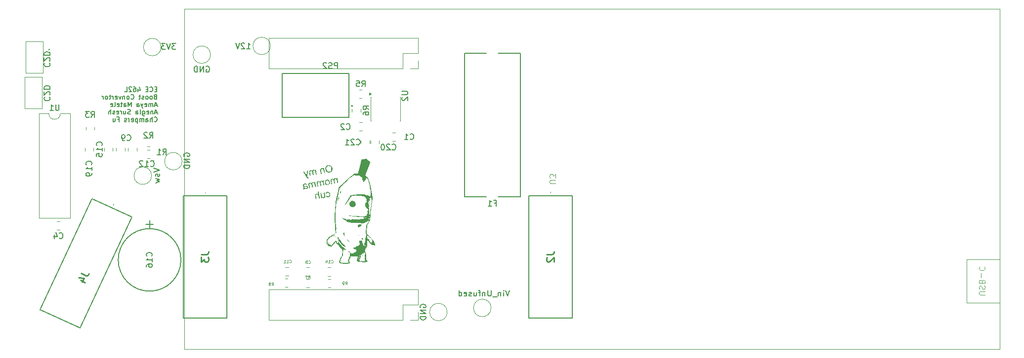
<source format=gbo>
%TF.GenerationSoftware,KiCad,Pcbnew,9.0.7*%
%TF.CreationDate,2026-02-20T12:59:29-06:00*%
%TF.ProjectId,Lab2_starter,4c616232-5f73-4746-9172-7465722e6b69,rev?*%
%TF.SameCoordinates,Original*%
%TF.FileFunction,Legend,Bot*%
%TF.FilePolarity,Positive*%
%FSLAX46Y46*%
G04 Gerber Fmt 4.6, Leading zero omitted, Abs format (unit mm)*
G04 Created by KiCad (PCBNEW 9.0.7) date 2026-02-20 12:59:29*
%MOMM*%
%LPD*%
G01*
G04 APERTURE LIST*
%ADD10C,0.150000*%
%ADD11C,0.100000*%
%ADD12C,0.125000*%
%ADD13C,0.254000*%
%ADD14C,0.000000*%
%ADD15C,0.120000*%
%ADD16C,0.200000*%
%ADD17C,0.152400*%
%ADD18C,0.127000*%
G04 APERTURE END LIST*
D10*
X44110039Y-100241427D02*
X43843373Y-100241427D01*
X43729087Y-100660475D02*
X44110039Y-100660475D01*
X44110039Y-100660475D02*
X44110039Y-99860475D01*
X44110039Y-99860475D02*
X43729087Y-99860475D01*
X42929086Y-100584284D02*
X42967182Y-100622380D01*
X42967182Y-100622380D02*
X43081467Y-100660475D01*
X43081467Y-100660475D02*
X43157658Y-100660475D01*
X43157658Y-100660475D02*
X43271944Y-100622380D01*
X43271944Y-100622380D02*
X43348134Y-100546189D01*
X43348134Y-100546189D02*
X43386229Y-100469999D01*
X43386229Y-100469999D02*
X43424325Y-100317618D01*
X43424325Y-100317618D02*
X43424325Y-100203332D01*
X43424325Y-100203332D02*
X43386229Y-100050951D01*
X43386229Y-100050951D02*
X43348134Y-99974760D01*
X43348134Y-99974760D02*
X43271944Y-99898570D01*
X43271944Y-99898570D02*
X43157658Y-99860475D01*
X43157658Y-99860475D02*
X43081467Y-99860475D01*
X43081467Y-99860475D02*
X42967182Y-99898570D01*
X42967182Y-99898570D02*
X42929086Y-99936665D01*
X42586229Y-100241427D02*
X42319563Y-100241427D01*
X42205277Y-100660475D02*
X42586229Y-100660475D01*
X42586229Y-100660475D02*
X42586229Y-99860475D01*
X42586229Y-99860475D02*
X42205277Y-99860475D01*
X40910038Y-100127141D02*
X40910038Y-100660475D01*
X41100514Y-99822380D02*
X41290991Y-100393808D01*
X41290991Y-100393808D02*
X40795752Y-100393808D01*
X40148133Y-99860475D02*
X40300514Y-99860475D01*
X40300514Y-99860475D02*
X40376705Y-99898570D01*
X40376705Y-99898570D02*
X40414800Y-99936665D01*
X40414800Y-99936665D02*
X40490990Y-100050951D01*
X40490990Y-100050951D02*
X40529086Y-100203332D01*
X40529086Y-100203332D02*
X40529086Y-100508094D01*
X40529086Y-100508094D02*
X40490990Y-100584284D01*
X40490990Y-100584284D02*
X40452895Y-100622380D01*
X40452895Y-100622380D02*
X40376705Y-100660475D01*
X40376705Y-100660475D02*
X40224324Y-100660475D01*
X40224324Y-100660475D02*
X40148133Y-100622380D01*
X40148133Y-100622380D02*
X40110038Y-100584284D01*
X40110038Y-100584284D02*
X40071943Y-100508094D01*
X40071943Y-100508094D02*
X40071943Y-100317618D01*
X40071943Y-100317618D02*
X40110038Y-100241427D01*
X40110038Y-100241427D02*
X40148133Y-100203332D01*
X40148133Y-100203332D02*
X40224324Y-100165237D01*
X40224324Y-100165237D02*
X40376705Y-100165237D01*
X40376705Y-100165237D02*
X40452895Y-100203332D01*
X40452895Y-100203332D02*
X40490990Y-100241427D01*
X40490990Y-100241427D02*
X40529086Y-100317618D01*
X39767181Y-99936665D02*
X39729085Y-99898570D01*
X39729085Y-99898570D02*
X39652895Y-99860475D01*
X39652895Y-99860475D02*
X39462419Y-99860475D01*
X39462419Y-99860475D02*
X39386228Y-99898570D01*
X39386228Y-99898570D02*
X39348133Y-99936665D01*
X39348133Y-99936665D02*
X39310038Y-100012856D01*
X39310038Y-100012856D02*
X39310038Y-100089046D01*
X39310038Y-100089046D02*
X39348133Y-100203332D01*
X39348133Y-100203332D02*
X39805276Y-100660475D01*
X39805276Y-100660475D02*
X39310038Y-100660475D01*
X38586228Y-100660475D02*
X38967180Y-100660475D01*
X38967180Y-100660475D02*
X38967180Y-99860475D01*
X43843373Y-101529382D02*
X43729087Y-101567477D01*
X43729087Y-101567477D02*
X43690992Y-101605573D01*
X43690992Y-101605573D02*
X43652896Y-101681763D01*
X43652896Y-101681763D02*
X43652896Y-101796049D01*
X43652896Y-101796049D02*
X43690992Y-101872239D01*
X43690992Y-101872239D02*
X43729087Y-101910335D01*
X43729087Y-101910335D02*
X43805277Y-101948430D01*
X43805277Y-101948430D02*
X44110039Y-101948430D01*
X44110039Y-101948430D02*
X44110039Y-101148430D01*
X44110039Y-101148430D02*
X43843373Y-101148430D01*
X43843373Y-101148430D02*
X43767182Y-101186525D01*
X43767182Y-101186525D02*
X43729087Y-101224620D01*
X43729087Y-101224620D02*
X43690992Y-101300811D01*
X43690992Y-101300811D02*
X43690992Y-101377001D01*
X43690992Y-101377001D02*
X43729087Y-101453192D01*
X43729087Y-101453192D02*
X43767182Y-101491287D01*
X43767182Y-101491287D02*
X43843373Y-101529382D01*
X43843373Y-101529382D02*
X44110039Y-101529382D01*
X43195754Y-101948430D02*
X43271944Y-101910335D01*
X43271944Y-101910335D02*
X43310039Y-101872239D01*
X43310039Y-101872239D02*
X43348135Y-101796049D01*
X43348135Y-101796049D02*
X43348135Y-101567477D01*
X43348135Y-101567477D02*
X43310039Y-101491287D01*
X43310039Y-101491287D02*
X43271944Y-101453192D01*
X43271944Y-101453192D02*
X43195754Y-101415096D01*
X43195754Y-101415096D02*
X43081468Y-101415096D01*
X43081468Y-101415096D02*
X43005277Y-101453192D01*
X43005277Y-101453192D02*
X42967182Y-101491287D01*
X42967182Y-101491287D02*
X42929087Y-101567477D01*
X42929087Y-101567477D02*
X42929087Y-101796049D01*
X42929087Y-101796049D02*
X42967182Y-101872239D01*
X42967182Y-101872239D02*
X43005277Y-101910335D01*
X43005277Y-101910335D02*
X43081468Y-101948430D01*
X43081468Y-101948430D02*
X43195754Y-101948430D01*
X42471944Y-101948430D02*
X42548134Y-101910335D01*
X42548134Y-101910335D02*
X42586229Y-101872239D01*
X42586229Y-101872239D02*
X42624325Y-101796049D01*
X42624325Y-101796049D02*
X42624325Y-101567477D01*
X42624325Y-101567477D02*
X42586229Y-101491287D01*
X42586229Y-101491287D02*
X42548134Y-101453192D01*
X42548134Y-101453192D02*
X42471944Y-101415096D01*
X42471944Y-101415096D02*
X42357658Y-101415096D01*
X42357658Y-101415096D02*
X42281467Y-101453192D01*
X42281467Y-101453192D02*
X42243372Y-101491287D01*
X42243372Y-101491287D02*
X42205277Y-101567477D01*
X42205277Y-101567477D02*
X42205277Y-101796049D01*
X42205277Y-101796049D02*
X42243372Y-101872239D01*
X42243372Y-101872239D02*
X42281467Y-101910335D01*
X42281467Y-101910335D02*
X42357658Y-101948430D01*
X42357658Y-101948430D02*
X42471944Y-101948430D01*
X41900515Y-101910335D02*
X41824324Y-101948430D01*
X41824324Y-101948430D02*
X41671943Y-101948430D01*
X41671943Y-101948430D02*
X41595753Y-101910335D01*
X41595753Y-101910335D02*
X41557657Y-101834144D01*
X41557657Y-101834144D02*
X41557657Y-101796049D01*
X41557657Y-101796049D02*
X41595753Y-101719858D01*
X41595753Y-101719858D02*
X41671943Y-101681763D01*
X41671943Y-101681763D02*
X41786229Y-101681763D01*
X41786229Y-101681763D02*
X41862419Y-101643668D01*
X41862419Y-101643668D02*
X41900515Y-101567477D01*
X41900515Y-101567477D02*
X41900515Y-101529382D01*
X41900515Y-101529382D02*
X41862419Y-101453192D01*
X41862419Y-101453192D02*
X41786229Y-101415096D01*
X41786229Y-101415096D02*
X41671943Y-101415096D01*
X41671943Y-101415096D02*
X41595753Y-101453192D01*
X41329086Y-101415096D02*
X41024324Y-101415096D01*
X41214800Y-101148430D02*
X41214800Y-101834144D01*
X41214800Y-101834144D02*
X41176705Y-101910335D01*
X41176705Y-101910335D02*
X41100515Y-101948430D01*
X41100515Y-101948430D02*
X41024324Y-101948430D01*
X39690990Y-101872239D02*
X39729086Y-101910335D01*
X39729086Y-101910335D02*
X39843371Y-101948430D01*
X39843371Y-101948430D02*
X39919562Y-101948430D01*
X39919562Y-101948430D02*
X40033848Y-101910335D01*
X40033848Y-101910335D02*
X40110038Y-101834144D01*
X40110038Y-101834144D02*
X40148133Y-101757954D01*
X40148133Y-101757954D02*
X40186229Y-101605573D01*
X40186229Y-101605573D02*
X40186229Y-101491287D01*
X40186229Y-101491287D02*
X40148133Y-101338906D01*
X40148133Y-101338906D02*
X40110038Y-101262715D01*
X40110038Y-101262715D02*
X40033848Y-101186525D01*
X40033848Y-101186525D02*
X39919562Y-101148430D01*
X39919562Y-101148430D02*
X39843371Y-101148430D01*
X39843371Y-101148430D02*
X39729086Y-101186525D01*
X39729086Y-101186525D02*
X39690990Y-101224620D01*
X39233848Y-101948430D02*
X39310038Y-101910335D01*
X39310038Y-101910335D02*
X39348133Y-101872239D01*
X39348133Y-101872239D02*
X39386229Y-101796049D01*
X39386229Y-101796049D02*
X39386229Y-101567477D01*
X39386229Y-101567477D02*
X39348133Y-101491287D01*
X39348133Y-101491287D02*
X39310038Y-101453192D01*
X39310038Y-101453192D02*
X39233848Y-101415096D01*
X39233848Y-101415096D02*
X39119562Y-101415096D01*
X39119562Y-101415096D02*
X39043371Y-101453192D01*
X39043371Y-101453192D02*
X39005276Y-101491287D01*
X39005276Y-101491287D02*
X38967181Y-101567477D01*
X38967181Y-101567477D02*
X38967181Y-101796049D01*
X38967181Y-101796049D02*
X39005276Y-101872239D01*
X39005276Y-101872239D02*
X39043371Y-101910335D01*
X39043371Y-101910335D02*
X39119562Y-101948430D01*
X39119562Y-101948430D02*
X39233848Y-101948430D01*
X38624323Y-101415096D02*
X38624323Y-101948430D01*
X38624323Y-101491287D02*
X38586228Y-101453192D01*
X38586228Y-101453192D02*
X38510038Y-101415096D01*
X38510038Y-101415096D02*
X38395752Y-101415096D01*
X38395752Y-101415096D02*
X38319561Y-101453192D01*
X38319561Y-101453192D02*
X38281466Y-101529382D01*
X38281466Y-101529382D02*
X38281466Y-101948430D01*
X37976704Y-101415096D02*
X37786228Y-101948430D01*
X37786228Y-101948430D02*
X37595751Y-101415096D01*
X36986227Y-101910335D02*
X37062418Y-101948430D01*
X37062418Y-101948430D02*
X37214799Y-101948430D01*
X37214799Y-101948430D02*
X37290989Y-101910335D01*
X37290989Y-101910335D02*
X37329085Y-101834144D01*
X37329085Y-101834144D02*
X37329085Y-101529382D01*
X37329085Y-101529382D02*
X37290989Y-101453192D01*
X37290989Y-101453192D02*
X37214799Y-101415096D01*
X37214799Y-101415096D02*
X37062418Y-101415096D01*
X37062418Y-101415096D02*
X36986227Y-101453192D01*
X36986227Y-101453192D02*
X36948132Y-101529382D01*
X36948132Y-101529382D02*
X36948132Y-101605573D01*
X36948132Y-101605573D02*
X37329085Y-101681763D01*
X36605275Y-101948430D02*
X36605275Y-101415096D01*
X36605275Y-101567477D02*
X36567180Y-101491287D01*
X36567180Y-101491287D02*
X36529085Y-101453192D01*
X36529085Y-101453192D02*
X36452894Y-101415096D01*
X36452894Y-101415096D02*
X36376704Y-101415096D01*
X36224323Y-101415096D02*
X35919561Y-101415096D01*
X36110037Y-101148430D02*
X36110037Y-101834144D01*
X36110037Y-101834144D02*
X36071942Y-101910335D01*
X36071942Y-101910335D02*
X35995752Y-101948430D01*
X35995752Y-101948430D02*
X35919561Y-101948430D01*
X35538609Y-101948430D02*
X35614799Y-101910335D01*
X35614799Y-101910335D02*
X35652894Y-101872239D01*
X35652894Y-101872239D02*
X35690990Y-101796049D01*
X35690990Y-101796049D02*
X35690990Y-101567477D01*
X35690990Y-101567477D02*
X35652894Y-101491287D01*
X35652894Y-101491287D02*
X35614799Y-101453192D01*
X35614799Y-101453192D02*
X35538609Y-101415096D01*
X35538609Y-101415096D02*
X35424323Y-101415096D01*
X35424323Y-101415096D02*
X35348132Y-101453192D01*
X35348132Y-101453192D02*
X35310037Y-101491287D01*
X35310037Y-101491287D02*
X35271942Y-101567477D01*
X35271942Y-101567477D02*
X35271942Y-101796049D01*
X35271942Y-101796049D02*
X35310037Y-101872239D01*
X35310037Y-101872239D02*
X35348132Y-101910335D01*
X35348132Y-101910335D02*
X35424323Y-101948430D01*
X35424323Y-101948430D02*
X35538609Y-101948430D01*
X34929084Y-101948430D02*
X34929084Y-101415096D01*
X34929084Y-101567477D02*
X34890989Y-101491287D01*
X34890989Y-101491287D02*
X34852894Y-101453192D01*
X34852894Y-101453192D02*
X34776703Y-101415096D01*
X34776703Y-101415096D02*
X34700513Y-101415096D01*
X44148135Y-103007813D02*
X43767182Y-103007813D01*
X44224325Y-103236385D02*
X43957658Y-102436385D01*
X43957658Y-102436385D02*
X43690992Y-103236385D01*
X43424325Y-103236385D02*
X43424325Y-102703051D01*
X43424325Y-102779242D02*
X43386230Y-102741147D01*
X43386230Y-102741147D02*
X43310040Y-102703051D01*
X43310040Y-102703051D02*
X43195754Y-102703051D01*
X43195754Y-102703051D02*
X43119563Y-102741147D01*
X43119563Y-102741147D02*
X43081468Y-102817337D01*
X43081468Y-102817337D02*
X43081468Y-103236385D01*
X43081468Y-102817337D02*
X43043373Y-102741147D01*
X43043373Y-102741147D02*
X42967182Y-102703051D01*
X42967182Y-102703051D02*
X42852897Y-102703051D01*
X42852897Y-102703051D02*
X42776706Y-102741147D01*
X42776706Y-102741147D02*
X42738611Y-102817337D01*
X42738611Y-102817337D02*
X42738611Y-103236385D01*
X42052896Y-103198290D02*
X42129087Y-103236385D01*
X42129087Y-103236385D02*
X42281468Y-103236385D01*
X42281468Y-103236385D02*
X42357658Y-103198290D01*
X42357658Y-103198290D02*
X42395754Y-103122099D01*
X42395754Y-103122099D02*
X42395754Y-102817337D01*
X42395754Y-102817337D02*
X42357658Y-102741147D01*
X42357658Y-102741147D02*
X42281468Y-102703051D01*
X42281468Y-102703051D02*
X42129087Y-102703051D01*
X42129087Y-102703051D02*
X42052896Y-102741147D01*
X42052896Y-102741147D02*
X42014801Y-102817337D01*
X42014801Y-102817337D02*
X42014801Y-102893528D01*
X42014801Y-102893528D02*
X42395754Y-102969718D01*
X41748135Y-102703051D02*
X41557659Y-103236385D01*
X41367182Y-102703051D02*
X41557659Y-103236385D01*
X41557659Y-103236385D02*
X41633849Y-103426861D01*
X41633849Y-103426861D02*
X41671944Y-103464956D01*
X41671944Y-103464956D02*
X41748135Y-103503051D01*
X40719563Y-103236385D02*
X40719563Y-102817337D01*
X40719563Y-102817337D02*
X40757658Y-102741147D01*
X40757658Y-102741147D02*
X40833849Y-102703051D01*
X40833849Y-102703051D02*
X40986230Y-102703051D01*
X40986230Y-102703051D02*
X41062420Y-102741147D01*
X40719563Y-103198290D02*
X40795754Y-103236385D01*
X40795754Y-103236385D02*
X40986230Y-103236385D01*
X40986230Y-103236385D02*
X41062420Y-103198290D01*
X41062420Y-103198290D02*
X41100516Y-103122099D01*
X41100516Y-103122099D02*
X41100516Y-103045909D01*
X41100516Y-103045909D02*
X41062420Y-102969718D01*
X41062420Y-102969718D02*
X40986230Y-102931623D01*
X40986230Y-102931623D02*
X40795754Y-102931623D01*
X40795754Y-102931623D02*
X40719563Y-102893528D01*
X39729086Y-103236385D02*
X39729086Y-102436385D01*
X39729086Y-102436385D02*
X39462420Y-103007813D01*
X39462420Y-103007813D02*
X39195753Y-102436385D01*
X39195753Y-102436385D02*
X39195753Y-103236385D01*
X38471943Y-103236385D02*
X38471943Y-102817337D01*
X38471943Y-102817337D02*
X38510038Y-102741147D01*
X38510038Y-102741147D02*
X38586229Y-102703051D01*
X38586229Y-102703051D02*
X38738610Y-102703051D01*
X38738610Y-102703051D02*
X38814800Y-102741147D01*
X38471943Y-103198290D02*
X38548134Y-103236385D01*
X38548134Y-103236385D02*
X38738610Y-103236385D01*
X38738610Y-103236385D02*
X38814800Y-103198290D01*
X38814800Y-103198290D02*
X38852896Y-103122099D01*
X38852896Y-103122099D02*
X38852896Y-103045909D01*
X38852896Y-103045909D02*
X38814800Y-102969718D01*
X38814800Y-102969718D02*
X38738610Y-102931623D01*
X38738610Y-102931623D02*
X38548134Y-102931623D01*
X38548134Y-102931623D02*
X38471943Y-102893528D01*
X38205276Y-102703051D02*
X37900514Y-102703051D01*
X38090990Y-102436385D02*
X38090990Y-103122099D01*
X38090990Y-103122099D02*
X38052895Y-103198290D01*
X38052895Y-103198290D02*
X37976705Y-103236385D01*
X37976705Y-103236385D02*
X37900514Y-103236385D01*
X37329085Y-103198290D02*
X37405276Y-103236385D01*
X37405276Y-103236385D02*
X37557657Y-103236385D01*
X37557657Y-103236385D02*
X37633847Y-103198290D01*
X37633847Y-103198290D02*
X37671943Y-103122099D01*
X37671943Y-103122099D02*
X37671943Y-102817337D01*
X37671943Y-102817337D02*
X37633847Y-102741147D01*
X37633847Y-102741147D02*
X37557657Y-102703051D01*
X37557657Y-102703051D02*
X37405276Y-102703051D01*
X37405276Y-102703051D02*
X37329085Y-102741147D01*
X37329085Y-102741147D02*
X37290990Y-102817337D01*
X37290990Y-102817337D02*
X37290990Y-102893528D01*
X37290990Y-102893528D02*
X37671943Y-102969718D01*
X36833848Y-103236385D02*
X36910038Y-103198290D01*
X36910038Y-103198290D02*
X36948133Y-103122099D01*
X36948133Y-103122099D02*
X36948133Y-102436385D01*
X36224323Y-103198290D02*
X36300514Y-103236385D01*
X36300514Y-103236385D02*
X36452895Y-103236385D01*
X36452895Y-103236385D02*
X36529085Y-103198290D01*
X36529085Y-103198290D02*
X36567181Y-103122099D01*
X36567181Y-103122099D02*
X36567181Y-102817337D01*
X36567181Y-102817337D02*
X36529085Y-102741147D01*
X36529085Y-102741147D02*
X36452895Y-102703051D01*
X36452895Y-102703051D02*
X36300514Y-102703051D01*
X36300514Y-102703051D02*
X36224323Y-102741147D01*
X36224323Y-102741147D02*
X36186228Y-102817337D01*
X36186228Y-102817337D02*
X36186228Y-102893528D01*
X36186228Y-102893528D02*
X36567181Y-102969718D01*
X44148135Y-104295768D02*
X43767182Y-104295768D01*
X44224325Y-104524340D02*
X43957658Y-103724340D01*
X43957658Y-103724340D02*
X43690992Y-104524340D01*
X43424325Y-103991006D02*
X43424325Y-104524340D01*
X43424325Y-104067197D02*
X43386230Y-104029102D01*
X43386230Y-104029102D02*
X43310040Y-103991006D01*
X43310040Y-103991006D02*
X43195754Y-103991006D01*
X43195754Y-103991006D02*
X43119563Y-104029102D01*
X43119563Y-104029102D02*
X43081468Y-104105292D01*
X43081468Y-104105292D02*
X43081468Y-104524340D01*
X42395753Y-104486245D02*
X42471944Y-104524340D01*
X42471944Y-104524340D02*
X42624325Y-104524340D01*
X42624325Y-104524340D02*
X42700515Y-104486245D01*
X42700515Y-104486245D02*
X42738611Y-104410054D01*
X42738611Y-104410054D02*
X42738611Y-104105292D01*
X42738611Y-104105292D02*
X42700515Y-104029102D01*
X42700515Y-104029102D02*
X42624325Y-103991006D01*
X42624325Y-103991006D02*
X42471944Y-103991006D01*
X42471944Y-103991006D02*
X42395753Y-104029102D01*
X42395753Y-104029102D02*
X42357658Y-104105292D01*
X42357658Y-104105292D02*
X42357658Y-104181483D01*
X42357658Y-104181483D02*
X42738611Y-104257673D01*
X41671944Y-103991006D02*
X41671944Y-104638625D01*
X41671944Y-104638625D02*
X41710039Y-104714816D01*
X41710039Y-104714816D02*
X41748135Y-104752911D01*
X41748135Y-104752911D02*
X41824325Y-104791006D01*
X41824325Y-104791006D02*
X41938611Y-104791006D01*
X41938611Y-104791006D02*
X42014801Y-104752911D01*
X41671944Y-104486245D02*
X41748135Y-104524340D01*
X41748135Y-104524340D02*
X41900516Y-104524340D01*
X41900516Y-104524340D02*
X41976706Y-104486245D01*
X41976706Y-104486245D02*
X42014801Y-104448149D01*
X42014801Y-104448149D02*
X42052897Y-104371959D01*
X42052897Y-104371959D02*
X42052897Y-104143387D01*
X42052897Y-104143387D02*
X42014801Y-104067197D01*
X42014801Y-104067197D02*
X41976706Y-104029102D01*
X41976706Y-104029102D02*
X41900516Y-103991006D01*
X41900516Y-103991006D02*
X41748135Y-103991006D01*
X41748135Y-103991006D02*
X41671944Y-104029102D01*
X41176706Y-104524340D02*
X41252896Y-104486245D01*
X41252896Y-104486245D02*
X41290991Y-104410054D01*
X41290991Y-104410054D02*
X41290991Y-103724340D01*
X40529086Y-104524340D02*
X40529086Y-104105292D01*
X40529086Y-104105292D02*
X40567181Y-104029102D01*
X40567181Y-104029102D02*
X40643372Y-103991006D01*
X40643372Y-103991006D02*
X40795753Y-103991006D01*
X40795753Y-103991006D02*
X40871943Y-104029102D01*
X40529086Y-104486245D02*
X40605277Y-104524340D01*
X40605277Y-104524340D02*
X40795753Y-104524340D01*
X40795753Y-104524340D02*
X40871943Y-104486245D01*
X40871943Y-104486245D02*
X40910039Y-104410054D01*
X40910039Y-104410054D02*
X40910039Y-104333864D01*
X40910039Y-104333864D02*
X40871943Y-104257673D01*
X40871943Y-104257673D02*
X40795753Y-104219578D01*
X40795753Y-104219578D02*
X40605277Y-104219578D01*
X40605277Y-104219578D02*
X40529086Y-104181483D01*
X39576705Y-104486245D02*
X39462419Y-104524340D01*
X39462419Y-104524340D02*
X39271943Y-104524340D01*
X39271943Y-104524340D02*
X39195752Y-104486245D01*
X39195752Y-104486245D02*
X39157657Y-104448149D01*
X39157657Y-104448149D02*
X39119562Y-104371959D01*
X39119562Y-104371959D02*
X39119562Y-104295768D01*
X39119562Y-104295768D02*
X39157657Y-104219578D01*
X39157657Y-104219578D02*
X39195752Y-104181483D01*
X39195752Y-104181483D02*
X39271943Y-104143387D01*
X39271943Y-104143387D02*
X39424324Y-104105292D01*
X39424324Y-104105292D02*
X39500514Y-104067197D01*
X39500514Y-104067197D02*
X39538609Y-104029102D01*
X39538609Y-104029102D02*
X39576705Y-103952911D01*
X39576705Y-103952911D02*
X39576705Y-103876721D01*
X39576705Y-103876721D02*
X39538609Y-103800530D01*
X39538609Y-103800530D02*
X39500514Y-103762435D01*
X39500514Y-103762435D02*
X39424324Y-103724340D01*
X39424324Y-103724340D02*
X39233847Y-103724340D01*
X39233847Y-103724340D02*
X39119562Y-103762435D01*
X38433847Y-103991006D02*
X38433847Y-104524340D01*
X38776704Y-103991006D02*
X38776704Y-104410054D01*
X38776704Y-104410054D02*
X38738609Y-104486245D01*
X38738609Y-104486245D02*
X38662419Y-104524340D01*
X38662419Y-104524340D02*
X38548133Y-104524340D01*
X38548133Y-104524340D02*
X38471942Y-104486245D01*
X38471942Y-104486245D02*
X38433847Y-104448149D01*
X38052894Y-104524340D02*
X38052894Y-103991006D01*
X38052894Y-104143387D02*
X38014799Y-104067197D01*
X38014799Y-104067197D02*
X37976704Y-104029102D01*
X37976704Y-104029102D02*
X37900513Y-103991006D01*
X37900513Y-103991006D02*
X37824323Y-103991006D01*
X37252894Y-104486245D02*
X37329085Y-104524340D01*
X37329085Y-104524340D02*
X37481466Y-104524340D01*
X37481466Y-104524340D02*
X37557656Y-104486245D01*
X37557656Y-104486245D02*
X37595752Y-104410054D01*
X37595752Y-104410054D02*
X37595752Y-104105292D01*
X37595752Y-104105292D02*
X37557656Y-104029102D01*
X37557656Y-104029102D02*
X37481466Y-103991006D01*
X37481466Y-103991006D02*
X37329085Y-103991006D01*
X37329085Y-103991006D02*
X37252894Y-104029102D01*
X37252894Y-104029102D02*
X37214799Y-104105292D01*
X37214799Y-104105292D02*
X37214799Y-104181483D01*
X37214799Y-104181483D02*
X37595752Y-104257673D01*
X36910038Y-104486245D02*
X36833847Y-104524340D01*
X36833847Y-104524340D02*
X36681466Y-104524340D01*
X36681466Y-104524340D02*
X36605276Y-104486245D01*
X36605276Y-104486245D02*
X36567180Y-104410054D01*
X36567180Y-104410054D02*
X36567180Y-104371959D01*
X36567180Y-104371959D02*
X36605276Y-104295768D01*
X36605276Y-104295768D02*
X36681466Y-104257673D01*
X36681466Y-104257673D02*
X36795752Y-104257673D01*
X36795752Y-104257673D02*
X36871942Y-104219578D01*
X36871942Y-104219578D02*
X36910038Y-104143387D01*
X36910038Y-104143387D02*
X36910038Y-104105292D01*
X36910038Y-104105292D02*
X36871942Y-104029102D01*
X36871942Y-104029102D02*
X36795752Y-103991006D01*
X36795752Y-103991006D02*
X36681466Y-103991006D01*
X36681466Y-103991006D02*
X36605276Y-104029102D01*
X36224323Y-104524340D02*
X36224323Y-103724340D01*
X35881466Y-104524340D02*
X35881466Y-104105292D01*
X35881466Y-104105292D02*
X35919561Y-104029102D01*
X35919561Y-104029102D02*
X35995752Y-103991006D01*
X35995752Y-103991006D02*
X36110038Y-103991006D01*
X36110038Y-103991006D02*
X36186228Y-104029102D01*
X36186228Y-104029102D02*
X36224323Y-104067197D01*
X43652896Y-105736104D02*
X43690992Y-105774200D01*
X43690992Y-105774200D02*
X43805277Y-105812295D01*
X43805277Y-105812295D02*
X43881468Y-105812295D01*
X43881468Y-105812295D02*
X43995754Y-105774200D01*
X43995754Y-105774200D02*
X44071944Y-105698009D01*
X44071944Y-105698009D02*
X44110039Y-105621819D01*
X44110039Y-105621819D02*
X44148135Y-105469438D01*
X44148135Y-105469438D02*
X44148135Y-105355152D01*
X44148135Y-105355152D02*
X44110039Y-105202771D01*
X44110039Y-105202771D02*
X44071944Y-105126580D01*
X44071944Y-105126580D02*
X43995754Y-105050390D01*
X43995754Y-105050390D02*
X43881468Y-105012295D01*
X43881468Y-105012295D02*
X43805277Y-105012295D01*
X43805277Y-105012295D02*
X43690992Y-105050390D01*
X43690992Y-105050390D02*
X43652896Y-105088485D01*
X43310039Y-105812295D02*
X43310039Y-105012295D01*
X42967182Y-105812295D02*
X42967182Y-105393247D01*
X42967182Y-105393247D02*
X43005277Y-105317057D01*
X43005277Y-105317057D02*
X43081468Y-105278961D01*
X43081468Y-105278961D02*
X43195754Y-105278961D01*
X43195754Y-105278961D02*
X43271944Y-105317057D01*
X43271944Y-105317057D02*
X43310039Y-105355152D01*
X42243372Y-105812295D02*
X42243372Y-105393247D01*
X42243372Y-105393247D02*
X42281467Y-105317057D01*
X42281467Y-105317057D02*
X42357658Y-105278961D01*
X42357658Y-105278961D02*
X42510039Y-105278961D01*
X42510039Y-105278961D02*
X42586229Y-105317057D01*
X42243372Y-105774200D02*
X42319563Y-105812295D01*
X42319563Y-105812295D02*
X42510039Y-105812295D01*
X42510039Y-105812295D02*
X42586229Y-105774200D01*
X42586229Y-105774200D02*
X42624325Y-105698009D01*
X42624325Y-105698009D02*
X42624325Y-105621819D01*
X42624325Y-105621819D02*
X42586229Y-105545628D01*
X42586229Y-105545628D02*
X42510039Y-105507533D01*
X42510039Y-105507533D02*
X42319563Y-105507533D01*
X42319563Y-105507533D02*
X42243372Y-105469438D01*
X41862419Y-105812295D02*
X41862419Y-105278961D01*
X41862419Y-105355152D02*
X41824324Y-105317057D01*
X41824324Y-105317057D02*
X41748134Y-105278961D01*
X41748134Y-105278961D02*
X41633848Y-105278961D01*
X41633848Y-105278961D02*
X41557657Y-105317057D01*
X41557657Y-105317057D02*
X41519562Y-105393247D01*
X41519562Y-105393247D02*
X41519562Y-105812295D01*
X41519562Y-105393247D02*
X41481467Y-105317057D01*
X41481467Y-105317057D02*
X41405276Y-105278961D01*
X41405276Y-105278961D02*
X41290991Y-105278961D01*
X41290991Y-105278961D02*
X41214800Y-105317057D01*
X41214800Y-105317057D02*
X41176705Y-105393247D01*
X41176705Y-105393247D02*
X41176705Y-105812295D01*
X40795752Y-105278961D02*
X40795752Y-106078961D01*
X40795752Y-105317057D02*
X40719562Y-105278961D01*
X40719562Y-105278961D02*
X40567181Y-105278961D01*
X40567181Y-105278961D02*
X40490990Y-105317057D01*
X40490990Y-105317057D02*
X40452895Y-105355152D01*
X40452895Y-105355152D02*
X40414800Y-105431342D01*
X40414800Y-105431342D02*
X40414800Y-105659914D01*
X40414800Y-105659914D02*
X40452895Y-105736104D01*
X40452895Y-105736104D02*
X40490990Y-105774200D01*
X40490990Y-105774200D02*
X40567181Y-105812295D01*
X40567181Y-105812295D02*
X40719562Y-105812295D01*
X40719562Y-105812295D02*
X40795752Y-105774200D01*
X39767180Y-105774200D02*
X39843371Y-105812295D01*
X39843371Y-105812295D02*
X39995752Y-105812295D01*
X39995752Y-105812295D02*
X40071942Y-105774200D01*
X40071942Y-105774200D02*
X40110038Y-105698009D01*
X40110038Y-105698009D02*
X40110038Y-105393247D01*
X40110038Y-105393247D02*
X40071942Y-105317057D01*
X40071942Y-105317057D02*
X39995752Y-105278961D01*
X39995752Y-105278961D02*
X39843371Y-105278961D01*
X39843371Y-105278961D02*
X39767180Y-105317057D01*
X39767180Y-105317057D02*
X39729085Y-105393247D01*
X39729085Y-105393247D02*
X39729085Y-105469438D01*
X39729085Y-105469438D02*
X40110038Y-105545628D01*
X39386228Y-105812295D02*
X39386228Y-105278961D01*
X39386228Y-105431342D02*
X39348133Y-105355152D01*
X39348133Y-105355152D02*
X39310038Y-105317057D01*
X39310038Y-105317057D02*
X39233847Y-105278961D01*
X39233847Y-105278961D02*
X39157657Y-105278961D01*
X38929086Y-105774200D02*
X38852895Y-105812295D01*
X38852895Y-105812295D02*
X38700514Y-105812295D01*
X38700514Y-105812295D02*
X38624324Y-105774200D01*
X38624324Y-105774200D02*
X38586228Y-105698009D01*
X38586228Y-105698009D02*
X38586228Y-105659914D01*
X38586228Y-105659914D02*
X38624324Y-105583723D01*
X38624324Y-105583723D02*
X38700514Y-105545628D01*
X38700514Y-105545628D02*
X38814800Y-105545628D01*
X38814800Y-105545628D02*
X38890990Y-105507533D01*
X38890990Y-105507533D02*
X38929086Y-105431342D01*
X38929086Y-105431342D02*
X38929086Y-105393247D01*
X38929086Y-105393247D02*
X38890990Y-105317057D01*
X38890990Y-105317057D02*
X38814800Y-105278961D01*
X38814800Y-105278961D02*
X38700514Y-105278961D01*
X38700514Y-105278961D02*
X38624324Y-105317057D01*
X37367181Y-105393247D02*
X37633847Y-105393247D01*
X37633847Y-105812295D02*
X37633847Y-105012295D01*
X37633847Y-105012295D02*
X37252895Y-105012295D01*
X36605276Y-105278961D02*
X36605276Y-105812295D01*
X36948133Y-105278961D02*
X36948133Y-105698009D01*
X36948133Y-105698009D02*
X36910038Y-105774200D01*
X36910038Y-105774200D02*
X36833848Y-105812295D01*
X36833848Y-105812295D02*
X36719562Y-105812295D01*
X36719562Y-105812295D02*
X36643371Y-105774200D01*
X36643371Y-105774200D02*
X36605276Y-105736104D01*
D11*
X112427180Y-116418504D02*
X111617657Y-116418504D01*
X111617657Y-116418504D02*
X111522419Y-116370885D01*
X111522419Y-116370885D02*
X111474800Y-116323266D01*
X111474800Y-116323266D02*
X111427180Y-116228028D01*
X111427180Y-116228028D02*
X111427180Y-116037552D01*
X111427180Y-116037552D02*
X111474800Y-115942314D01*
X111474800Y-115942314D02*
X111522419Y-115894695D01*
X111522419Y-115894695D02*
X111617657Y-115847076D01*
X111617657Y-115847076D02*
X112427180Y-115847076D01*
X112427180Y-115466123D02*
X112427180Y-114847076D01*
X112427180Y-114847076D02*
X112046228Y-115180409D01*
X112046228Y-115180409D02*
X112046228Y-115037552D01*
X112046228Y-115037552D02*
X111998609Y-114942314D01*
X111998609Y-114942314D02*
X111950990Y-114894695D01*
X111950990Y-114894695D02*
X111855752Y-114847076D01*
X111855752Y-114847076D02*
X111617657Y-114847076D01*
X111617657Y-114847076D02*
X111522419Y-114894695D01*
X111522419Y-114894695D02*
X111474800Y-114942314D01*
X111474800Y-114942314D02*
X111427180Y-115037552D01*
X111427180Y-115037552D02*
X111427180Y-115323266D01*
X111427180Y-115323266D02*
X111474800Y-115418504D01*
X111474800Y-115418504D02*
X111522419Y-115466123D01*
X185972180Y-135552551D02*
X185162657Y-135552551D01*
X185162657Y-135552551D02*
X185067419Y-135504932D01*
X185067419Y-135504932D02*
X185019800Y-135457313D01*
X185019800Y-135457313D02*
X184972180Y-135362075D01*
X184972180Y-135362075D02*
X184972180Y-135171599D01*
X184972180Y-135171599D02*
X185019800Y-135076361D01*
X185019800Y-135076361D02*
X185067419Y-135028742D01*
X185067419Y-135028742D02*
X185162657Y-134981123D01*
X185162657Y-134981123D02*
X185972180Y-134981123D01*
X185019800Y-134552551D02*
X184972180Y-134409694D01*
X184972180Y-134409694D02*
X184972180Y-134171599D01*
X184972180Y-134171599D02*
X185019800Y-134076361D01*
X185019800Y-134076361D02*
X185067419Y-134028742D01*
X185067419Y-134028742D02*
X185162657Y-133981123D01*
X185162657Y-133981123D02*
X185257895Y-133981123D01*
X185257895Y-133981123D02*
X185353133Y-134028742D01*
X185353133Y-134028742D02*
X185400752Y-134076361D01*
X185400752Y-134076361D02*
X185448371Y-134171599D01*
X185448371Y-134171599D02*
X185495990Y-134362075D01*
X185495990Y-134362075D02*
X185543609Y-134457313D01*
X185543609Y-134457313D02*
X185591228Y-134504932D01*
X185591228Y-134504932D02*
X185686466Y-134552551D01*
X185686466Y-134552551D02*
X185781704Y-134552551D01*
X185781704Y-134552551D02*
X185876942Y-134504932D01*
X185876942Y-134504932D02*
X185924561Y-134457313D01*
X185924561Y-134457313D02*
X185972180Y-134362075D01*
X185972180Y-134362075D02*
X185972180Y-134123980D01*
X185972180Y-134123980D02*
X185924561Y-133981123D01*
X185495990Y-133219218D02*
X185448371Y-133076361D01*
X185448371Y-133076361D02*
X185400752Y-133028742D01*
X185400752Y-133028742D02*
X185305514Y-132981123D01*
X185305514Y-132981123D02*
X185162657Y-132981123D01*
X185162657Y-132981123D02*
X185067419Y-133028742D01*
X185067419Y-133028742D02*
X185019800Y-133076361D01*
X185019800Y-133076361D02*
X184972180Y-133171599D01*
X184972180Y-133171599D02*
X184972180Y-133552551D01*
X184972180Y-133552551D02*
X185972180Y-133552551D01*
X185972180Y-133552551D02*
X185972180Y-133219218D01*
X185972180Y-133219218D02*
X185924561Y-133123980D01*
X185924561Y-133123980D02*
X185876942Y-133076361D01*
X185876942Y-133076361D02*
X185781704Y-133028742D01*
X185781704Y-133028742D02*
X185686466Y-133028742D01*
X185686466Y-133028742D02*
X185591228Y-133076361D01*
X185591228Y-133076361D02*
X185543609Y-133123980D01*
X185543609Y-133123980D02*
X185495990Y-133219218D01*
X185495990Y-133219218D02*
X185495990Y-133552551D01*
X185353133Y-132552551D02*
X185353133Y-131790647D01*
X185067419Y-130743028D02*
X185019800Y-130790647D01*
X185019800Y-130790647D02*
X184972180Y-130933504D01*
X184972180Y-130933504D02*
X184972180Y-131028742D01*
X184972180Y-131028742D02*
X185019800Y-131171599D01*
X185019800Y-131171599D02*
X185115038Y-131266837D01*
X185115038Y-131266837D02*
X185210276Y-131314456D01*
X185210276Y-131314456D02*
X185400752Y-131362075D01*
X185400752Y-131362075D02*
X185543609Y-131362075D01*
X185543609Y-131362075D02*
X185734085Y-131314456D01*
X185734085Y-131314456D02*
X185829323Y-131266837D01*
X185829323Y-131266837D02*
X185924561Y-131171599D01*
X185924561Y-131171599D02*
X185972180Y-131028742D01*
X185972180Y-131028742D02*
X185972180Y-130933504D01*
X185972180Y-130933504D02*
X185924561Y-130790647D01*
X185924561Y-130790647D02*
X185876942Y-130743028D01*
D10*
X89266038Y-137744295D02*
X89218419Y-137649057D01*
X89218419Y-137649057D02*
X89218419Y-137506200D01*
X89218419Y-137506200D02*
X89266038Y-137363343D01*
X89266038Y-137363343D02*
X89361276Y-137268105D01*
X89361276Y-137268105D02*
X89456514Y-137220486D01*
X89456514Y-137220486D02*
X89646990Y-137172867D01*
X89646990Y-137172867D02*
X89789847Y-137172867D01*
X89789847Y-137172867D02*
X89980323Y-137220486D01*
X89980323Y-137220486D02*
X90075561Y-137268105D01*
X90075561Y-137268105D02*
X90170800Y-137363343D01*
X90170800Y-137363343D02*
X90218419Y-137506200D01*
X90218419Y-137506200D02*
X90218419Y-137601438D01*
X90218419Y-137601438D02*
X90170800Y-137744295D01*
X90170800Y-137744295D02*
X90123180Y-137791914D01*
X90123180Y-137791914D02*
X89789847Y-137791914D01*
X89789847Y-137791914D02*
X89789847Y-137601438D01*
X90218419Y-138220486D02*
X89218419Y-138220486D01*
X89218419Y-138220486D02*
X90218419Y-138791914D01*
X90218419Y-138791914D02*
X89218419Y-138791914D01*
X90218419Y-139268105D02*
X89218419Y-139268105D01*
X89218419Y-139268105D02*
X89218419Y-139506200D01*
X89218419Y-139506200D02*
X89266038Y-139649057D01*
X89266038Y-139649057D02*
X89361276Y-139744295D01*
X89361276Y-139744295D02*
X89456514Y-139791914D01*
X89456514Y-139791914D02*
X89646990Y-139839533D01*
X89646990Y-139839533D02*
X89789847Y-139839533D01*
X89789847Y-139839533D02*
X89980323Y-139791914D01*
X89980323Y-139791914D02*
X90075561Y-139744295D01*
X90075561Y-139744295D02*
X90170800Y-139649057D01*
X90170800Y-139649057D02*
X90218419Y-139506200D01*
X90218419Y-139506200D02*
X90218419Y-139268105D01*
X52577904Y-96352638D02*
X52673142Y-96305019D01*
X52673142Y-96305019D02*
X52815999Y-96305019D01*
X52815999Y-96305019D02*
X52958856Y-96352638D01*
X52958856Y-96352638D02*
X53054094Y-96447876D01*
X53054094Y-96447876D02*
X53101713Y-96543114D01*
X53101713Y-96543114D02*
X53149332Y-96733590D01*
X53149332Y-96733590D02*
X53149332Y-96876447D01*
X53149332Y-96876447D02*
X53101713Y-97066923D01*
X53101713Y-97066923D02*
X53054094Y-97162161D01*
X53054094Y-97162161D02*
X52958856Y-97257400D01*
X52958856Y-97257400D02*
X52815999Y-97305019D01*
X52815999Y-97305019D02*
X52720761Y-97305019D01*
X52720761Y-97305019D02*
X52577904Y-97257400D01*
X52577904Y-97257400D02*
X52530285Y-97209780D01*
X52530285Y-97209780D02*
X52530285Y-96876447D01*
X52530285Y-96876447D02*
X52720761Y-96876447D01*
X52101713Y-97305019D02*
X52101713Y-96305019D01*
X52101713Y-96305019D02*
X51530285Y-97305019D01*
X51530285Y-97305019D02*
X51530285Y-96305019D01*
X51054094Y-97305019D02*
X51054094Y-96305019D01*
X51054094Y-96305019D02*
X50815999Y-96305019D01*
X50815999Y-96305019D02*
X50673142Y-96352638D01*
X50673142Y-96352638D02*
X50577904Y-96447876D01*
X50577904Y-96447876D02*
X50530285Y-96543114D01*
X50530285Y-96543114D02*
X50482666Y-96733590D01*
X50482666Y-96733590D02*
X50482666Y-96876447D01*
X50482666Y-96876447D02*
X50530285Y-97066923D01*
X50530285Y-97066923D02*
X50577904Y-97162161D01*
X50577904Y-97162161D02*
X50673142Y-97257400D01*
X50673142Y-97257400D02*
X50815999Y-97305019D01*
X50815999Y-97305019D02*
X51054094Y-97305019D01*
X80439419Y-103733533D02*
X79963228Y-103400200D01*
X80439419Y-103162105D02*
X79439419Y-103162105D01*
X79439419Y-103162105D02*
X79439419Y-103543057D01*
X79439419Y-103543057D02*
X79487038Y-103638295D01*
X79487038Y-103638295D02*
X79534657Y-103685914D01*
X79534657Y-103685914D02*
X79629895Y-103733533D01*
X79629895Y-103733533D02*
X79772752Y-103733533D01*
X79772752Y-103733533D02*
X79867990Y-103685914D01*
X79867990Y-103685914D02*
X79915609Y-103638295D01*
X79915609Y-103638295D02*
X79963228Y-103543057D01*
X79963228Y-103543057D02*
X79963228Y-103162105D01*
X79439419Y-104590676D02*
X79439419Y-104400200D01*
X79439419Y-104400200D02*
X79487038Y-104304962D01*
X79487038Y-104304962D02*
X79534657Y-104257343D01*
X79534657Y-104257343D02*
X79677514Y-104162105D01*
X79677514Y-104162105D02*
X79867990Y-104114486D01*
X79867990Y-104114486D02*
X80248942Y-104114486D01*
X80248942Y-104114486D02*
X80344180Y-104162105D01*
X80344180Y-104162105D02*
X80391800Y-104209724D01*
X80391800Y-104209724D02*
X80439419Y-104304962D01*
X80439419Y-104304962D02*
X80439419Y-104495438D01*
X80439419Y-104495438D02*
X80391800Y-104590676D01*
X80391800Y-104590676D02*
X80344180Y-104638295D01*
X80344180Y-104638295D02*
X80248942Y-104685914D01*
X80248942Y-104685914D02*
X80010847Y-104685914D01*
X80010847Y-104685914D02*
X79915609Y-104638295D01*
X79915609Y-104638295D02*
X79867990Y-104590676D01*
X79867990Y-104590676D02*
X79820371Y-104495438D01*
X79820371Y-104495438D02*
X79820371Y-104304962D01*
X79820371Y-104304962D02*
X79867990Y-104209724D01*
X79867990Y-104209724D02*
X79915609Y-104162105D01*
X79915609Y-104162105D02*
X80010847Y-104114486D01*
X76595266Y-107064980D02*
X76642885Y-107112600D01*
X76642885Y-107112600D02*
X76785742Y-107160219D01*
X76785742Y-107160219D02*
X76880980Y-107160219D01*
X76880980Y-107160219D02*
X77023837Y-107112600D01*
X77023837Y-107112600D02*
X77119075Y-107017361D01*
X77119075Y-107017361D02*
X77166694Y-106922123D01*
X77166694Y-106922123D02*
X77214313Y-106731647D01*
X77214313Y-106731647D02*
X77214313Y-106588790D01*
X77214313Y-106588790D02*
X77166694Y-106398314D01*
X77166694Y-106398314D02*
X77119075Y-106303076D01*
X77119075Y-106303076D02*
X77023837Y-106207838D01*
X77023837Y-106207838D02*
X76880980Y-106160219D01*
X76880980Y-106160219D02*
X76785742Y-106160219D01*
X76785742Y-106160219D02*
X76642885Y-106207838D01*
X76642885Y-106207838D02*
X76595266Y-106255457D01*
X76214313Y-106255457D02*
X76166694Y-106207838D01*
X76166694Y-106207838D02*
X76071456Y-106160219D01*
X76071456Y-106160219D02*
X75833361Y-106160219D01*
X75833361Y-106160219D02*
X75738123Y-106207838D01*
X75738123Y-106207838D02*
X75690504Y-106255457D01*
X75690504Y-106255457D02*
X75642885Y-106350695D01*
X75642885Y-106350695D02*
X75642885Y-106445933D01*
X75642885Y-106445933D02*
X75690504Y-106588790D01*
X75690504Y-106588790D02*
X76261932Y-107160219D01*
X76261932Y-107160219D02*
X75642885Y-107160219D01*
X39028666Y-108969980D02*
X39076285Y-109017600D01*
X39076285Y-109017600D02*
X39219142Y-109065219D01*
X39219142Y-109065219D02*
X39314380Y-109065219D01*
X39314380Y-109065219D02*
X39457237Y-109017600D01*
X39457237Y-109017600D02*
X39552475Y-108922361D01*
X39552475Y-108922361D02*
X39600094Y-108827123D01*
X39600094Y-108827123D02*
X39647713Y-108636647D01*
X39647713Y-108636647D02*
X39647713Y-108493790D01*
X39647713Y-108493790D02*
X39600094Y-108303314D01*
X39600094Y-108303314D02*
X39552475Y-108208076D01*
X39552475Y-108208076D02*
X39457237Y-108112838D01*
X39457237Y-108112838D02*
X39314380Y-108065219D01*
X39314380Y-108065219D02*
X39219142Y-108065219D01*
X39219142Y-108065219D02*
X39076285Y-108112838D01*
X39076285Y-108112838D02*
X39028666Y-108160457D01*
X38552475Y-109065219D02*
X38361999Y-109065219D01*
X38361999Y-109065219D02*
X38266761Y-109017600D01*
X38266761Y-109017600D02*
X38219142Y-108969980D01*
X38219142Y-108969980D02*
X38123904Y-108827123D01*
X38123904Y-108827123D02*
X38076285Y-108636647D01*
X38076285Y-108636647D02*
X38076285Y-108255695D01*
X38076285Y-108255695D02*
X38123904Y-108160457D01*
X38123904Y-108160457D02*
X38171523Y-108112838D01*
X38171523Y-108112838D02*
X38266761Y-108065219D01*
X38266761Y-108065219D02*
X38457237Y-108065219D01*
X38457237Y-108065219D02*
X38552475Y-108112838D01*
X38552475Y-108112838D02*
X38600094Y-108160457D01*
X38600094Y-108160457D02*
X38647713Y-108255695D01*
X38647713Y-108255695D02*
X38647713Y-108493790D01*
X38647713Y-108493790D02*
X38600094Y-108589028D01*
X38600094Y-108589028D02*
X38552475Y-108636647D01*
X38552475Y-108636647D02*
X38457237Y-108684266D01*
X38457237Y-108684266D02*
X38266761Y-108684266D01*
X38266761Y-108684266D02*
X38171523Y-108636647D01*
X38171523Y-108636647D02*
X38123904Y-108589028D01*
X38123904Y-108589028D02*
X38076285Y-108493790D01*
X27356904Y-102870924D02*
X27356904Y-103680447D01*
X27356904Y-103680447D02*
X27309285Y-103775685D01*
X27309285Y-103775685D02*
X27261666Y-103823305D01*
X27261666Y-103823305D02*
X27166428Y-103870924D01*
X27166428Y-103870924D02*
X26975952Y-103870924D01*
X26975952Y-103870924D02*
X26880714Y-103823305D01*
X26880714Y-103823305D02*
X26833095Y-103775685D01*
X26833095Y-103775685D02*
X26785476Y-103680447D01*
X26785476Y-103680447D02*
X26785476Y-102870924D01*
X25785476Y-103870924D02*
X26356904Y-103870924D01*
X26071190Y-103870924D02*
X26071190Y-102870924D01*
X26071190Y-102870924D02*
X26166428Y-103013781D01*
X26166428Y-103013781D02*
X26261666Y-103109019D01*
X26261666Y-103109019D02*
X26356904Y-103156638D01*
X47364494Y-92405773D02*
X46745447Y-92405773D01*
X46745447Y-92405773D02*
X47078780Y-92786725D01*
X47078780Y-92786725D02*
X46935923Y-92786725D01*
X46935923Y-92786725D02*
X46840685Y-92834344D01*
X46840685Y-92834344D02*
X46793066Y-92881963D01*
X46793066Y-92881963D02*
X46745447Y-92977201D01*
X46745447Y-92977201D02*
X46745447Y-93215296D01*
X46745447Y-93215296D02*
X46793066Y-93310534D01*
X46793066Y-93310534D02*
X46840685Y-93358154D01*
X46840685Y-93358154D02*
X46935923Y-93405773D01*
X46935923Y-93405773D02*
X47221637Y-93405773D01*
X47221637Y-93405773D02*
X47316875Y-93358154D01*
X47316875Y-93358154D02*
X47364494Y-93310534D01*
X46459732Y-92405773D02*
X46126399Y-93405773D01*
X46126399Y-93405773D02*
X45793066Y-92405773D01*
X45554970Y-92405773D02*
X44935923Y-92405773D01*
X44935923Y-92405773D02*
X45269256Y-92786725D01*
X45269256Y-92786725D02*
X45126399Y-92786725D01*
X45126399Y-92786725D02*
X45031161Y-92834344D01*
X45031161Y-92834344D02*
X44983542Y-92881963D01*
X44983542Y-92881963D02*
X44935923Y-92977201D01*
X44935923Y-92977201D02*
X44935923Y-93215296D01*
X44935923Y-93215296D02*
X44983542Y-93310534D01*
X44983542Y-93310534D02*
X45031161Y-93358154D01*
X45031161Y-93358154D02*
X45126399Y-93405773D01*
X45126399Y-93405773D02*
X45412113Y-93405773D01*
X45412113Y-93405773D02*
X45507351Y-93358154D01*
X45507351Y-93358154D02*
X45554970Y-93310534D01*
X101933333Y-119768209D02*
X102266666Y-119768209D01*
X102266666Y-120292019D02*
X102266666Y-119292019D01*
X102266666Y-119292019D02*
X101790476Y-119292019D01*
X100885714Y-120292019D02*
X101457142Y-120292019D01*
X101171428Y-120292019D02*
X101171428Y-119292019D01*
X101171428Y-119292019D02*
X101266666Y-119434876D01*
X101266666Y-119434876D02*
X101361904Y-119530114D01*
X101361904Y-119530114D02*
X101457142Y-119577733D01*
X24913419Y-101594875D02*
X24865800Y-101642494D01*
X24865800Y-101642494D02*
X24818180Y-101785351D01*
X24818180Y-101785351D02*
X24818180Y-101880589D01*
X24818180Y-101880589D02*
X24865800Y-102023446D01*
X24865800Y-102023446D02*
X24961038Y-102118684D01*
X24961038Y-102118684D02*
X25056276Y-102166303D01*
X25056276Y-102166303D02*
X25246752Y-102213922D01*
X25246752Y-102213922D02*
X25389609Y-102213922D01*
X25389609Y-102213922D02*
X25580085Y-102166303D01*
X25580085Y-102166303D02*
X25675323Y-102118684D01*
X25675323Y-102118684D02*
X25770561Y-102023446D01*
X25770561Y-102023446D02*
X25818180Y-101880589D01*
X25818180Y-101880589D02*
X25818180Y-101785351D01*
X25818180Y-101785351D02*
X25770561Y-101642494D01*
X25770561Y-101642494D02*
X25722942Y-101594875D01*
X25722942Y-101213922D02*
X25770561Y-101166303D01*
X25770561Y-101166303D02*
X25818180Y-101071065D01*
X25818180Y-101071065D02*
X25818180Y-100832970D01*
X25818180Y-100832970D02*
X25770561Y-100737732D01*
X25770561Y-100737732D02*
X25722942Y-100690113D01*
X25722942Y-100690113D02*
X25627704Y-100642494D01*
X25627704Y-100642494D02*
X25532466Y-100642494D01*
X25532466Y-100642494D02*
X25389609Y-100690113D01*
X25389609Y-100690113D02*
X24818180Y-101261541D01*
X24818180Y-101261541D02*
X24818180Y-100642494D01*
X24818180Y-100213922D02*
X25818180Y-100213922D01*
X25818180Y-100213922D02*
X25818180Y-99975827D01*
X25818180Y-99975827D02*
X25770561Y-99832970D01*
X25770561Y-99832970D02*
X25675323Y-99737732D01*
X25675323Y-99737732D02*
X25580085Y-99690113D01*
X25580085Y-99690113D02*
X25389609Y-99642494D01*
X25389609Y-99642494D02*
X25246752Y-99642494D01*
X25246752Y-99642494D02*
X25056276Y-99690113D01*
X25056276Y-99690113D02*
X24961038Y-99737732D01*
X24961038Y-99737732D02*
X24865800Y-99832970D01*
X24865800Y-99832970D02*
X24818180Y-99975827D01*
X24818180Y-99975827D02*
X24818180Y-100213922D01*
D12*
X63786533Y-133930409D02*
X63953199Y-133692314D01*
X64072247Y-133930409D02*
X64072247Y-133430409D01*
X64072247Y-133430409D02*
X63881771Y-133430409D01*
X63881771Y-133430409D02*
X63834152Y-133454219D01*
X63834152Y-133454219D02*
X63810342Y-133478028D01*
X63810342Y-133478028D02*
X63786533Y-133525647D01*
X63786533Y-133525647D02*
X63786533Y-133597076D01*
X63786533Y-133597076D02*
X63810342Y-133644695D01*
X63810342Y-133644695D02*
X63834152Y-133668504D01*
X63834152Y-133668504D02*
X63881771Y-133692314D01*
X63881771Y-133692314D02*
X64072247Y-133692314D01*
X63500818Y-133644695D02*
X63548437Y-133620885D01*
X63548437Y-133620885D02*
X63572247Y-133597076D01*
X63572247Y-133597076D02*
X63596056Y-133549457D01*
X63596056Y-133549457D02*
X63596056Y-133525647D01*
X63596056Y-133525647D02*
X63572247Y-133478028D01*
X63572247Y-133478028D02*
X63548437Y-133454219D01*
X63548437Y-133454219D02*
X63500818Y-133430409D01*
X63500818Y-133430409D02*
X63405580Y-133430409D01*
X63405580Y-133430409D02*
X63357961Y-133454219D01*
X63357961Y-133454219D02*
X63334152Y-133478028D01*
X63334152Y-133478028D02*
X63310342Y-133525647D01*
X63310342Y-133525647D02*
X63310342Y-133549457D01*
X63310342Y-133549457D02*
X63334152Y-133597076D01*
X63334152Y-133597076D02*
X63357961Y-133620885D01*
X63357961Y-133620885D02*
X63405580Y-133644695D01*
X63405580Y-133644695D02*
X63500818Y-133644695D01*
X63500818Y-133644695D02*
X63548437Y-133668504D01*
X63548437Y-133668504D02*
X63572247Y-133692314D01*
X63572247Y-133692314D02*
X63596056Y-133739933D01*
X63596056Y-133739933D02*
X63596056Y-133835171D01*
X63596056Y-133835171D02*
X63572247Y-133882790D01*
X63572247Y-133882790D02*
X63548437Y-133906600D01*
X63548437Y-133906600D02*
X63500818Y-133930409D01*
X63500818Y-133930409D02*
X63405580Y-133930409D01*
X63405580Y-133930409D02*
X63357961Y-133906600D01*
X63357961Y-133906600D02*
X63334152Y-133882790D01*
X63334152Y-133882790D02*
X63310342Y-133835171D01*
X63310342Y-133835171D02*
X63310342Y-133739933D01*
X63310342Y-133739933D02*
X63334152Y-133692314D01*
X63334152Y-133692314D02*
X63357961Y-133668504D01*
X63357961Y-133668504D02*
X63405580Y-133644695D01*
D10*
X43574619Y-113825495D02*
X44574619Y-114158828D01*
X44574619Y-114158828D02*
X43574619Y-114492161D01*
X44527000Y-114777876D02*
X44574619Y-114873114D01*
X44574619Y-114873114D02*
X44574619Y-115063590D01*
X44574619Y-115063590D02*
X44527000Y-115158828D01*
X44527000Y-115158828D02*
X44431761Y-115206447D01*
X44431761Y-115206447D02*
X44384142Y-115206447D01*
X44384142Y-115206447D02*
X44288904Y-115158828D01*
X44288904Y-115158828D02*
X44241285Y-115063590D01*
X44241285Y-115063590D02*
X44241285Y-114920733D01*
X44241285Y-114920733D02*
X44193666Y-114825495D01*
X44193666Y-114825495D02*
X44098428Y-114777876D01*
X44098428Y-114777876D02*
X44050809Y-114777876D01*
X44050809Y-114777876D02*
X43955571Y-114825495D01*
X43955571Y-114825495D02*
X43907952Y-114920733D01*
X43907952Y-114920733D02*
X43907952Y-115063590D01*
X43907952Y-115063590D02*
X43955571Y-115158828D01*
X43907952Y-115539781D02*
X44574619Y-115730257D01*
X44574619Y-115730257D02*
X44098428Y-115920733D01*
X44098428Y-115920733D02*
X44574619Y-116111209D01*
X44574619Y-116111209D02*
X43907952Y-116301685D01*
D12*
X70034933Y-132762009D02*
X70201599Y-132523914D01*
X70320647Y-132762009D02*
X70320647Y-132262009D01*
X70320647Y-132262009D02*
X70130171Y-132262009D01*
X70130171Y-132262009D02*
X70082552Y-132285819D01*
X70082552Y-132285819D02*
X70058742Y-132309628D01*
X70058742Y-132309628D02*
X70034933Y-132357247D01*
X70034933Y-132357247D02*
X70034933Y-132428676D01*
X70034933Y-132428676D02*
X70058742Y-132476295D01*
X70058742Y-132476295D02*
X70082552Y-132500104D01*
X70082552Y-132500104D02*
X70130171Y-132523914D01*
X70130171Y-132523914D02*
X70320647Y-132523914D01*
X69868266Y-132262009D02*
X69534933Y-132262009D01*
X69534933Y-132262009D02*
X69749218Y-132762009D01*
X73981428Y-130021990D02*
X74005237Y-130045800D01*
X74005237Y-130045800D02*
X74076666Y-130069609D01*
X74076666Y-130069609D02*
X74124285Y-130069609D01*
X74124285Y-130069609D02*
X74195713Y-130045800D01*
X74195713Y-130045800D02*
X74243332Y-129998180D01*
X74243332Y-129998180D02*
X74267142Y-129950561D01*
X74267142Y-129950561D02*
X74290951Y-129855323D01*
X74290951Y-129855323D02*
X74290951Y-129783895D01*
X74290951Y-129783895D02*
X74267142Y-129688657D01*
X74267142Y-129688657D02*
X74243332Y-129641038D01*
X74243332Y-129641038D02*
X74195713Y-129593419D01*
X74195713Y-129593419D02*
X74124285Y-129569609D01*
X74124285Y-129569609D02*
X74076666Y-129569609D01*
X74076666Y-129569609D02*
X74005237Y-129593419D01*
X74005237Y-129593419D02*
X73981428Y-129617228D01*
X73505237Y-130069609D02*
X73790951Y-130069609D01*
X73648094Y-130069609D02*
X73648094Y-129569609D01*
X73648094Y-129569609D02*
X73695713Y-129641038D01*
X73695713Y-129641038D02*
X73743332Y-129688657D01*
X73743332Y-129688657D02*
X73790951Y-129712466D01*
X73076666Y-129736276D02*
X73076666Y-130069609D01*
X73195714Y-129545800D02*
X73314761Y-129902942D01*
X73314761Y-129902942D02*
X73005238Y-129902942D01*
D13*
X51704518Y-128596267D02*
X52611661Y-128596267D01*
X52611661Y-128596267D02*
X52793089Y-128535790D01*
X52793089Y-128535790D02*
X52914042Y-128414838D01*
X52914042Y-128414838D02*
X52974518Y-128233409D01*
X52974518Y-128233409D02*
X52974518Y-128112457D01*
X51704518Y-129080076D02*
X51704518Y-129866267D01*
X51704518Y-129866267D02*
X52188327Y-129442933D01*
X52188327Y-129442933D02*
X52188327Y-129624362D01*
X52188327Y-129624362D02*
X52248803Y-129745314D01*
X52248803Y-129745314D02*
X52309280Y-129805790D01*
X52309280Y-129805790D02*
X52430232Y-129866267D01*
X52430232Y-129866267D02*
X52732613Y-129866267D01*
X52732613Y-129866267D02*
X52853565Y-129805790D01*
X52853565Y-129805790D02*
X52914042Y-129745314D01*
X52914042Y-129745314D02*
X52974518Y-129624362D01*
X52974518Y-129624362D02*
X52974518Y-129261505D01*
X52974518Y-129261505D02*
X52914042Y-129140552D01*
X52914042Y-129140552D02*
X52853565Y-129080076D01*
X31120607Y-131834122D02*
X31942758Y-132217497D01*
X31942758Y-132217497D02*
X32132746Y-132239362D01*
X32132746Y-132239362D02*
X32293483Y-132180858D01*
X32293483Y-132180858D02*
X32424968Y-132041987D01*
X32424968Y-132041987D02*
X32476085Y-131932367D01*
X31018669Y-133054421D02*
X31786009Y-133412238D01*
X30707980Y-132575904D02*
X31657922Y-132685229D01*
X31657922Y-132685229D02*
X31325664Y-133397759D01*
D10*
X24913419Y-95770170D02*
X24865800Y-95817789D01*
X24865800Y-95817789D02*
X24818180Y-95960646D01*
X24818180Y-95960646D02*
X24818180Y-96055884D01*
X24818180Y-96055884D02*
X24865800Y-96198741D01*
X24865800Y-96198741D02*
X24961038Y-96293979D01*
X24961038Y-96293979D02*
X25056276Y-96341598D01*
X25056276Y-96341598D02*
X25246752Y-96389217D01*
X25246752Y-96389217D02*
X25389609Y-96389217D01*
X25389609Y-96389217D02*
X25580085Y-96341598D01*
X25580085Y-96341598D02*
X25675323Y-96293979D01*
X25675323Y-96293979D02*
X25770561Y-96198741D01*
X25770561Y-96198741D02*
X25818180Y-96055884D01*
X25818180Y-96055884D02*
X25818180Y-95960646D01*
X25818180Y-95960646D02*
X25770561Y-95817789D01*
X25770561Y-95817789D02*
X25722942Y-95770170D01*
X25722942Y-95389217D02*
X25770561Y-95341598D01*
X25770561Y-95341598D02*
X25818180Y-95246360D01*
X25818180Y-95246360D02*
X25818180Y-95008265D01*
X25818180Y-95008265D02*
X25770561Y-94913027D01*
X25770561Y-94913027D02*
X25722942Y-94865408D01*
X25722942Y-94865408D02*
X25627704Y-94817789D01*
X25627704Y-94817789D02*
X25532466Y-94817789D01*
X25532466Y-94817789D02*
X25389609Y-94865408D01*
X25389609Y-94865408D02*
X24818180Y-95436836D01*
X24818180Y-95436836D02*
X24818180Y-94817789D01*
X24818180Y-94389217D02*
X25818180Y-94389217D01*
X25818180Y-94389217D02*
X25818180Y-94151122D01*
X25818180Y-94151122D02*
X25770561Y-94008265D01*
X25770561Y-94008265D02*
X25675323Y-93913027D01*
X25675323Y-93913027D02*
X25580085Y-93865408D01*
X25580085Y-93865408D02*
X25389609Y-93817789D01*
X25389609Y-93817789D02*
X25246752Y-93817789D01*
X25246752Y-93817789D02*
X25056276Y-93865408D01*
X25056276Y-93865408D02*
X24961038Y-93913027D01*
X24961038Y-93913027D02*
X24865800Y-94008265D01*
X24865800Y-94008265D02*
X24818180Y-94151122D01*
X24818180Y-94151122D02*
X24818180Y-94389217D01*
X25818180Y-93341598D02*
X25627704Y-93436836D01*
D12*
X70085733Y-130123590D02*
X70109542Y-130147400D01*
X70109542Y-130147400D02*
X70180971Y-130171209D01*
X70180971Y-130171209D02*
X70228590Y-130171209D01*
X70228590Y-130171209D02*
X70300018Y-130147400D01*
X70300018Y-130147400D02*
X70347637Y-130099780D01*
X70347637Y-130099780D02*
X70371447Y-130052161D01*
X70371447Y-130052161D02*
X70395256Y-129956923D01*
X70395256Y-129956923D02*
X70395256Y-129885495D01*
X70395256Y-129885495D02*
X70371447Y-129790257D01*
X70371447Y-129790257D02*
X70347637Y-129742638D01*
X70347637Y-129742638D02*
X70300018Y-129695019D01*
X70300018Y-129695019D02*
X70228590Y-129671209D01*
X70228590Y-129671209D02*
X70180971Y-129671209D01*
X70180971Y-129671209D02*
X70109542Y-129695019D01*
X70109542Y-129695019D02*
X70085733Y-129718828D01*
X69800018Y-129885495D02*
X69847637Y-129861685D01*
X69847637Y-129861685D02*
X69871447Y-129837876D01*
X69871447Y-129837876D02*
X69895256Y-129790257D01*
X69895256Y-129790257D02*
X69895256Y-129766447D01*
X69895256Y-129766447D02*
X69871447Y-129718828D01*
X69871447Y-129718828D02*
X69847637Y-129695019D01*
X69847637Y-129695019D02*
X69800018Y-129671209D01*
X69800018Y-129671209D02*
X69704780Y-129671209D01*
X69704780Y-129671209D02*
X69657161Y-129695019D01*
X69657161Y-129695019D02*
X69633352Y-129718828D01*
X69633352Y-129718828D02*
X69609542Y-129766447D01*
X69609542Y-129766447D02*
X69609542Y-129790257D01*
X69609542Y-129790257D02*
X69633352Y-129837876D01*
X69633352Y-129837876D02*
X69657161Y-129861685D01*
X69657161Y-129861685D02*
X69704780Y-129885495D01*
X69704780Y-129885495D02*
X69800018Y-129885495D01*
X69800018Y-129885495D02*
X69847637Y-129909304D01*
X69847637Y-129909304D02*
X69871447Y-129933114D01*
X69871447Y-129933114D02*
X69895256Y-129980733D01*
X69895256Y-129980733D02*
X69895256Y-130075971D01*
X69895256Y-130075971D02*
X69871447Y-130123590D01*
X69871447Y-130123590D02*
X69847637Y-130147400D01*
X69847637Y-130147400D02*
X69800018Y-130171209D01*
X69800018Y-130171209D02*
X69704780Y-130171209D01*
X69704780Y-130171209D02*
X69657161Y-130147400D01*
X69657161Y-130147400D02*
X69633352Y-130123590D01*
X69633352Y-130123590D02*
X69609542Y-130075971D01*
X69609542Y-130075971D02*
X69609542Y-129980733D01*
X69609542Y-129980733D02*
X69633352Y-129933114D01*
X69633352Y-129933114D02*
X69657161Y-129909304D01*
X69657161Y-129909304D02*
X69704780Y-129885495D01*
D10*
X79236866Y-99783019D02*
X79570199Y-99306828D01*
X79808294Y-99783019D02*
X79808294Y-98783019D01*
X79808294Y-98783019D02*
X79427342Y-98783019D01*
X79427342Y-98783019D02*
X79332104Y-98830638D01*
X79332104Y-98830638D02*
X79284485Y-98878257D01*
X79284485Y-98878257D02*
X79236866Y-98973495D01*
X79236866Y-98973495D02*
X79236866Y-99116352D01*
X79236866Y-99116352D02*
X79284485Y-99211590D01*
X79284485Y-99211590D02*
X79332104Y-99259209D01*
X79332104Y-99259209D02*
X79427342Y-99306828D01*
X79427342Y-99306828D02*
X79808294Y-99306828D01*
X78332104Y-98783019D02*
X78808294Y-98783019D01*
X78808294Y-98783019D02*
X78855913Y-99259209D01*
X78855913Y-99259209D02*
X78808294Y-99211590D01*
X78808294Y-99211590D02*
X78713056Y-99163971D01*
X78713056Y-99163971D02*
X78474961Y-99163971D01*
X78474961Y-99163971D02*
X78379723Y-99211590D01*
X78379723Y-99211590D02*
X78332104Y-99259209D01*
X78332104Y-99259209D02*
X78284485Y-99354447D01*
X78284485Y-99354447D02*
X78284485Y-99592542D01*
X78284485Y-99592542D02*
X78332104Y-99687780D01*
X78332104Y-99687780D02*
X78379723Y-99735400D01*
X78379723Y-99735400D02*
X78474961Y-99783019D01*
X78474961Y-99783019D02*
X78713056Y-99783019D01*
X78713056Y-99783019D02*
X78808294Y-99735400D01*
X78808294Y-99735400D02*
X78855913Y-99687780D01*
X84428293Y-110586047D02*
X84475912Y-110633667D01*
X84475912Y-110633667D02*
X84618769Y-110681286D01*
X84618769Y-110681286D02*
X84714007Y-110681286D01*
X84714007Y-110681286D02*
X84856864Y-110633667D01*
X84856864Y-110633667D02*
X84952102Y-110538428D01*
X84952102Y-110538428D02*
X84999721Y-110443190D01*
X84999721Y-110443190D02*
X85047340Y-110252714D01*
X85047340Y-110252714D02*
X85047340Y-110109857D01*
X85047340Y-110109857D02*
X84999721Y-109919381D01*
X84999721Y-109919381D02*
X84952102Y-109824143D01*
X84952102Y-109824143D02*
X84856864Y-109728905D01*
X84856864Y-109728905D02*
X84714007Y-109681286D01*
X84714007Y-109681286D02*
X84618769Y-109681286D01*
X84618769Y-109681286D02*
X84475912Y-109728905D01*
X84475912Y-109728905D02*
X84428293Y-109776524D01*
X84047340Y-109776524D02*
X83999721Y-109728905D01*
X83999721Y-109728905D02*
X83904483Y-109681286D01*
X83904483Y-109681286D02*
X83666388Y-109681286D01*
X83666388Y-109681286D02*
X83571150Y-109728905D01*
X83571150Y-109728905D02*
X83523531Y-109776524D01*
X83523531Y-109776524D02*
X83475912Y-109871762D01*
X83475912Y-109871762D02*
X83475912Y-109967000D01*
X83475912Y-109967000D02*
X83523531Y-110109857D01*
X83523531Y-110109857D02*
X84094959Y-110681286D01*
X84094959Y-110681286D02*
X83475912Y-110681286D01*
X82856864Y-109681286D02*
X82761626Y-109681286D01*
X82761626Y-109681286D02*
X82666388Y-109728905D01*
X82666388Y-109728905D02*
X82618769Y-109776524D01*
X82618769Y-109776524D02*
X82571150Y-109871762D01*
X82571150Y-109871762D02*
X82523531Y-110062238D01*
X82523531Y-110062238D02*
X82523531Y-110300333D01*
X82523531Y-110300333D02*
X82571150Y-110490809D01*
X82571150Y-110490809D02*
X82618769Y-110586047D01*
X82618769Y-110586047D02*
X82666388Y-110633667D01*
X82666388Y-110633667D02*
X82761626Y-110681286D01*
X82761626Y-110681286D02*
X82856864Y-110681286D01*
X82856864Y-110681286D02*
X82952102Y-110633667D01*
X82952102Y-110633667D02*
X82999721Y-110586047D01*
X82999721Y-110586047D02*
X83047340Y-110490809D01*
X83047340Y-110490809D02*
X83094959Y-110300333D01*
X83094959Y-110300333D02*
X83094959Y-110062238D01*
X83094959Y-110062238D02*
X83047340Y-109871762D01*
X83047340Y-109871762D02*
X82999721Y-109776524D01*
X82999721Y-109776524D02*
X82952102Y-109728905D01*
X82952102Y-109728905D02*
X82856864Y-109681286D01*
D12*
X66818628Y-129971190D02*
X66842437Y-129995000D01*
X66842437Y-129995000D02*
X66913866Y-130018809D01*
X66913866Y-130018809D02*
X66961485Y-130018809D01*
X66961485Y-130018809D02*
X67032913Y-129995000D01*
X67032913Y-129995000D02*
X67080532Y-129947380D01*
X67080532Y-129947380D02*
X67104342Y-129899761D01*
X67104342Y-129899761D02*
X67128151Y-129804523D01*
X67128151Y-129804523D02*
X67128151Y-129733095D01*
X67128151Y-129733095D02*
X67104342Y-129637857D01*
X67104342Y-129637857D02*
X67080532Y-129590238D01*
X67080532Y-129590238D02*
X67032913Y-129542619D01*
X67032913Y-129542619D02*
X66961485Y-129518809D01*
X66961485Y-129518809D02*
X66913866Y-129518809D01*
X66913866Y-129518809D02*
X66842437Y-129542619D01*
X66842437Y-129542619D02*
X66818628Y-129566428D01*
X66342437Y-130018809D02*
X66628151Y-130018809D01*
X66485294Y-130018809D02*
X66485294Y-129518809D01*
X66485294Y-129518809D02*
X66532913Y-129590238D01*
X66532913Y-129590238D02*
X66580532Y-129637857D01*
X66580532Y-129637857D02*
X66628151Y-129661666D01*
X65866247Y-130018809D02*
X66151961Y-130018809D01*
X66009104Y-130018809D02*
X66009104Y-129518809D01*
X66009104Y-129518809D02*
X66056723Y-129590238D01*
X66056723Y-129590238D02*
X66104342Y-129637857D01*
X66104342Y-129637857D02*
X66151961Y-129661666D01*
D10*
X27420866Y-125784780D02*
X27468485Y-125832400D01*
X27468485Y-125832400D02*
X27611342Y-125880019D01*
X27611342Y-125880019D02*
X27706580Y-125880019D01*
X27706580Y-125880019D02*
X27849437Y-125832400D01*
X27849437Y-125832400D02*
X27944675Y-125737161D01*
X27944675Y-125737161D02*
X27992294Y-125641923D01*
X27992294Y-125641923D02*
X28039913Y-125451447D01*
X28039913Y-125451447D02*
X28039913Y-125308590D01*
X28039913Y-125308590D02*
X27992294Y-125118114D01*
X27992294Y-125118114D02*
X27944675Y-125022876D01*
X27944675Y-125022876D02*
X27849437Y-124927638D01*
X27849437Y-124927638D02*
X27706580Y-124880019D01*
X27706580Y-124880019D02*
X27611342Y-124880019D01*
X27611342Y-124880019D02*
X27468485Y-124927638D01*
X27468485Y-124927638D02*
X27420866Y-124975257D01*
X26563723Y-125213352D02*
X26563723Y-125880019D01*
X26801818Y-124832400D02*
X27039913Y-125546685D01*
X27039913Y-125546685D02*
X26420866Y-125546685D01*
X43035457Y-113414980D02*
X43083076Y-113462600D01*
X43083076Y-113462600D02*
X43225933Y-113510219D01*
X43225933Y-113510219D02*
X43321171Y-113510219D01*
X43321171Y-113510219D02*
X43464028Y-113462600D01*
X43464028Y-113462600D02*
X43559266Y-113367361D01*
X43559266Y-113367361D02*
X43606885Y-113272123D01*
X43606885Y-113272123D02*
X43654504Y-113081647D01*
X43654504Y-113081647D02*
X43654504Y-112938790D01*
X43654504Y-112938790D02*
X43606885Y-112748314D01*
X43606885Y-112748314D02*
X43559266Y-112653076D01*
X43559266Y-112653076D02*
X43464028Y-112557838D01*
X43464028Y-112557838D02*
X43321171Y-112510219D01*
X43321171Y-112510219D02*
X43225933Y-112510219D01*
X43225933Y-112510219D02*
X43083076Y-112557838D01*
X43083076Y-112557838D02*
X43035457Y-112605457D01*
X42083076Y-113510219D02*
X42654504Y-113510219D01*
X42368790Y-113510219D02*
X42368790Y-112510219D01*
X42368790Y-112510219D02*
X42464028Y-112653076D01*
X42464028Y-112653076D02*
X42559266Y-112748314D01*
X42559266Y-112748314D02*
X42654504Y-112795933D01*
X41702123Y-112605457D02*
X41654504Y-112557838D01*
X41654504Y-112557838D02*
X41559266Y-112510219D01*
X41559266Y-112510219D02*
X41321171Y-112510219D01*
X41321171Y-112510219D02*
X41225933Y-112557838D01*
X41225933Y-112557838D02*
X41178314Y-112605457D01*
X41178314Y-112605457D02*
X41130695Y-112700695D01*
X41130695Y-112700695D02*
X41130695Y-112795933D01*
X41130695Y-112795933D02*
X41178314Y-112938790D01*
X41178314Y-112938790D02*
X41749742Y-113510219D01*
X41749742Y-113510219D02*
X41130695Y-113510219D01*
X48778438Y-111760095D02*
X48730819Y-111664857D01*
X48730819Y-111664857D02*
X48730819Y-111522000D01*
X48730819Y-111522000D02*
X48778438Y-111379143D01*
X48778438Y-111379143D02*
X48873676Y-111283905D01*
X48873676Y-111283905D02*
X48968914Y-111236286D01*
X48968914Y-111236286D02*
X49159390Y-111188667D01*
X49159390Y-111188667D02*
X49302247Y-111188667D01*
X49302247Y-111188667D02*
X49492723Y-111236286D01*
X49492723Y-111236286D02*
X49587961Y-111283905D01*
X49587961Y-111283905D02*
X49683200Y-111379143D01*
X49683200Y-111379143D02*
X49730819Y-111522000D01*
X49730819Y-111522000D02*
X49730819Y-111617238D01*
X49730819Y-111617238D02*
X49683200Y-111760095D01*
X49683200Y-111760095D02*
X49635580Y-111807714D01*
X49635580Y-111807714D02*
X49302247Y-111807714D01*
X49302247Y-111807714D02*
X49302247Y-111617238D01*
X49730819Y-112236286D02*
X48730819Y-112236286D01*
X48730819Y-112236286D02*
X49730819Y-112807714D01*
X49730819Y-112807714D02*
X48730819Y-112807714D01*
X49730819Y-113283905D02*
X48730819Y-113283905D01*
X48730819Y-113283905D02*
X48730819Y-113522000D01*
X48730819Y-113522000D02*
X48778438Y-113664857D01*
X48778438Y-113664857D02*
X48873676Y-113760095D01*
X48873676Y-113760095D02*
X48968914Y-113807714D01*
X48968914Y-113807714D02*
X49159390Y-113855333D01*
X49159390Y-113855333D02*
X49302247Y-113855333D01*
X49302247Y-113855333D02*
X49492723Y-113807714D01*
X49492723Y-113807714D02*
X49587961Y-113760095D01*
X49587961Y-113760095D02*
X49683200Y-113664857D01*
X49683200Y-113664857D02*
X49730819Y-113522000D01*
X49730819Y-113522000D02*
X49730819Y-113283905D01*
X32866666Y-105052019D02*
X33199999Y-104575828D01*
X33438094Y-105052019D02*
X33438094Y-104052019D01*
X33438094Y-104052019D02*
X33057142Y-104052019D01*
X33057142Y-104052019D02*
X32961904Y-104099638D01*
X32961904Y-104099638D02*
X32914285Y-104147257D01*
X32914285Y-104147257D02*
X32866666Y-104242495D01*
X32866666Y-104242495D02*
X32866666Y-104385352D01*
X32866666Y-104385352D02*
X32914285Y-104480590D01*
X32914285Y-104480590D02*
X32961904Y-104528209D01*
X32961904Y-104528209D02*
X33057142Y-104575828D01*
X33057142Y-104575828D02*
X33438094Y-104575828D01*
X32533332Y-104052019D02*
X31914285Y-104052019D01*
X31914285Y-104052019D02*
X32247618Y-104432971D01*
X32247618Y-104432971D02*
X32104761Y-104432971D01*
X32104761Y-104432971D02*
X32009523Y-104480590D01*
X32009523Y-104480590D02*
X31961904Y-104528209D01*
X31961904Y-104528209D02*
X31914285Y-104623447D01*
X31914285Y-104623447D02*
X31914285Y-104861542D01*
X31914285Y-104861542D02*
X31961904Y-104956780D01*
X31961904Y-104956780D02*
X32009523Y-105004400D01*
X32009523Y-105004400D02*
X32104761Y-105052019D01*
X32104761Y-105052019D02*
X32390475Y-105052019D01*
X32390475Y-105052019D02*
X32485713Y-105004400D01*
X32485713Y-105004400D02*
X32533332Y-104956780D01*
X59521647Y-93304173D02*
X60093075Y-93304173D01*
X59807361Y-93304173D02*
X59807361Y-92304173D01*
X59807361Y-92304173D02*
X59902599Y-92447030D01*
X59902599Y-92447030D02*
X59997837Y-92542268D01*
X59997837Y-92542268D02*
X60093075Y-92589887D01*
X59140694Y-92399411D02*
X59093075Y-92351792D01*
X59093075Y-92351792D02*
X58997837Y-92304173D01*
X58997837Y-92304173D02*
X58759742Y-92304173D01*
X58759742Y-92304173D02*
X58664504Y-92351792D01*
X58664504Y-92351792D02*
X58616885Y-92399411D01*
X58616885Y-92399411D02*
X58569266Y-92494649D01*
X58569266Y-92494649D02*
X58569266Y-92589887D01*
X58569266Y-92589887D02*
X58616885Y-92732744D01*
X58616885Y-92732744D02*
X59188313Y-93304173D01*
X59188313Y-93304173D02*
X58569266Y-93304173D01*
X58283551Y-92304173D02*
X57950218Y-93304173D01*
X57950218Y-93304173D02*
X57616885Y-92304173D01*
X78316057Y-109706580D02*
X78363676Y-109754200D01*
X78363676Y-109754200D02*
X78506533Y-109801819D01*
X78506533Y-109801819D02*
X78601771Y-109801819D01*
X78601771Y-109801819D02*
X78744628Y-109754200D01*
X78744628Y-109754200D02*
X78839866Y-109658961D01*
X78839866Y-109658961D02*
X78887485Y-109563723D01*
X78887485Y-109563723D02*
X78935104Y-109373247D01*
X78935104Y-109373247D02*
X78935104Y-109230390D01*
X78935104Y-109230390D02*
X78887485Y-109039914D01*
X78887485Y-109039914D02*
X78839866Y-108944676D01*
X78839866Y-108944676D02*
X78744628Y-108849438D01*
X78744628Y-108849438D02*
X78601771Y-108801819D01*
X78601771Y-108801819D02*
X78506533Y-108801819D01*
X78506533Y-108801819D02*
X78363676Y-108849438D01*
X78363676Y-108849438D02*
X78316057Y-108897057D01*
X77935104Y-108897057D02*
X77887485Y-108849438D01*
X77887485Y-108849438D02*
X77792247Y-108801819D01*
X77792247Y-108801819D02*
X77554152Y-108801819D01*
X77554152Y-108801819D02*
X77458914Y-108849438D01*
X77458914Y-108849438D02*
X77411295Y-108897057D01*
X77411295Y-108897057D02*
X77363676Y-108992295D01*
X77363676Y-108992295D02*
X77363676Y-109087533D01*
X77363676Y-109087533D02*
X77411295Y-109230390D01*
X77411295Y-109230390D02*
X77982723Y-109801819D01*
X77982723Y-109801819D02*
X77363676Y-109801819D01*
X76411295Y-109801819D02*
X76982723Y-109801819D01*
X76697009Y-109801819D02*
X76697009Y-108801819D01*
X76697009Y-108801819D02*
X76792247Y-108944676D01*
X76792247Y-108944676D02*
X76887485Y-109039914D01*
X76887485Y-109039914D02*
X76982723Y-109087533D01*
X86094219Y-100598295D02*
X86903742Y-100598295D01*
X86903742Y-100598295D02*
X86998980Y-100645914D01*
X86998980Y-100645914D02*
X87046600Y-100693533D01*
X87046600Y-100693533D02*
X87094219Y-100788771D01*
X87094219Y-100788771D02*
X87094219Y-100979247D01*
X87094219Y-100979247D02*
X87046600Y-101074485D01*
X87046600Y-101074485D02*
X86998980Y-101122104D01*
X86998980Y-101122104D02*
X86903742Y-101169723D01*
X86903742Y-101169723D02*
X86094219Y-101169723D01*
X86189457Y-101598295D02*
X86141838Y-101645914D01*
X86141838Y-101645914D02*
X86094219Y-101741152D01*
X86094219Y-101741152D02*
X86094219Y-101979247D01*
X86094219Y-101979247D02*
X86141838Y-102074485D01*
X86141838Y-102074485D02*
X86189457Y-102122104D01*
X86189457Y-102122104D02*
X86284695Y-102169723D01*
X86284695Y-102169723D02*
X86379933Y-102169723D01*
X86379933Y-102169723D02*
X86522790Y-102122104D01*
X86522790Y-102122104D02*
X87094219Y-101550676D01*
X87094219Y-101550676D02*
X87094219Y-102169723D01*
X43234780Y-128903492D02*
X43282400Y-128855873D01*
X43282400Y-128855873D02*
X43330019Y-128713016D01*
X43330019Y-128713016D02*
X43330019Y-128617778D01*
X43330019Y-128617778D02*
X43282400Y-128474921D01*
X43282400Y-128474921D02*
X43187161Y-128379683D01*
X43187161Y-128379683D02*
X43091923Y-128332064D01*
X43091923Y-128332064D02*
X42901447Y-128284445D01*
X42901447Y-128284445D02*
X42758590Y-128284445D01*
X42758590Y-128284445D02*
X42568114Y-128332064D01*
X42568114Y-128332064D02*
X42472876Y-128379683D01*
X42472876Y-128379683D02*
X42377638Y-128474921D01*
X42377638Y-128474921D02*
X42330019Y-128617778D01*
X42330019Y-128617778D02*
X42330019Y-128713016D01*
X42330019Y-128713016D02*
X42377638Y-128855873D01*
X42377638Y-128855873D02*
X42425257Y-128903492D01*
X43330019Y-129855873D02*
X43330019Y-129284445D01*
X43330019Y-129570159D02*
X42330019Y-129570159D01*
X42330019Y-129570159D02*
X42472876Y-129474921D01*
X42472876Y-129474921D02*
X42568114Y-129379683D01*
X42568114Y-129379683D02*
X42615733Y-129284445D01*
X42330019Y-130713016D02*
X42330019Y-130522540D01*
X42330019Y-130522540D02*
X42377638Y-130427302D01*
X42377638Y-130427302D02*
X42425257Y-130379683D01*
X42425257Y-130379683D02*
X42568114Y-130284445D01*
X42568114Y-130284445D02*
X42758590Y-130236826D01*
X42758590Y-130236826D02*
X43139542Y-130236826D01*
X43139542Y-130236826D02*
X43234780Y-130284445D01*
X43234780Y-130284445D02*
X43282400Y-130332064D01*
X43282400Y-130332064D02*
X43330019Y-130427302D01*
X43330019Y-130427302D02*
X43330019Y-130617778D01*
X43330019Y-130617778D02*
X43282400Y-130713016D01*
X43282400Y-130713016D02*
X43234780Y-130760635D01*
X43234780Y-130760635D02*
X43139542Y-130808254D01*
X43139542Y-130808254D02*
X42901447Y-130808254D01*
X42901447Y-130808254D02*
X42806209Y-130760635D01*
X42806209Y-130760635D02*
X42758590Y-130713016D01*
X42758590Y-130713016D02*
X42710971Y-130617778D01*
X42710971Y-130617778D02*
X42710971Y-130427302D01*
X42710971Y-130427302D02*
X42758590Y-130332064D01*
X42758590Y-130332064D02*
X42806209Y-130284445D01*
X42806209Y-130284445D02*
X42901447Y-130236826D01*
D12*
X76435733Y-133787891D02*
X76602399Y-133549796D01*
X76721447Y-133787891D02*
X76721447Y-133287891D01*
X76721447Y-133287891D02*
X76530971Y-133287891D01*
X76530971Y-133287891D02*
X76483352Y-133311701D01*
X76483352Y-133311701D02*
X76459542Y-133335510D01*
X76459542Y-133335510D02*
X76435733Y-133383129D01*
X76435733Y-133383129D02*
X76435733Y-133454558D01*
X76435733Y-133454558D02*
X76459542Y-133502177D01*
X76459542Y-133502177D02*
X76483352Y-133525986D01*
X76483352Y-133525986D02*
X76530971Y-133549796D01*
X76530971Y-133549796D02*
X76721447Y-133549796D01*
X76197637Y-133787891D02*
X76102399Y-133787891D01*
X76102399Y-133787891D02*
X76054780Y-133764082D01*
X76054780Y-133764082D02*
X76030971Y-133740272D01*
X76030971Y-133740272D02*
X75983352Y-133668843D01*
X75983352Y-133668843D02*
X75959542Y-133573605D01*
X75959542Y-133573605D02*
X75959542Y-133383129D01*
X75959542Y-133383129D02*
X75983352Y-133335510D01*
X75983352Y-133335510D02*
X76007161Y-133311701D01*
X76007161Y-133311701D02*
X76054780Y-133287891D01*
X76054780Y-133287891D02*
X76150018Y-133287891D01*
X76150018Y-133287891D02*
X76197637Y-133311701D01*
X76197637Y-133311701D02*
X76221447Y-133335510D01*
X76221447Y-133335510D02*
X76245256Y-133383129D01*
X76245256Y-133383129D02*
X76245256Y-133502177D01*
X76245256Y-133502177D02*
X76221447Y-133549796D01*
X76221447Y-133549796D02*
X76197637Y-133573605D01*
X76197637Y-133573605D02*
X76150018Y-133597415D01*
X76150018Y-133597415D02*
X76054780Y-133597415D01*
X76054780Y-133597415D02*
X76007161Y-133573605D01*
X76007161Y-133573605D02*
X75983352Y-133549796D01*
X75983352Y-133549796D02*
X75959542Y-133502177D01*
D10*
X42869166Y-108642924D02*
X43202499Y-108166733D01*
X43440594Y-108642924D02*
X43440594Y-107642924D01*
X43440594Y-107642924D02*
X43059642Y-107642924D01*
X43059642Y-107642924D02*
X42964404Y-107690543D01*
X42964404Y-107690543D02*
X42916785Y-107738162D01*
X42916785Y-107738162D02*
X42869166Y-107833400D01*
X42869166Y-107833400D02*
X42869166Y-107976257D01*
X42869166Y-107976257D02*
X42916785Y-108071495D01*
X42916785Y-108071495D02*
X42964404Y-108119114D01*
X42964404Y-108119114D02*
X43059642Y-108166733D01*
X43059642Y-108166733D02*
X43440594Y-108166733D01*
X42488213Y-107738162D02*
X42440594Y-107690543D01*
X42440594Y-107690543D02*
X42345356Y-107642924D01*
X42345356Y-107642924D02*
X42107261Y-107642924D01*
X42107261Y-107642924D02*
X42012023Y-107690543D01*
X42012023Y-107690543D02*
X41964404Y-107738162D01*
X41964404Y-107738162D02*
X41916785Y-107833400D01*
X41916785Y-107833400D02*
X41916785Y-107928638D01*
X41916785Y-107928638D02*
X41964404Y-108071495D01*
X41964404Y-108071495D02*
X42535832Y-108642924D01*
X42535832Y-108642924D02*
X41916785Y-108642924D01*
X75061185Y-96695805D02*
X75061185Y-95695805D01*
X75061185Y-95695805D02*
X74680233Y-95695805D01*
X74680233Y-95695805D02*
X74584995Y-95743424D01*
X74584995Y-95743424D02*
X74537376Y-95791043D01*
X74537376Y-95791043D02*
X74489757Y-95886281D01*
X74489757Y-95886281D02*
X74489757Y-96029138D01*
X74489757Y-96029138D02*
X74537376Y-96124376D01*
X74537376Y-96124376D02*
X74584995Y-96171995D01*
X74584995Y-96171995D02*
X74680233Y-96219614D01*
X74680233Y-96219614D02*
X75061185Y-96219614D01*
X74108804Y-96648186D02*
X73965947Y-96695805D01*
X73965947Y-96695805D02*
X73727852Y-96695805D01*
X73727852Y-96695805D02*
X73632614Y-96648186D01*
X73632614Y-96648186D02*
X73584995Y-96600566D01*
X73584995Y-96600566D02*
X73537376Y-96505328D01*
X73537376Y-96505328D02*
X73537376Y-96410090D01*
X73537376Y-96410090D02*
X73584995Y-96314852D01*
X73584995Y-96314852D02*
X73632614Y-96267233D01*
X73632614Y-96267233D02*
X73727852Y-96219614D01*
X73727852Y-96219614D02*
X73918328Y-96171995D01*
X73918328Y-96171995D02*
X74013566Y-96124376D01*
X74013566Y-96124376D02*
X74061185Y-96076757D01*
X74061185Y-96076757D02*
X74108804Y-95981519D01*
X74108804Y-95981519D02*
X74108804Y-95886281D01*
X74108804Y-95886281D02*
X74061185Y-95791043D01*
X74061185Y-95791043D02*
X74013566Y-95743424D01*
X74013566Y-95743424D02*
X73918328Y-95695805D01*
X73918328Y-95695805D02*
X73680233Y-95695805D01*
X73680233Y-95695805D02*
X73537376Y-95743424D01*
X73156423Y-95791043D02*
X73108804Y-95743424D01*
X73108804Y-95743424D02*
X73013566Y-95695805D01*
X73013566Y-95695805D02*
X72775471Y-95695805D01*
X72775471Y-95695805D02*
X72680233Y-95743424D01*
X72680233Y-95743424D02*
X72632614Y-95791043D01*
X72632614Y-95791043D02*
X72584995Y-95886281D01*
X72584995Y-95886281D02*
X72584995Y-95981519D01*
X72584995Y-95981519D02*
X72632614Y-96124376D01*
X72632614Y-96124376D02*
X73204042Y-96695805D01*
X73204042Y-96695805D02*
X72584995Y-96695805D01*
X32871580Y-113225247D02*
X32919200Y-113177628D01*
X32919200Y-113177628D02*
X32966819Y-113034771D01*
X32966819Y-113034771D02*
X32966819Y-112939533D01*
X32966819Y-112939533D02*
X32919200Y-112796676D01*
X32919200Y-112796676D02*
X32823961Y-112701438D01*
X32823961Y-112701438D02*
X32728723Y-112653819D01*
X32728723Y-112653819D02*
X32538247Y-112606200D01*
X32538247Y-112606200D02*
X32395390Y-112606200D01*
X32395390Y-112606200D02*
X32204914Y-112653819D01*
X32204914Y-112653819D02*
X32109676Y-112701438D01*
X32109676Y-112701438D02*
X32014438Y-112796676D01*
X32014438Y-112796676D02*
X31966819Y-112939533D01*
X31966819Y-112939533D02*
X31966819Y-113034771D01*
X31966819Y-113034771D02*
X32014438Y-113177628D01*
X32014438Y-113177628D02*
X32062057Y-113225247D01*
X32966819Y-114177628D02*
X32966819Y-113606200D01*
X32966819Y-113891914D02*
X31966819Y-113891914D01*
X31966819Y-113891914D02*
X32109676Y-113796676D01*
X32109676Y-113796676D02*
X32204914Y-113701438D01*
X32204914Y-113701438D02*
X32252533Y-113606200D01*
X32966819Y-114653819D02*
X32966819Y-114844295D01*
X32966819Y-114844295D02*
X32919200Y-114939533D01*
X32919200Y-114939533D02*
X32871580Y-114987152D01*
X32871580Y-114987152D02*
X32728723Y-115082390D01*
X32728723Y-115082390D02*
X32538247Y-115130009D01*
X32538247Y-115130009D02*
X32157295Y-115130009D01*
X32157295Y-115130009D02*
X32062057Y-115082390D01*
X32062057Y-115082390D02*
X32014438Y-115034771D01*
X32014438Y-115034771D02*
X31966819Y-114939533D01*
X31966819Y-114939533D02*
X31966819Y-114749057D01*
X31966819Y-114749057D02*
X32014438Y-114653819D01*
X32014438Y-114653819D02*
X32062057Y-114606200D01*
X32062057Y-114606200D02*
X32157295Y-114558581D01*
X32157295Y-114558581D02*
X32395390Y-114558581D01*
X32395390Y-114558581D02*
X32490628Y-114606200D01*
X32490628Y-114606200D02*
X32538247Y-114653819D01*
X32538247Y-114653819D02*
X32585866Y-114749057D01*
X32585866Y-114749057D02*
X32585866Y-114939533D01*
X32585866Y-114939533D02*
X32538247Y-115034771D01*
X32538247Y-115034771D02*
X32490628Y-115082390D01*
X32490628Y-115082390D02*
X32395390Y-115130009D01*
X104531561Y-134760619D02*
X104198228Y-135760619D01*
X104198228Y-135760619D02*
X103864895Y-134760619D01*
X103531561Y-135760619D02*
X103531561Y-135093952D01*
X103531561Y-134760619D02*
X103579180Y-134808238D01*
X103579180Y-134808238D02*
X103531561Y-134855857D01*
X103531561Y-134855857D02*
X103483942Y-134808238D01*
X103483942Y-134808238D02*
X103531561Y-134760619D01*
X103531561Y-134760619D02*
X103531561Y-134855857D01*
X103055371Y-135093952D02*
X103055371Y-135760619D01*
X103055371Y-135189190D02*
X103007752Y-135141571D01*
X103007752Y-135141571D02*
X102912514Y-135093952D01*
X102912514Y-135093952D02*
X102769657Y-135093952D01*
X102769657Y-135093952D02*
X102674419Y-135141571D01*
X102674419Y-135141571D02*
X102626800Y-135236809D01*
X102626800Y-135236809D02*
X102626800Y-135760619D01*
X102388705Y-135855857D02*
X101626800Y-135855857D01*
X101388704Y-134760619D02*
X101388704Y-135570142D01*
X101388704Y-135570142D02*
X101341085Y-135665380D01*
X101341085Y-135665380D02*
X101293466Y-135713000D01*
X101293466Y-135713000D02*
X101198228Y-135760619D01*
X101198228Y-135760619D02*
X101007752Y-135760619D01*
X101007752Y-135760619D02*
X100912514Y-135713000D01*
X100912514Y-135713000D02*
X100864895Y-135665380D01*
X100864895Y-135665380D02*
X100817276Y-135570142D01*
X100817276Y-135570142D02*
X100817276Y-134760619D01*
X100341085Y-135093952D02*
X100341085Y-135760619D01*
X100341085Y-135189190D02*
X100293466Y-135141571D01*
X100293466Y-135141571D02*
X100198228Y-135093952D01*
X100198228Y-135093952D02*
X100055371Y-135093952D01*
X100055371Y-135093952D02*
X99960133Y-135141571D01*
X99960133Y-135141571D02*
X99912514Y-135236809D01*
X99912514Y-135236809D02*
X99912514Y-135760619D01*
X99579180Y-135093952D02*
X99198228Y-135093952D01*
X99436323Y-135760619D02*
X99436323Y-134903476D01*
X99436323Y-134903476D02*
X99388704Y-134808238D01*
X99388704Y-134808238D02*
X99293466Y-134760619D01*
X99293466Y-134760619D02*
X99198228Y-134760619D01*
X98436323Y-135093952D02*
X98436323Y-135760619D01*
X98864894Y-135093952D02*
X98864894Y-135617761D01*
X98864894Y-135617761D02*
X98817275Y-135713000D01*
X98817275Y-135713000D02*
X98722037Y-135760619D01*
X98722037Y-135760619D02*
X98579180Y-135760619D01*
X98579180Y-135760619D02*
X98483942Y-135713000D01*
X98483942Y-135713000D02*
X98436323Y-135665380D01*
X98007751Y-135713000D02*
X97912513Y-135760619D01*
X97912513Y-135760619D02*
X97722037Y-135760619D01*
X97722037Y-135760619D02*
X97626799Y-135713000D01*
X97626799Y-135713000D02*
X97579180Y-135617761D01*
X97579180Y-135617761D02*
X97579180Y-135570142D01*
X97579180Y-135570142D02*
X97626799Y-135474904D01*
X97626799Y-135474904D02*
X97722037Y-135427285D01*
X97722037Y-135427285D02*
X97864894Y-135427285D01*
X97864894Y-135427285D02*
X97960132Y-135379666D01*
X97960132Y-135379666D02*
X98007751Y-135284428D01*
X98007751Y-135284428D02*
X98007751Y-135236809D01*
X98007751Y-135236809D02*
X97960132Y-135141571D01*
X97960132Y-135141571D02*
X97864894Y-135093952D01*
X97864894Y-135093952D02*
X97722037Y-135093952D01*
X97722037Y-135093952D02*
X97626799Y-135141571D01*
X96769656Y-135713000D02*
X96864894Y-135760619D01*
X96864894Y-135760619D02*
X97055370Y-135760619D01*
X97055370Y-135760619D02*
X97150608Y-135713000D01*
X97150608Y-135713000D02*
X97198227Y-135617761D01*
X97198227Y-135617761D02*
X97198227Y-135236809D01*
X97198227Y-135236809D02*
X97150608Y-135141571D01*
X97150608Y-135141571D02*
X97055370Y-135093952D01*
X97055370Y-135093952D02*
X96864894Y-135093952D01*
X96864894Y-135093952D02*
X96769656Y-135141571D01*
X96769656Y-135141571D02*
X96722037Y-135236809D01*
X96722037Y-135236809D02*
X96722037Y-135332047D01*
X96722037Y-135332047D02*
X97198227Y-135427285D01*
X95864894Y-135760619D02*
X95864894Y-134760619D01*
X95864894Y-135713000D02*
X95960132Y-135760619D01*
X95960132Y-135760619D02*
X96150608Y-135760619D01*
X96150608Y-135760619D02*
X96245846Y-135713000D01*
X96245846Y-135713000D02*
X96293465Y-135665380D01*
X96293465Y-135665380D02*
X96341084Y-135570142D01*
X96341084Y-135570142D02*
X96341084Y-135284428D01*
X96341084Y-135284428D02*
X96293465Y-135189190D01*
X96293465Y-135189190D02*
X96245846Y-135141571D01*
X96245846Y-135141571D02*
X96150608Y-135093952D01*
X96150608Y-135093952D02*
X95960132Y-135093952D01*
X95960132Y-135093952D02*
X95864894Y-135141571D01*
X87517266Y-108792180D02*
X87564885Y-108839800D01*
X87564885Y-108839800D02*
X87707742Y-108887419D01*
X87707742Y-108887419D02*
X87802980Y-108887419D01*
X87802980Y-108887419D02*
X87945837Y-108839800D01*
X87945837Y-108839800D02*
X88041075Y-108744561D01*
X88041075Y-108744561D02*
X88088694Y-108649323D01*
X88088694Y-108649323D02*
X88136313Y-108458847D01*
X88136313Y-108458847D02*
X88136313Y-108315990D01*
X88136313Y-108315990D02*
X88088694Y-108125514D01*
X88088694Y-108125514D02*
X88041075Y-108030276D01*
X88041075Y-108030276D02*
X87945837Y-107935038D01*
X87945837Y-107935038D02*
X87802980Y-107887419D01*
X87802980Y-107887419D02*
X87707742Y-107887419D01*
X87707742Y-107887419D02*
X87564885Y-107935038D01*
X87564885Y-107935038D02*
X87517266Y-107982657D01*
X86564885Y-108887419D02*
X87136313Y-108887419D01*
X86850599Y-108887419D02*
X86850599Y-107887419D01*
X86850599Y-107887419D02*
X86945837Y-108030276D01*
X86945837Y-108030276D02*
X87041075Y-108125514D01*
X87041075Y-108125514D02*
X87136313Y-108173133D01*
D13*
X110861118Y-128608667D02*
X111768261Y-128608667D01*
X111768261Y-128608667D02*
X111949689Y-128548190D01*
X111949689Y-128548190D02*
X112070642Y-128427238D01*
X112070642Y-128427238D02*
X112131118Y-128245809D01*
X112131118Y-128245809D02*
X112131118Y-128124857D01*
X110982070Y-129152952D02*
X110921594Y-129213428D01*
X110921594Y-129213428D02*
X110861118Y-129334381D01*
X110861118Y-129334381D02*
X110861118Y-129636762D01*
X110861118Y-129636762D02*
X110921594Y-129757714D01*
X110921594Y-129757714D02*
X110982070Y-129818190D01*
X110982070Y-129818190D02*
X111103022Y-129878667D01*
X111103022Y-129878667D02*
X111223975Y-129878667D01*
X111223975Y-129878667D02*
X111405403Y-129818190D01*
X111405403Y-129818190D02*
X112131118Y-129092476D01*
X112131118Y-129092476D02*
X112131118Y-129878667D01*
D10*
X45150066Y-111478219D02*
X45483399Y-111002028D01*
X45721494Y-111478219D02*
X45721494Y-110478219D01*
X45721494Y-110478219D02*
X45340542Y-110478219D01*
X45340542Y-110478219D02*
X45245304Y-110525838D01*
X45245304Y-110525838D02*
X45197685Y-110573457D01*
X45197685Y-110573457D02*
X45150066Y-110668695D01*
X45150066Y-110668695D02*
X45150066Y-110811552D01*
X45150066Y-110811552D02*
X45197685Y-110906790D01*
X45197685Y-110906790D02*
X45245304Y-110954409D01*
X45245304Y-110954409D02*
X45340542Y-111002028D01*
X45340542Y-111002028D02*
X45721494Y-111002028D01*
X44197685Y-111478219D02*
X44769113Y-111478219D01*
X44483399Y-111478219D02*
X44483399Y-110478219D01*
X44483399Y-110478219D02*
X44578637Y-110621076D01*
X44578637Y-110621076D02*
X44673875Y-110716314D01*
X44673875Y-110716314D02*
X44769113Y-110763933D01*
X34670580Y-109923247D02*
X34718200Y-109875628D01*
X34718200Y-109875628D02*
X34765819Y-109732771D01*
X34765819Y-109732771D02*
X34765819Y-109637533D01*
X34765819Y-109637533D02*
X34718200Y-109494676D01*
X34718200Y-109494676D02*
X34622961Y-109399438D01*
X34622961Y-109399438D02*
X34527723Y-109351819D01*
X34527723Y-109351819D02*
X34337247Y-109304200D01*
X34337247Y-109304200D02*
X34194390Y-109304200D01*
X34194390Y-109304200D02*
X34003914Y-109351819D01*
X34003914Y-109351819D02*
X33908676Y-109399438D01*
X33908676Y-109399438D02*
X33813438Y-109494676D01*
X33813438Y-109494676D02*
X33765819Y-109637533D01*
X33765819Y-109637533D02*
X33765819Y-109732771D01*
X33765819Y-109732771D02*
X33813438Y-109875628D01*
X33813438Y-109875628D02*
X33861057Y-109923247D01*
X34765819Y-110875628D02*
X34765819Y-110304200D01*
X34765819Y-110589914D02*
X33765819Y-110589914D01*
X33765819Y-110589914D02*
X33908676Y-110494676D01*
X33908676Y-110494676D02*
X34003914Y-110399438D01*
X34003914Y-110399438D02*
X34051533Y-110304200D01*
X33765819Y-111780390D02*
X33765819Y-111304200D01*
X33765819Y-111304200D02*
X34242009Y-111256581D01*
X34242009Y-111256581D02*
X34194390Y-111304200D01*
X34194390Y-111304200D02*
X34146771Y-111399438D01*
X34146771Y-111399438D02*
X34146771Y-111637533D01*
X34146771Y-111637533D02*
X34194390Y-111732771D01*
X34194390Y-111732771D02*
X34242009Y-111780390D01*
X34242009Y-111780390D02*
X34337247Y-111828009D01*
X34337247Y-111828009D02*
X34575342Y-111828009D01*
X34575342Y-111828009D02*
X34670580Y-111780390D01*
X34670580Y-111780390D02*
X34718200Y-111732771D01*
X34718200Y-111732771D02*
X34765819Y-111637533D01*
X34765819Y-111637533D02*
X34765819Y-111399438D01*
X34765819Y-111399438D02*
X34718200Y-111304200D01*
X34718200Y-111304200D02*
X34670580Y-111256581D01*
D14*
%TO.C,G\u002A\u002A\u002A*%
G36*
X80805845Y-117213692D02*
G01*
X80809403Y-117221291D01*
X80830916Y-117291818D01*
X80839719Y-117366130D01*
X80840803Y-117402655D01*
X80844954Y-117450091D01*
X80853130Y-117512254D01*
X80866283Y-117595600D01*
X80885364Y-117706586D01*
X80911327Y-117851667D01*
X80912173Y-117856232D01*
X80925013Y-117910023D01*
X80938060Y-117944593D01*
X80942530Y-117954673D01*
X80955064Y-118006076D01*
X80968748Y-118089755D01*
X80982621Y-118199316D01*
X80995721Y-118328364D01*
X81003232Y-118394819D01*
X81010100Y-118437371D01*
X81014091Y-118462101D01*
X81024776Y-118503892D01*
X81026263Y-118507752D01*
X81040054Y-118552383D01*
X81058666Y-118621943D01*
X81078512Y-118703126D01*
X81088524Y-118746765D01*
X81101657Y-118814048D01*
X81104662Y-118861539D01*
X81103655Y-118867484D01*
X81097662Y-118902857D01*
X81080781Y-118951621D01*
X81069376Y-118988195D01*
X81052224Y-119085094D01*
X81045703Y-119196371D01*
X81042392Y-119284193D01*
X81033965Y-119369927D01*
X81022283Y-119433161D01*
X81011724Y-119480603D01*
X80998731Y-119563786D01*
X80989896Y-119649990D01*
X80982630Y-119716472D01*
X80970359Y-119778360D01*
X80956528Y-119813147D01*
X80951235Y-119823280D01*
X80938758Y-119870727D01*
X80927028Y-119943333D01*
X80918021Y-120029976D01*
X80909010Y-120142256D01*
X80894420Y-120305492D01*
X80880914Y-120430598D01*
X80868233Y-120519564D01*
X80856119Y-120574385D01*
X80844313Y-120597052D01*
X80837178Y-120610501D01*
X80826783Y-120659151D01*
X80817611Y-120734370D01*
X80810931Y-120827402D01*
X80800631Y-121017199D01*
X80788435Y-121216855D01*
X80775376Y-121409482D01*
X80762064Y-121586519D01*
X80749113Y-121739406D01*
X80737134Y-121859583D01*
X80733810Y-121890096D01*
X80722951Y-121999849D01*
X80713679Y-122107641D01*
X80707711Y-122193956D01*
X80697982Y-122352720D01*
X80686175Y-122499605D01*
X80673637Y-122611935D01*
X80660625Y-122687464D01*
X80647394Y-122723940D01*
X80646181Y-122725444D01*
X80613881Y-122773064D01*
X80563347Y-122857664D01*
X80494614Y-122979185D01*
X80407715Y-123137571D01*
X80401549Y-123148521D01*
X80370901Y-123199509D01*
X80327338Y-123269256D01*
X80278166Y-123346004D01*
X80252477Y-123386181D01*
X80203789Y-123469780D01*
X80170805Y-123544660D01*
X80149747Y-123623324D01*
X80136838Y-123718277D01*
X80128299Y-123842022D01*
X80126029Y-123880912D01*
X80117352Y-124003127D01*
X80106265Y-124135338D01*
X80094605Y-124255031D01*
X80087370Y-124338206D01*
X80081005Y-124463437D01*
X80078421Y-124595702D01*
X80079416Y-124726958D01*
X80083790Y-124849162D01*
X80091343Y-124954274D01*
X80101874Y-125034249D01*
X80115184Y-125081047D01*
X80145612Y-125129398D01*
X80194754Y-125187577D01*
X80244510Y-125229897D01*
X80284519Y-125246250D01*
X80306700Y-125250345D01*
X80347769Y-125275343D01*
X80364547Y-125293138D01*
X80406319Y-125337305D01*
X80463847Y-125398055D01*
X80529935Y-125467786D01*
X80607922Y-125550270D01*
X80736527Y-125687675D01*
X80836186Y-125796297D01*
X80907109Y-125876371D01*
X80949508Y-125928134D01*
X80963594Y-125951822D01*
X80973119Y-125969705D01*
X81004931Y-126009527D01*
X81051358Y-126060033D01*
X81116506Y-126127981D01*
X81132545Y-126144709D01*
X81200403Y-126219115D01*
X81247774Y-126276923D01*
X81279724Y-126324368D01*
X81301318Y-126367685D01*
X81305436Y-126377188D01*
X81331333Y-126425817D01*
X81353844Y-126452997D01*
X81366904Y-126469011D01*
X81376602Y-126510636D01*
X81382971Y-126540976D01*
X81405785Y-126599094D01*
X81416120Y-126619502D01*
X81439467Y-126665602D01*
X81447967Y-126681453D01*
X81465562Y-126714262D01*
X81488471Y-126772589D01*
X81497230Y-126833058D01*
X81496255Y-126915077D01*
X81490179Y-127053161D01*
X81416768Y-127059330D01*
X81383282Y-127060583D01*
X81343154Y-127049332D01*
X81315775Y-127013961D01*
X81301507Y-126989836D01*
X81267242Y-126957526D01*
X81224948Y-126959329D01*
X81165378Y-126994017D01*
X81093503Y-127045158D01*
X80992410Y-126985978D01*
X80909443Y-126924285D01*
X80852742Y-126845427D01*
X80825806Y-126793355D01*
X80792632Y-126753518D01*
X80751141Y-126739910D01*
X80689261Y-126745121D01*
X80637506Y-126749727D01*
X80595149Y-126739095D01*
X80567630Y-126705455D01*
X80561028Y-126681453D01*
X81232049Y-126681453D01*
X81242374Y-126691778D01*
X81252699Y-126681453D01*
X81242374Y-126671128D01*
X81232049Y-126681453D01*
X80561028Y-126681453D01*
X80550372Y-126642717D01*
X80547629Y-126619502D01*
X81232049Y-126619502D01*
X81242374Y-126629827D01*
X81252699Y-126619502D01*
X81242374Y-126609177D01*
X81232049Y-126619502D01*
X80547629Y-126619502D01*
X80538800Y-126544785D01*
X80524430Y-126380053D01*
X80439418Y-126336899D01*
X80419868Y-126326655D01*
X80355213Y-126289163D01*
X80305158Y-126255282D01*
X80302434Y-126253175D01*
X80237448Y-126217303D01*
X80187747Y-126218156D01*
X80155595Y-126253332D01*
X80143253Y-126320424D01*
X80152985Y-126417027D01*
X80155872Y-126435848D01*
X80161817Y-126505993D01*
X80166039Y-126602944D01*
X80168174Y-126716467D01*
X80167859Y-126836331D01*
X80167330Y-126874419D01*
X80163417Y-127156413D01*
X80036153Y-127373242D01*
X79985694Y-127459211D01*
X79941140Y-127535114D01*
X79907869Y-127591792D01*
X79890692Y-127621047D01*
X79889935Y-127622338D01*
X79842733Y-127710358D01*
X79803194Y-127797862D01*
X79776037Y-127873335D01*
X79765985Y-127925260D01*
X79770428Y-127952281D01*
X79787393Y-128015136D01*
X79814801Y-128102966D01*
X79850258Y-128208173D01*
X79891371Y-128323161D01*
X80016642Y-128663892D01*
X80009996Y-129093023D01*
X80009745Y-129109660D01*
X80008296Y-129265946D01*
X80008428Y-129283404D01*
X80009186Y-129384038D01*
X80012520Y-129466721D01*
X80018405Y-129516782D01*
X80026947Y-129537006D01*
X80050605Y-129558168D01*
X80090876Y-129605624D01*
X80135760Y-129666016D01*
X80147943Y-129684181D01*
X80177465Y-129728201D01*
X80208202Y-129781036D01*
X80220179Y-129813378D01*
X80214965Y-129840615D01*
X80190688Y-129864474D01*
X80139813Y-129881963D01*
X80054997Y-129896791D01*
X80016105Y-129902447D01*
X79926107Y-129916368D01*
X79848472Y-129929332D01*
X79828970Y-129931932D01*
X79754398Y-129935956D01*
X79649498Y-129936623D01*
X79521997Y-129934245D01*
X79379624Y-129929134D01*
X79230106Y-129921602D01*
X79081169Y-129911962D01*
X78940542Y-129900526D01*
X78815951Y-129887607D01*
X78777708Y-129882998D01*
X78685113Y-129870567D01*
X78621416Y-129858407D01*
X78577423Y-129843742D01*
X78543938Y-129823798D01*
X78511768Y-129795799D01*
X78458897Y-129733964D01*
X78411909Y-129629203D01*
X78403579Y-129509967D01*
X78410477Y-129479583D01*
X78692049Y-129479583D01*
X78704866Y-129493165D01*
X78743675Y-129500234D01*
X78777629Y-129505361D01*
X78795301Y-129520884D01*
X78808118Y-129534466D01*
X78846927Y-129541535D01*
X78864399Y-129542350D01*
X78891886Y-129556775D01*
X78898553Y-129598896D01*
X78895974Y-129621889D01*
X78873834Y-129671440D01*
X78838006Y-129705495D01*
X78799471Y-129711570D01*
X78789277Y-129710356D01*
X78774650Y-129727906D01*
X78783894Y-129741646D01*
X78822480Y-129740511D01*
X78858645Y-129738520D01*
X78910244Y-129754668D01*
X78953636Y-129773967D01*
X79011743Y-129785381D01*
X79063924Y-129784523D01*
X79093903Y-129770031D01*
X79117781Y-129757585D01*
X79166313Y-129749992D01*
X79222701Y-129748735D01*
X79270773Y-129754107D01*
X79294352Y-129766399D01*
X79300419Y-129772380D01*
X79337090Y-129786797D01*
X79394163Y-129799044D01*
X79473265Y-129810988D01*
X79558390Y-129822533D01*
X79613529Y-129827150D01*
X79645040Y-129824851D01*
X79659283Y-129815648D01*
X79662618Y-129799553D01*
X79676447Y-129764265D01*
X79711949Y-129725504D01*
X79747091Y-129679558D01*
X79769432Y-129616221D01*
X79775136Y-129552516D01*
X79760468Y-129505396D01*
X79751773Y-129487839D01*
X79771258Y-129479583D01*
X79788197Y-129485039D01*
X79809440Y-129512389D01*
X79815326Y-129546342D01*
X79799816Y-129568162D01*
X79786805Y-129578673D01*
X79800030Y-129605290D01*
X79816116Y-129634004D01*
X79831005Y-129686087D01*
X79843013Y-129719813D01*
X79869122Y-129737713D01*
X79886604Y-129724061D01*
X79894730Y-129684181D01*
X79891511Y-129632059D01*
X79877992Y-129581944D01*
X79855217Y-129548085D01*
X79844888Y-129537993D01*
X79832639Y-129501762D01*
X79837912Y-129439670D01*
X79839398Y-129430433D01*
X79842581Y-129374541D01*
X79829636Y-129355681D01*
X79823032Y-129356392D01*
X79809616Y-129371169D01*
X79810410Y-129376921D01*
X79806775Y-129420738D01*
X79786520Y-129438283D01*
X79781277Y-129437743D01*
X79770257Y-129422795D01*
X79767879Y-129404058D01*
X79751048Y-129364893D01*
X79740185Y-129334665D01*
X79744709Y-129294557D01*
X79748069Y-129283404D01*
X79786520Y-129283404D01*
X79796846Y-129293730D01*
X79807171Y-129283404D01*
X79796846Y-129273079D01*
X79786520Y-129283404D01*
X79748069Y-129283404D01*
X79753453Y-129265531D01*
X79752610Y-129215035D01*
X79749795Y-129196466D01*
X79750772Y-129143218D01*
X79767508Y-129118755D01*
X79797090Y-129128729D01*
X79807136Y-129136523D01*
X79821555Y-129140892D01*
X79829852Y-129124371D01*
X79834136Y-129080157D01*
X79836513Y-129001446D01*
X79835048Y-128959514D01*
X79826208Y-128936905D01*
X79812201Y-128953384D01*
X79796008Y-129008437D01*
X79781668Y-129073728D01*
X79750052Y-129003038D01*
X79747792Y-128997974D01*
X79721340Y-128934246D01*
X79714467Y-128900141D01*
X79727944Y-128888904D01*
X79762545Y-128893781D01*
X79784144Y-128898373D01*
X79803561Y-128897271D01*
X79791683Y-128879258D01*
X79774901Y-128847784D01*
X79765870Y-128795426D01*
X79765851Y-128792496D01*
X79755445Y-128749246D01*
X79720518Y-128732442D01*
X79699962Y-128728451D01*
X79690574Y-128718088D01*
X79704292Y-128694200D01*
X79743438Y-128648255D01*
X79757825Y-128631626D01*
X79791495Y-128585030D01*
X79802655Y-128544665D01*
X79797268Y-128493377D01*
X79795052Y-128482190D01*
X79780828Y-128428151D01*
X79766570Y-128395437D01*
X79758499Y-128376018D01*
X79746441Y-128324198D01*
X79735957Y-128256047D01*
X79727987Y-128204301D01*
X79715962Y-128155966D01*
X79704572Y-128137307D01*
X79680039Y-128151536D01*
X79642612Y-128188715D01*
X79603194Y-128236430D01*
X79572030Y-128282237D01*
X79559366Y-128313691D01*
X79556954Y-128327880D01*
X79532213Y-128364461D01*
X79530625Y-128366809D01*
X79473226Y-128414164D01*
X79382185Y-128471871D01*
X79254934Y-128541857D01*
X79231640Y-128554220D01*
X79127201Y-128614549D01*
X79058243Y-128664742D01*
X79021574Y-128707060D01*
X79017281Y-128714548D01*
X78977550Y-128757095D01*
X78917676Y-128772719D01*
X78887198Y-128775418D01*
X78809844Y-128787253D01*
X78767122Y-128804694D01*
X78754000Y-128829489D01*
X78755793Y-128843254D01*
X78769488Y-128855980D01*
X78788483Y-128856728D01*
X78830407Y-128867369D01*
X78839324Y-128869547D01*
X78887088Y-128866768D01*
X78940454Y-128849629D01*
X78983876Y-128824460D01*
X79001805Y-128797590D01*
X79013621Y-128784602D01*
X79051498Y-128777470D01*
X79059830Y-128777621D01*
X79090130Y-128787204D01*
X79090567Y-128818094D01*
X79080873Y-128842623D01*
X79051199Y-128882574D01*
X79049411Y-128884195D01*
X79030314Y-128922284D01*
X79022455Y-128977535D01*
X79022454Y-128978402D01*
X79015949Y-129039504D01*
X79015857Y-129040367D01*
X79000295Y-129090047D01*
X78989255Y-129124695D01*
X78999160Y-129191768D01*
X79009559Y-129244507D01*
X78993122Y-129304247D01*
X78971680Y-129331060D01*
X78917803Y-129374124D01*
X78849535Y-129415451D01*
X78781467Y-129446530D01*
X78728187Y-129458847D01*
X78709098Y-129462029D01*
X78692049Y-129479583D01*
X78410477Y-129479583D01*
X78433919Y-129376331D01*
X78440639Y-129355997D01*
X78457987Y-129288104D01*
X78463306Y-129247231D01*
X78662147Y-129247231D01*
X78663237Y-129276581D01*
X78677039Y-129290285D01*
X78717708Y-129296515D01*
X78766290Y-129280248D01*
X78811395Y-129248408D01*
X78841634Y-129207920D01*
X78845619Y-129165707D01*
X78843318Y-129143290D01*
X78863674Y-129116842D01*
X78883626Y-129093795D01*
X78890311Y-129039504D01*
X78885840Y-129001366D01*
X78866822Y-128977437D01*
X78820284Y-128970273D01*
X78818343Y-128970182D01*
X78762715Y-128977741D01*
X78730140Y-129010622D01*
X78729837Y-129011190D01*
X78708897Y-129061003D01*
X78688372Y-129125945D01*
X78671657Y-129192520D01*
X78662147Y-129247231D01*
X78463306Y-129247231D01*
X78464983Y-129234345D01*
X78468976Y-129209338D01*
X78491357Y-129150478D01*
X78526846Y-129087226D01*
X78549882Y-129050262D01*
X78577782Y-128996734D01*
X78588708Y-128962291D01*
X78580730Y-128925611D01*
X78546372Y-128897754D01*
X78492843Y-128902523D01*
X78443357Y-128919334D01*
X78298277Y-128953533D01*
X78125849Y-128977008D01*
X77935303Y-128988339D01*
X77828785Y-128989980D01*
X77744105Y-128987867D01*
X77676465Y-128980398D01*
X77613417Y-128966159D01*
X77542509Y-128943737D01*
X77512454Y-128933906D01*
X77414504Y-128911085D01*
X77345170Y-128913781D01*
X77300796Y-128942753D01*
X77277730Y-128998759D01*
X77275349Y-129010744D01*
X77235798Y-129168771D01*
X77178859Y-129330822D01*
X77099783Y-129510559D01*
X77081889Y-129552573D01*
X77060855Y-129652392D01*
X77077577Y-129745120D01*
X77132943Y-129839562D01*
X77143842Y-129854306D01*
X77189112Y-129932236D01*
X77205220Y-129996283D01*
X77202686Y-130027170D01*
X77187985Y-130054497D01*
X77152201Y-130079116D01*
X77086480Y-130109469D01*
X77030491Y-130134250D01*
X76971621Y-130161898D01*
X76936764Y-130180271D01*
X76926376Y-130183315D01*
X76878270Y-130188765D01*
X76798232Y-130193524D01*
X76692413Y-130197340D01*
X76566962Y-130199960D01*
X76428027Y-130201133D01*
X76412460Y-130201169D01*
X76251994Y-130200909D01*
X76127584Y-130199228D01*
X76034415Y-130195874D01*
X75967671Y-130190595D01*
X75922537Y-130183141D01*
X75894197Y-130173259D01*
X75850751Y-130157793D01*
X75778427Y-130141599D01*
X75697092Y-130130006D01*
X75633201Y-130121699D01*
X75561816Y-130103258D01*
X75520445Y-130076493D01*
X75491091Y-130051298D01*
X75456756Y-130037144D01*
X75451561Y-130036227D01*
X75420808Y-130013568D01*
X75387054Y-129970031D01*
X75365465Y-129928604D01*
X75353998Y-129873698D01*
X75358608Y-129799665D01*
X75364324Y-129764996D01*
X75381096Y-129702842D01*
X75400535Y-129663811D01*
X75415989Y-129639935D01*
X75429285Y-129590967D01*
X75434432Y-129559765D01*
X75456471Y-129509991D01*
X75468020Y-129487615D01*
X75489427Y-129428691D01*
X75508367Y-129358100D01*
X75518486Y-129321200D01*
X75550965Y-129241464D01*
X75589595Y-129179138D01*
X75611504Y-129151381D01*
X75660770Y-129082712D01*
X75707180Y-129011516D01*
X75733425Y-128971077D01*
X75773168Y-128917616D01*
X75803304Y-128886090D01*
X75814925Y-128874777D01*
X75830863Y-128845410D01*
X75844545Y-128797862D01*
X75856709Y-128727515D01*
X75868091Y-128629749D01*
X75879429Y-128499946D01*
X75891460Y-128333486D01*
X75896807Y-128258066D01*
X75905427Y-128144245D01*
X75913796Y-128040748D01*
X75917032Y-128000657D01*
X75919337Y-127935061D01*
X75912006Y-127887001D01*
X75891316Y-127840297D01*
X75853548Y-127778771D01*
X75815805Y-127723145D01*
X75774341Y-127669076D01*
X75744411Y-127637851D01*
X75715149Y-127609777D01*
X75670121Y-127558873D01*
X75620211Y-127497144D01*
X75574282Y-127440183D01*
X75508246Y-127363753D01*
X75449845Y-127301520D01*
X75416355Y-127266014D01*
X75381038Y-127221647D01*
X75367333Y-127194012D01*
X75366555Y-127190269D01*
X75346988Y-127159100D01*
X75344760Y-127156413D01*
X75615138Y-127156413D01*
X75615738Y-127164642D01*
X75632785Y-127186745D01*
X75662761Y-127174183D01*
X75667993Y-127165585D01*
X75661536Y-127139101D01*
X75634570Y-127125437D01*
X75625642Y-127128922D01*
X75615138Y-127156413D01*
X75344760Y-127156413D01*
X75306443Y-127110201D01*
X75252097Y-127052390D01*
X75243241Y-127043353D01*
X75186077Y-126979763D01*
X75140872Y-126920914D01*
X75116745Y-126878523D01*
X75102805Y-126848541D01*
X75071062Y-126822831D01*
X75012651Y-126809553D01*
X74995566Y-126806904D01*
X74940418Y-126793323D01*
X74907914Y-126777529D01*
X74895478Y-126752539D01*
X74879082Y-126697316D01*
X74863894Y-126626184D01*
X74863225Y-126622431D01*
X74849244Y-126552794D01*
X74835006Y-126513855D01*
X74814713Y-126495831D01*
X74782569Y-126488937D01*
X74712182Y-126497953D01*
X74649899Y-126535705D01*
X74612215Y-126592869D01*
X74591171Y-126629971D01*
X74549004Y-126684200D01*
X74495155Y-126743134D01*
X74442517Y-126799015D01*
X74381010Y-126869859D01*
X74334676Y-126929258D01*
X74321891Y-126946690D01*
X74263019Y-127017730D01*
X74202365Y-127080651D01*
X74178515Y-127104392D01*
X74142491Y-127148515D01*
X74128309Y-127179075D01*
X74127471Y-127184052D01*
X74104037Y-127213058D01*
X74058463Y-127242014D01*
X74052517Y-127244686D01*
X73981748Y-127262050D01*
X73895422Y-127265604D01*
X73807531Y-127256666D01*
X73732067Y-127236558D01*
X73683022Y-127206598D01*
X73645707Y-127180648D01*
X73571147Y-127166738D01*
X73511703Y-127158480D01*
X73452861Y-127120274D01*
X73435264Y-127099443D01*
X73389730Y-127030393D01*
X73356476Y-126958765D01*
X73343594Y-126900811D01*
X73341334Y-126888721D01*
X73316446Y-126846316D01*
X73272917Y-126801697D01*
X73202241Y-126743404D01*
X73196631Y-126453724D01*
X73195069Y-126357098D01*
X73195116Y-126267655D01*
X73196080Y-126247795D01*
X73302293Y-126247795D01*
X73312618Y-126258120D01*
X73322943Y-126247795D01*
X73312618Y-126237470D01*
X73302293Y-126247795D01*
X73196080Y-126247795D01*
X73198141Y-126205340D01*
X73204965Y-126162304D01*
X73216406Y-126130696D01*
X73233285Y-126102667D01*
X73272951Y-126044347D01*
X73309411Y-125989665D01*
X73369709Y-125899026D01*
X73429175Y-125814136D01*
X73632699Y-125814136D01*
X73643024Y-125824461D01*
X73653350Y-125814136D01*
X73643024Y-125803811D01*
X73632699Y-125814136D01*
X73429175Y-125814136D01*
X73438109Y-125801383D01*
X73495284Y-125727760D01*
X73546621Y-125671343D01*
X73597508Y-125625317D01*
X73632757Y-125600868D01*
X73688265Y-125569934D01*
X73742203Y-125545366D01*
X73778123Y-125535356D01*
X73779505Y-125535291D01*
X73812337Y-125522009D01*
X73856588Y-125492614D01*
X73874017Y-125479103D01*
X73981024Y-125399153D01*
X74068949Y-125338865D01*
X74133842Y-125300808D01*
X74171755Y-125287551D01*
X74175662Y-125287310D01*
X74217494Y-125271855D01*
X74266115Y-125239700D01*
X74266554Y-125239340D01*
X74328895Y-125197544D01*
X74396764Y-125164022D01*
X74403267Y-125161459D01*
X74460659Y-125134447D01*
X74502312Y-125108015D01*
X74543119Y-125087355D01*
X74600361Y-125075278D01*
X74603343Y-125075048D01*
X74647099Y-125066139D01*
X74665179Y-125051792D01*
X74665957Y-125046548D01*
X74679955Y-125047598D01*
X74680981Y-125054298D01*
X74663935Y-125082573D01*
X74628687Y-125121511D01*
X74585412Y-125161376D01*
X74544287Y-125192433D01*
X74515485Y-125204949D01*
X74507691Y-125206202D01*
X74469515Y-125228803D01*
X74426243Y-125269450D01*
X74390801Y-125314619D01*
X74376114Y-125350784D01*
X74366370Y-125374627D01*
X74323804Y-125385640D01*
X74284451Y-125392327D01*
X74236039Y-125417588D01*
X74202047Y-125440473D01*
X74146444Y-125463045D01*
X74105093Y-125483758D01*
X74065262Y-125527078D01*
X74040700Y-125559532D01*
X74016152Y-125569671D01*
X74003839Y-125568568D01*
X73959430Y-125580977D01*
X73905532Y-125607434D01*
X73857846Y-125639492D01*
X73832073Y-125668704D01*
X73817772Y-125686708D01*
X73777900Y-125700559D01*
X73753188Y-125706117D01*
X73735951Y-125729325D01*
X73732421Y-125743977D01*
X73704976Y-125769978D01*
X73688183Y-125782798D01*
X73676704Y-125814136D01*
X73674000Y-125821519D01*
X73669379Y-125843919D01*
X73648187Y-125860215D01*
X73604658Y-125860940D01*
X73556451Y-125875832D01*
X73528679Y-125912226D01*
X73518886Y-125933335D01*
X73477274Y-126010297D01*
X73428991Y-126086963D01*
X73385609Y-126144543D01*
X73373151Y-126164442D01*
X73354146Y-126217681D01*
X73347478Y-126247795D01*
X73339405Y-126284250D01*
X73330966Y-126350969D01*
X73330867Y-126404658D01*
X73341145Y-126432135D01*
X73350267Y-126448357D01*
X73362895Y-126496248D01*
X73373365Y-126562441D01*
X73373964Y-126567435D01*
X73391667Y-126664532D01*
X73417169Y-126743388D01*
X73447275Y-126796329D01*
X73478790Y-126815681D01*
X73492141Y-126817851D01*
X73508797Y-126836331D01*
X73509296Y-126841185D01*
X73526584Y-126856982D01*
X73535917Y-126843855D01*
X73534547Y-126805596D01*
X73522422Y-126774373D01*
X73503245Y-126767486D01*
X73494915Y-126771116D01*
X73495410Y-126758684D01*
X73498747Y-126747865D01*
X73483112Y-126724708D01*
X73477793Y-126719723D01*
X73503634Y-126724336D01*
X73506638Y-126725059D01*
X73540861Y-126724886D01*
X73550098Y-126697300D01*
X73547060Y-126675119D01*
X73527230Y-126635870D01*
X73527002Y-126635641D01*
X73519901Y-126612536D01*
X73550098Y-126588526D01*
X73573214Y-126579275D01*
X73611382Y-126580141D01*
X73628718Y-126601623D01*
X73615198Y-126636358D01*
X73608924Y-126645205D01*
X73606167Y-126675318D01*
X73632594Y-126717929D01*
X73661277Y-126769068D01*
X73674000Y-126822882D01*
X73678111Y-126859260D01*
X73691207Y-126885829D01*
X73691314Y-126885896D01*
X73700677Y-126911885D01*
X73699224Y-126959087D01*
X73698803Y-126962049D01*
X73700376Y-127011414D01*
X73725401Y-127035281D01*
X73762179Y-127033855D01*
X73787687Y-127003649D01*
X73789978Y-126955830D01*
X73789401Y-126935390D01*
X73808978Y-126897660D01*
X73811732Y-126895590D01*
X73845615Y-126892577D01*
X73880128Y-126916538D01*
X73904388Y-126956156D01*
X73907510Y-127000112D01*
X73908827Y-127044790D01*
X73934502Y-127087023D01*
X73975429Y-127104787D01*
X73975508Y-127104786D01*
X74003874Y-127088052D01*
X74032881Y-127047998D01*
X74064360Y-126996315D01*
X74106856Y-126939583D01*
X74120945Y-126923120D01*
X74167682Y-126867881D01*
X74217241Y-126808679D01*
X74298865Y-126711881D01*
X74435481Y-126557183D01*
X74551606Y-126436237D01*
X74646900Y-126349367D01*
X74721023Y-126296896D01*
X74773634Y-126279149D01*
X74795422Y-126281448D01*
X74851033Y-126305573D01*
X74895095Y-126346488D01*
X74913024Y-126392348D01*
X74915244Y-126406583D01*
X74932739Y-126423323D01*
X74935578Y-126424010D01*
X74952180Y-126448051D01*
X74966047Y-126495779D01*
X74979931Y-126543776D01*
X75012191Y-126606607D01*
X75051698Y-126653018D01*
X75090052Y-126671128D01*
X75099321Y-126670728D01*
X75113395Y-126664054D01*
X75121380Y-126642269D01*
X75125427Y-126596643D01*
X75127689Y-126518447D01*
X75127908Y-126509525D01*
X75132696Y-126451063D01*
X75145664Y-126421824D01*
X75171155Y-126411077D01*
X75204227Y-126411410D01*
X75254656Y-126431430D01*
X75288750Y-126467202D01*
X75294121Y-126508873D01*
X75297429Y-126553224D01*
X75332646Y-126599690D01*
X75392798Y-126635251D01*
X75411130Y-126647505D01*
X75416402Y-126680672D01*
X75413310Y-126697315D01*
X75426279Y-126712429D01*
X75431848Y-126714546D01*
X75451667Y-126742884D01*
X75470227Y-126793701D01*
X75483153Y-126833639D01*
X75507548Y-126868504D01*
X75546380Y-126881465D01*
X75586524Y-126895312D01*
X75623381Y-126929258D01*
X75640734Y-126956191D01*
X75666764Y-126984233D01*
X75712475Y-127019044D01*
X75780418Y-127076959D01*
X75862132Y-127150689D01*
X75877931Y-127165585D01*
X75949870Y-127233414D01*
X75954291Y-127237654D01*
X76029360Y-127305174D01*
X76108644Y-127369946D01*
X76175694Y-127418485D01*
X76193422Y-127430339D01*
X76260876Y-127487702D01*
X76289750Y-127540323D01*
X76308564Y-127581379D01*
X76349006Y-127639080D01*
X76401935Y-127699801D01*
X76444312Y-127746754D01*
X76484952Y-127802067D01*
X76503667Y-127842448D01*
X76498369Y-127862814D01*
X76466968Y-127858080D01*
X76434565Y-127846679D01*
X76379203Y-127832031D01*
X76340557Y-127820269D01*
X76284495Y-127793226D01*
X76248197Y-127778444D01*
X76173753Y-127778812D01*
X76125347Y-127799029D01*
X76082028Y-127851908D01*
X76056966Y-127937787D01*
X76049033Y-128059205D01*
X76046891Y-128172942D01*
X76037709Y-128328791D01*
X76022442Y-128483818D01*
X76002337Y-128627907D01*
X75978638Y-128750941D01*
X75952590Y-128842806D01*
X75951219Y-128846511D01*
X75922257Y-128915691D01*
X75894488Y-128967603D01*
X75873747Y-128991258D01*
X75858637Y-129004123D01*
X75828935Y-129046791D01*
X75797555Y-129106612D01*
X75776506Y-129149618D01*
X75750790Y-129193945D01*
X75734795Y-129211128D01*
X75731323Y-129212783D01*
X75715637Y-129239809D01*
X75698891Y-129289455D01*
X75696487Y-129297811D01*
X75670030Y-129361643D01*
X75637539Y-129410996D01*
X75617061Y-129440864D01*
X75600085Y-129498285D01*
X75592459Y-129585637D01*
X75587394Y-129648796D01*
X75575292Y-129718426D01*
X75559612Y-129763526D01*
X75545632Y-129795470D01*
X75552711Y-129809990D01*
X75558039Y-129810638D01*
X75573837Y-129829992D01*
X75567317Y-129838926D01*
X75537699Y-129836181D01*
X75516387Y-129829431D01*
X75513859Y-129838298D01*
X75535671Y-129872967D01*
X75568506Y-129907080D01*
X75603178Y-129920633D01*
X75620380Y-129923496D01*
X75631019Y-129949263D01*
X75632180Y-129965169D01*
X75656439Y-129986930D01*
X75678558Y-129992310D01*
X75733143Y-130007428D01*
X75800992Y-130027425D01*
X75876086Y-130044484D01*
X75978672Y-130059921D01*
X76098730Y-130073012D01*
X76226544Y-130083121D01*
X76352394Y-130089612D01*
X76466561Y-130091850D01*
X76559327Y-130089200D01*
X76620972Y-130081026D01*
X76642245Y-130076031D01*
X76700143Y-130067674D01*
X76737623Y-130069841D01*
X76752855Y-130072606D01*
X76781016Y-130059203D01*
X76799408Y-130045717D01*
X76842528Y-130037144D01*
X76875853Y-130031139D01*
X76915925Y-130006396D01*
X76933467Y-129991077D01*
X76959755Y-129986964D01*
X76965889Y-129989486D01*
X76978065Y-129976412D01*
X76976242Y-129968338D01*
X76952252Y-129954226D01*
X76940503Y-129950421D01*
X76957415Y-129933184D01*
X76966190Y-129926951D01*
X76976229Y-129908685D01*
X76952252Y-129884760D01*
X76930952Y-129863742D01*
X76916114Y-129832800D01*
X76906640Y-129801597D01*
X76882034Y-129756524D01*
X76869588Y-129736435D01*
X76859363Y-129706130D01*
X76866568Y-129671112D01*
X76892359Y-129615599D01*
X76904997Y-129588502D01*
X76927750Y-129527561D01*
X76936764Y-129483510D01*
X76941697Y-129456132D01*
X76964626Y-129423821D01*
X76973368Y-129414740D01*
X76992012Y-129372202D01*
X77005201Y-129311627D01*
X77008654Y-129290680D01*
X77030090Y-129212231D01*
X77059119Y-129146112D01*
X77074341Y-129116122D01*
X77102767Y-129041934D01*
X77124606Y-128963012D01*
X77136691Y-128917469D01*
X77161214Y-128855076D01*
X77186635Y-128816994D01*
X77208842Y-128790396D01*
X77203007Y-128762866D01*
X77197558Y-128751251D01*
X77188581Y-128703853D01*
X77181651Y-128631111D01*
X77177938Y-128543277D01*
X77174244Y-128345063D01*
X77065882Y-128221978D01*
X77054689Y-128209488D01*
X76997843Y-128152196D01*
X76947383Y-128110355D01*
X76913113Y-128092287D01*
X76894304Y-128086849D01*
X76857403Y-128061604D01*
X76834962Y-128028879D01*
X76838048Y-128001986D01*
X76844418Y-127999935D01*
X76879360Y-128007696D01*
X76930244Y-128030422D01*
X76938920Y-128034978D01*
X77015782Y-128072801D01*
X77091642Y-128106896D01*
X77156943Y-128146128D01*
X77232651Y-128232347D01*
X77260057Y-128271565D01*
X77301134Y-128311419D01*
X77342284Y-128323161D01*
X77373915Y-128328293D01*
X77380189Y-128344716D01*
X77373384Y-128373191D01*
X77400116Y-128397084D01*
X77465409Y-128410367D01*
X77570010Y-128413310D01*
X77639993Y-128412039D01*
X77717974Y-128409963D01*
X77765988Y-128406946D01*
X77790905Y-128402084D01*
X77799593Y-128394473D01*
X77798919Y-128383211D01*
X77802661Y-128377187D01*
X78594658Y-128377187D01*
X78603167Y-128411935D01*
X78607193Y-128417608D01*
X78633216Y-128428831D01*
X78681724Y-128417529D01*
X78732582Y-128395079D01*
X78761854Y-128364407D01*
X78758603Y-128353721D01*
X79109469Y-128353721D01*
X79110546Y-128364407D01*
X79111940Y-128378228D01*
X79118152Y-128381459D01*
X79125707Y-128364461D01*
X79124217Y-128353529D01*
X79111940Y-128350694D01*
X79109469Y-128353721D01*
X78758603Y-128353721D01*
X78751549Y-128330533D01*
X78726751Y-128320180D01*
X78679416Y-128323645D01*
X78630350Y-128340460D01*
X78597966Y-128366331D01*
X78594658Y-128377187D01*
X77802661Y-128377187D01*
X77804808Y-128373730D01*
X77840423Y-128348796D01*
X77901323Y-128315624D01*
X77979610Y-128278778D01*
X78028176Y-128256717D01*
X78103752Y-128219505D01*
X78160349Y-128187926D01*
X78188390Y-128167101D01*
X78203276Y-128152003D01*
X78234854Y-128137307D01*
X78247759Y-128131067D01*
X78258390Y-128099448D01*
X78260489Y-128078159D01*
X78273497Y-128046482D01*
X78279713Y-128031109D01*
X78287272Y-127983214D01*
X78291341Y-127917560D01*
X78291823Y-127874381D01*
X78287596Y-127826200D01*
X78273429Y-127800410D01*
X78245192Y-127785158D01*
X78228363Y-127778496D01*
X78170357Y-127753989D01*
X78104579Y-127724785D01*
X78075315Y-127712250D01*
X78015749Y-127691283D01*
X77975012Y-127682998D01*
X77951257Y-127679284D01*
X77903151Y-127657720D01*
X77862503Y-127626248D01*
X77845382Y-127595689D01*
X77839585Y-127575836D01*
X77814824Y-127538907D01*
X77802577Y-127524064D01*
X77795580Y-127496862D01*
X77815995Y-127459842D01*
X77843706Y-127433084D01*
X77903342Y-127414315D01*
X77959352Y-127412618D01*
X78049687Y-127398784D01*
X78112839Y-127368418D01*
X78157145Y-127318369D01*
X78185869Y-127273273D01*
X78223478Y-127226606D01*
X78263796Y-127203050D01*
X78319593Y-127196523D01*
X78403635Y-127200942D01*
X78449142Y-127204274D01*
X78509385Y-127205752D01*
X78550266Y-127197789D01*
X78585948Y-127176442D01*
X78630594Y-127137770D01*
X78662960Y-127107304D01*
X78692339Y-127075729D01*
X78697482Y-127063486D01*
X78695591Y-127062562D01*
X78705768Y-127044897D01*
X78737822Y-127011860D01*
X78743400Y-127006876D01*
X78793161Y-126973775D01*
X78837175Y-126960234D01*
X78866281Y-126955062D01*
X78912269Y-126928818D01*
X78923168Y-126916503D01*
X78932264Y-126892174D01*
X78926691Y-126854948D01*
X78905857Y-126792206D01*
X78889879Y-126753753D01*
X78854281Y-126690157D01*
X78818883Y-126648351D01*
X78815087Y-126645310D01*
X78782498Y-126605375D01*
X78782519Y-126557809D01*
X78785094Y-126547268D01*
X78806772Y-126448216D01*
X78826288Y-126335559D01*
X78838473Y-126258120D01*
X78941516Y-126258120D01*
X78967779Y-126257243D01*
X79040919Y-126246176D01*
X79093781Y-126225869D01*
X79107356Y-126217333D01*
X79138515Y-126205315D01*
X79173096Y-126211308D01*
X79227282Y-126236614D01*
X79270703Y-126261602D01*
X79303275Y-126294620D01*
X79312599Y-126335979D01*
X79319700Y-126454665D01*
X79340849Y-126565596D01*
X79379454Y-126671128D01*
X79407768Y-126735389D01*
X79449096Y-126830703D01*
X79487748Y-126921239D01*
X79488561Y-126923161D01*
X79520411Y-126995354D01*
X79548875Y-127054596D01*
X79567879Y-127088228D01*
X79575777Y-127094984D01*
X79615654Y-127110674D01*
X79675058Y-127123936D01*
X79742049Y-127133345D01*
X79804684Y-127137475D01*
X79851022Y-127134901D01*
X79869122Y-127124197D01*
X79868710Y-127122067D01*
X79850395Y-127095154D01*
X79810329Y-127050270D01*
X79756000Y-126995909D01*
X79725168Y-126965419D01*
X79663897Y-126891830D01*
X79839356Y-126891830D01*
X79848472Y-126939583D01*
X79869864Y-126969541D01*
X79899819Y-126976880D01*
X79929286Y-126942922D01*
X79936950Y-126923212D01*
X79939714Y-126874419D01*
X79925541Y-126833102D01*
X79898416Y-126815681D01*
X79884840Y-126818028D01*
X79853700Y-126845800D01*
X79839356Y-126891830D01*
X79663897Y-126891830D01*
X79658327Y-126885140D01*
X79627635Y-126817476D01*
X79632067Y-126758950D01*
X79670599Y-126706085D01*
X79676237Y-126700720D01*
X79710551Y-126660662D01*
X79724569Y-126630580D01*
X79724629Y-126628814D01*
X79733829Y-126591527D01*
X79753935Y-126540021D01*
X79759565Y-126527078D01*
X79773582Y-126488179D01*
X79785253Y-126441349D01*
X79795571Y-126379929D01*
X79805530Y-126297264D01*
X79816124Y-126186695D01*
X79828347Y-126041566D01*
X79829403Y-126028887D01*
X79839937Y-125925380D01*
X79852316Y-125835156D01*
X79865084Y-125767528D01*
X79876784Y-125731810D01*
X79879029Y-125728115D01*
X79896758Y-125685315D01*
X79915907Y-125614226D01*
X79937486Y-125510591D01*
X79948496Y-125448783D01*
X80148503Y-125448783D01*
X80149895Y-125542762D01*
X80152900Y-125638072D01*
X80157939Y-125709519D01*
X80166465Y-125756907D01*
X80180144Y-125789191D01*
X80200645Y-125815325D01*
X80229308Y-125856612D01*
X80235837Y-125917065D01*
X80234745Y-125954318D01*
X80256095Y-125989175D01*
X80297815Y-125994780D01*
X80351615Y-125967520D01*
X80368656Y-125954879D01*
X80408708Y-125937672D01*
X80446749Y-125948051D01*
X80479875Y-125968979D01*
X80484752Y-125991312D01*
X80463149Y-126031033D01*
X80463039Y-126031209D01*
X80450818Y-126061434D01*
X80461300Y-126090549D01*
X80499287Y-126131974D01*
X80527222Y-126159694D01*
X80572944Y-126210119D01*
X80597811Y-126249585D01*
X80609426Y-126288927D01*
X80627737Y-126347228D01*
X80674142Y-126435988D01*
X80741004Y-126531738D01*
X80794773Y-126585091D01*
X80856336Y-126609325D01*
X80915838Y-126592953D01*
X80922197Y-126588396D01*
X80954968Y-126536649D01*
X80969316Y-126448580D01*
X80965307Y-126323835D01*
X80964404Y-126313568D01*
X80960522Y-126240552D01*
X80961947Y-126186400D01*
X80968462Y-126162184D01*
X80970968Y-126159591D01*
X80976450Y-126127981D01*
X80971395Y-126076399D01*
X80956552Y-126034239D01*
X80916220Y-125966752D01*
X80862130Y-125899040D01*
X80804654Y-125843670D01*
X80754164Y-125813208D01*
X80732895Y-125801464D01*
X80715789Y-125771444D01*
X80713330Y-125758425D01*
X80691843Y-125741860D01*
X80688064Y-125741024D01*
X80656991Y-125721597D01*
X80607638Y-125681683D01*
X80548823Y-125628283D01*
X80534835Y-125615142D01*
X80475933Y-125564064D01*
X80427262Y-125528225D01*
X80398209Y-125514705D01*
X80390324Y-125512769D01*
X80360503Y-125485824D01*
X80331323Y-125437266D01*
X80298866Y-125375625D01*
X80254405Y-125314303D01*
X80211807Y-125277143D01*
X80176421Y-125268496D01*
X80153596Y-125292713D01*
X80150948Y-125313310D01*
X80148903Y-125369059D01*
X80148503Y-125448783D01*
X79948496Y-125448783D01*
X79962503Y-125370152D01*
X79974335Y-125298168D01*
X79985155Y-125221801D01*
X79988517Y-125173782D01*
X79984782Y-125146882D01*
X79974313Y-125133871D01*
X79960287Y-125114503D01*
X79951724Y-125070722D01*
X79947193Y-125037303D01*
X79931017Y-125008736D01*
X79921762Y-124996930D01*
X79930291Y-124958606D01*
X79939286Y-124934428D01*
X79936439Y-124907443D01*
X79934805Y-124905178D01*
X79925655Y-124872065D01*
X79917756Y-124815082D01*
X79912745Y-124749026D01*
X79912256Y-124688689D01*
X79912857Y-124670937D01*
X79914194Y-124617275D01*
X79915554Y-124549299D01*
X79917305Y-124508897D01*
X79926744Y-124457284D01*
X79944931Y-124440884D01*
X79961075Y-124430454D01*
X79971442Y-124395937D01*
X79968829Y-124355281D01*
X79952042Y-124327503D01*
X79949227Y-124324915D01*
X79940907Y-124291546D01*
X79942315Y-124234815D01*
X79952338Y-124168497D01*
X79969867Y-124106369D01*
X79977426Y-124069922D01*
X79982502Y-124002593D01*
X79982341Y-123924624D01*
X79981695Y-123858148D01*
X79985363Y-123804478D01*
X79992684Y-123780071D01*
X79997779Y-123759395D01*
X79987404Y-123718120D01*
X79984129Y-123709499D01*
X79972567Y-123632542D01*
X79987066Y-123557745D01*
X80023280Y-123497452D01*
X80076864Y-123464008D01*
X80083629Y-123461419D01*
X80118407Y-123430132D01*
X80148456Y-123379249D01*
X80154730Y-123365128D01*
X80179588Y-123322339D01*
X80199806Y-123305112D01*
X80211342Y-123298084D01*
X80220179Y-123265395D01*
X80220713Y-123259062D01*
X80237911Y-123214425D01*
X80271805Y-123164325D01*
X80279113Y-123155227D01*
X80310634Y-123104141D01*
X80323431Y-123062017D01*
X80327918Y-123036847D01*
X80353530Y-122996083D01*
X80370240Y-122971686D01*
X80372209Y-122914002D01*
X80370652Y-122905257D01*
X80375167Y-122857472D01*
X80411605Y-122816930D01*
X80450185Y-122777316D01*
X80476919Y-122731279D01*
X80489515Y-122702710D01*
X80507371Y-122685600D01*
X80516089Y-122680387D01*
X80534598Y-122643421D01*
X80553246Y-122578128D01*
X80569838Y-122492992D01*
X80582179Y-122396494D01*
X80589111Y-122337227D01*
X80605806Y-122229461D01*
X80625073Y-122132308D01*
X80626334Y-122126660D01*
X80639230Y-122041700D01*
X80649741Y-121919154D01*
X80657637Y-121762383D01*
X80662694Y-121574747D01*
X80666794Y-121391737D01*
X80673366Y-121210413D01*
X80681889Y-121067497D01*
X80692488Y-120961435D01*
X80705289Y-120890673D01*
X80720414Y-120853658D01*
X80727610Y-120838415D01*
X80738977Y-120788242D01*
X80745925Y-120722329D01*
X80749290Y-120683138D01*
X80758905Y-120629469D01*
X80770933Y-120602808D01*
X80775862Y-120593339D01*
X80784150Y-120549508D01*
X80790721Y-120479599D01*
X80794474Y-120393404D01*
X80794950Y-120371467D01*
X80797491Y-120253366D01*
X80800127Y-120129635D01*
X80802359Y-120023736D01*
X80803295Y-119991097D01*
X80807542Y-119924563D01*
X80813817Y-119888975D01*
X80821386Y-119889508D01*
X80827848Y-119905369D01*
X80835694Y-119914172D01*
X80838240Y-119883526D01*
X80842962Y-119854410D01*
X80859573Y-119825993D01*
X80864281Y-119820575D01*
X80874918Y-119783394D01*
X80878897Y-119726685D01*
X80879004Y-119714283D01*
X80885216Y-119639438D01*
X80898115Y-119575200D01*
X80899975Y-119567712D01*
X80905177Y-119516908D01*
X80906566Y-119442832D01*
X80904671Y-119356244D01*
X80900020Y-119267906D01*
X80893139Y-119188580D01*
X80884558Y-119129027D01*
X80874805Y-119100008D01*
X80873789Y-119080630D01*
X80892046Y-119043821D01*
X80907834Y-119017673D01*
X80920079Y-118956281D01*
X80892740Y-118895034D01*
X80873961Y-118871715D01*
X80859050Y-118871294D01*
X80842423Y-118906575D01*
X80842361Y-118906731D01*
X80827352Y-118934769D01*
X80820350Y-118929980D01*
X80813061Y-118914609D01*
X80779074Y-118912210D01*
X80754576Y-118913511D01*
X80727203Y-118891642D01*
X80714039Y-118873070D01*
X80687831Y-118883420D01*
X80671771Y-118893392D01*
X80647758Y-118893612D01*
X80646976Y-118892892D01*
X80623278Y-118897218D01*
X80587910Y-118935767D01*
X80573768Y-118958201D01*
X80544487Y-119004651D01*
X80529937Y-119038301D01*
X80524362Y-119092429D01*
X80524052Y-119095434D01*
X80542431Y-119137805D01*
X80582288Y-119154380D01*
X80595883Y-119156728D01*
X80612537Y-119176249D01*
X80614158Y-119183718D01*
X80633187Y-119185356D01*
X80644355Y-119172043D01*
X80653837Y-119132511D01*
X80657772Y-119109657D01*
X80675734Y-119092429D01*
X80678975Y-119093192D01*
X80690310Y-119118149D01*
X80691222Y-119169868D01*
X80687899Y-119198469D01*
X80674478Y-119235708D01*
X80648675Y-119244439D01*
X80629426Y-119245751D01*
X80612537Y-119259927D01*
X80609370Y-119267599D01*
X80609060Y-119268351D01*
X80581561Y-119278283D01*
X80566489Y-119279818D01*
X80552123Y-119297995D01*
X80570189Y-119339248D01*
X80572008Y-119342211D01*
X80581986Y-119377959D01*
X80564333Y-119389614D01*
X80528654Y-119370050D01*
X80496671Y-119350619D01*
X80458428Y-119347406D01*
X80454920Y-119348990D01*
X80431678Y-119379439D01*
X80428364Y-119421907D01*
X80447333Y-119453811D01*
X80462047Y-119466578D01*
X80462808Y-119493646D01*
X80426683Y-119515762D01*
X80424623Y-119516437D01*
X80391985Y-119536611D01*
X80388417Y-119557661D01*
X80416358Y-119567388D01*
X80435353Y-119575982D01*
X80447333Y-119612819D01*
X80447292Y-119617690D01*
X80441608Y-119643860D01*
X80423044Y-119633961D01*
X80403823Y-119621189D01*
X80371418Y-119632359D01*
X80371319Y-119632442D01*
X80350978Y-119659256D01*
X80346368Y-119698615D01*
X80358074Y-119758808D01*
X80386684Y-119848126D01*
X80405846Y-119906345D01*
X80422721Y-119965993D01*
X80429175Y-120001047D01*
X80429504Y-120008285D01*
X80436233Y-120054484D01*
X80448934Y-120114624D01*
X80449948Y-120119106D01*
X80457583Y-120190293D01*
X80457971Y-120291786D01*
X80451044Y-120414055D01*
X80447020Y-120470263D01*
X80443543Y-120559662D01*
X80445155Y-120623913D01*
X80451829Y-120655092D01*
X80461948Y-120676350D01*
X80473826Y-120733531D01*
X80479727Y-120806375D01*
X80479355Y-120880797D01*
X80472415Y-120942713D01*
X80458611Y-120978038D01*
X80454066Y-120982735D01*
X80439849Y-121011188D01*
X80456597Y-121046436D01*
X80462053Y-121057244D01*
X80475530Y-121110065D01*
X80486924Y-121191350D01*
X80494794Y-121291838D01*
X80496901Y-121327960D01*
X80505829Y-121445195D01*
X80513029Y-121518852D01*
X80517305Y-121562595D01*
X80529381Y-121659439D01*
X80537416Y-121726579D01*
X80544609Y-121848677D01*
X80544081Y-121971683D01*
X80536338Y-122085144D01*
X80521886Y-122178606D01*
X80501229Y-122241616D01*
X80500335Y-122243308D01*
X80477597Y-122296772D01*
X80469595Y-122332741D01*
X80468111Y-122339409D01*
X80464946Y-122384738D01*
X80445291Y-122483400D01*
X80411764Y-122591319D01*
X80373824Y-122684447D01*
X80369142Y-122695939D01*
X80330929Y-122768201D01*
X80322203Y-122784703D01*
X80275724Y-122845055D01*
X80238107Y-122875503D01*
X80160663Y-122927832D01*
X80059524Y-122989173D01*
X79942663Y-123054922D01*
X79818050Y-123120476D01*
X79693655Y-123181232D01*
X79665407Y-123193847D01*
X79504635Y-123244999D01*
X79345563Y-123262506D01*
X79197439Y-123245178D01*
X79174085Y-123239475D01*
X79094397Y-123222764D01*
X79006632Y-123208941D01*
X78906045Y-123197692D01*
X78787890Y-123188705D01*
X78647422Y-123181667D01*
X78479896Y-123176264D01*
X78280566Y-123172182D01*
X78044686Y-123169110D01*
X77890611Y-123167102D01*
X77725842Y-123164039D01*
X77576296Y-123160304D01*
X77447190Y-123156070D01*
X77343738Y-123151513D01*
X77271155Y-123146804D01*
X77234658Y-123142119D01*
X77231675Y-123141315D01*
X77171957Y-123131517D01*
X77124379Y-123133465D01*
X77070033Y-123132715D01*
X76989280Y-123109121D01*
X76891924Y-123065817D01*
X76785454Y-123006592D01*
X76677361Y-122935236D01*
X76575132Y-122855538D01*
X76549430Y-122838330D01*
X76497830Y-122807651D01*
X76432618Y-122770960D01*
X76408451Y-122757461D01*
X76796623Y-122757461D01*
X76799095Y-122781968D01*
X76805306Y-122785199D01*
X76812862Y-122768201D01*
X76811372Y-122757269D01*
X76799095Y-122754434D01*
X76796623Y-122757461D01*
X76408451Y-122757461D01*
X76390329Y-122747339D01*
X76287342Y-122684071D01*
X76198572Y-122617931D01*
X76105905Y-122535884D01*
X76071708Y-122505233D01*
X76029147Y-122471542D01*
X76005067Y-122458445D01*
X76002302Y-122458245D01*
X75986846Y-122441109D01*
X75971569Y-122422136D01*
X75932417Y-122398974D01*
X75902346Y-122382750D01*
X75887642Y-122361440D01*
X75885525Y-122323285D01*
X75892645Y-122256269D01*
X75898455Y-122206313D01*
X75904708Y-122141905D01*
X75907023Y-122101779D01*
X75907529Y-122087409D01*
X75914916Y-122070065D01*
X75927925Y-122083725D01*
X75942488Y-122121864D01*
X75954535Y-122177957D01*
X75955446Y-122183799D01*
X75986211Y-122282561D01*
X76043306Y-122351168D01*
X76129995Y-122393634D01*
X76151293Y-122400664D01*
X76196138Y-122421088D01*
X76214000Y-122438624D01*
X76215874Y-122445991D01*
X76240008Y-122458445D01*
X76261605Y-122467315D01*
X76291809Y-122499746D01*
X76302242Y-122513348D01*
X76335275Y-122536442D01*
X76365790Y-122539940D01*
X76379203Y-122520396D01*
X76397088Y-122505331D01*
X76443021Y-122500049D01*
X76505096Y-122503870D01*
X76571403Y-122516061D01*
X76630035Y-122535884D01*
X76684068Y-122564243D01*
X76705128Y-122586134D01*
X76686116Y-122598872D01*
X76627008Y-122602998D01*
X76614556Y-122602841D01*
X76561433Y-122594918D01*
X76544407Y-122574261D01*
X76531635Y-122552735D01*
X76493822Y-122533693D01*
X76449050Y-122526788D01*
X76415926Y-122537365D01*
X76413399Y-122548163D01*
X76431462Y-122576217D01*
X76468177Y-122607816D01*
X76511790Y-122633622D01*
X76550548Y-122644299D01*
X76566071Y-122647811D01*
X76593175Y-122675274D01*
X76613356Y-122695313D01*
X76657336Y-122706250D01*
X76659005Y-122706243D01*
X76698538Y-122696536D01*
X76709610Y-122663115D01*
X76709616Y-122661318D01*
X76713145Y-122638859D01*
X76729583Y-122627975D01*
X76768302Y-122626395D01*
X76838675Y-122631848D01*
X76926889Y-122639584D01*
X76999424Y-122644453D01*
X77043779Y-122644620D01*
X77066931Y-122640051D01*
X77075856Y-122630714D01*
X77093352Y-122594938D01*
X77127057Y-122574870D01*
X77184799Y-122579549D01*
X77201182Y-122583303D01*
X77246383Y-122604698D01*
X77263702Y-122641866D01*
X77277496Y-122676480D01*
X77310145Y-122679179D01*
X77334506Y-122676623D01*
X77361296Y-122687538D01*
X77385915Y-122705602D01*
X77417359Y-122698735D01*
X77428601Y-122675274D01*
X77556276Y-122675274D01*
X77556876Y-122683504D01*
X77573923Y-122705607D01*
X77603899Y-122693044D01*
X77609132Y-122684447D01*
X77602674Y-122657962D01*
X77575708Y-122644299D01*
X77566781Y-122647784D01*
X77556276Y-122675274D01*
X77428601Y-122675274D01*
X77432374Y-122667400D01*
X77436630Y-122648827D01*
X77465141Y-122602523D01*
X77509917Y-122553833D01*
X77558473Y-122515370D01*
X77598325Y-122499746D01*
X77626755Y-122502718D01*
X77693003Y-122528753D01*
X77747887Y-122573031D01*
X77776485Y-122625056D01*
X77785322Y-122660515D01*
X77800482Y-122671951D01*
X77831796Y-122654065D01*
X77873934Y-122634417D01*
X77934372Y-122623648D01*
X77950662Y-122622988D01*
X77990786Y-122607212D01*
X78016907Y-122561697D01*
X78018102Y-122558579D01*
X78038437Y-122516923D01*
X78055195Y-122499746D01*
X78067128Y-122504476D01*
X78091371Y-122535161D01*
X78106545Y-122579077D01*
X78115301Y-122607069D01*
X78128049Y-122621992D01*
X78134488Y-122609714D01*
X78136509Y-122604832D01*
X78167371Y-122598339D01*
X78232577Y-122605041D01*
X78297549Y-122614352D01*
X78409935Y-122621873D01*
X78492538Y-122614306D01*
X78540955Y-122591839D01*
X78571894Y-122576380D01*
X78621784Y-122568085D01*
X78674825Y-122568186D01*
X78716466Y-122576581D01*
X78732158Y-122593169D01*
X78742941Y-122611013D01*
X78775617Y-122628035D01*
X78811752Y-122635229D01*
X78832280Y-122626287D01*
X78845067Y-122612554D01*
X78886292Y-122584037D01*
X78944801Y-122550750D01*
X78961718Y-122542042D01*
X79008531Y-122520834D01*
X79054762Y-122507177D01*
X79110880Y-122499396D01*
X79187352Y-122495816D01*
X79294648Y-122494761D01*
X79406169Y-122493123D01*
X79482435Y-122488581D01*
X79525303Y-122480724D01*
X79538716Y-122469139D01*
X79546672Y-122445855D01*
X79573229Y-122413642D01*
X79605092Y-122390695D01*
X79628156Y-122389565D01*
X79635638Y-122391523D01*
X79640848Y-122372953D01*
X79778566Y-122372953D01*
X79802760Y-122416825D01*
X79841298Y-122464418D01*
X79887110Y-122415245D01*
X79908092Y-122394194D01*
X79933348Y-122380465D01*
X79951074Y-122395443D01*
X79952359Y-122397487D01*
X79972599Y-122414151D01*
X80001776Y-122397800D01*
X80019358Y-122377140D01*
X80034325Y-122332741D01*
X80030503Y-122315100D01*
X80005826Y-122282590D01*
X79971455Y-122263021D01*
X79943006Y-122267542D01*
X79940714Y-122269228D01*
X79907566Y-122275954D01*
X79854776Y-122275308D01*
X79821981Y-122273562D01*
X79793141Y-122279480D01*
X79792319Y-122299218D01*
X79795406Y-122314841D01*
X79784082Y-122349371D01*
X79778566Y-122372953D01*
X79640848Y-122372953D01*
X79641968Y-122368960D01*
X79646372Y-122351326D01*
X79672943Y-122334543D01*
X79698243Y-122327905D01*
X79697879Y-122302979D01*
X79662854Y-122262480D01*
X79657167Y-122257694D01*
X79632130Y-122243687D01*
X79594251Y-122233750D01*
X79536418Y-122226946D01*
X79451513Y-122222339D01*
X79332424Y-122218992D01*
X79300078Y-122218173D01*
X79195473Y-122213956D01*
X79106446Y-122208050D01*
X79041571Y-122201123D01*
X79009422Y-122193842D01*
X79001442Y-122190420D01*
X78952883Y-122182702D01*
X78890706Y-122184192D01*
X78864194Y-122186098D01*
X78781000Y-122185704D01*
X78680546Y-122179286D01*
X78574541Y-122168199D01*
X78474698Y-122153799D01*
X78392727Y-122137442D01*
X78340339Y-122120483D01*
X78286554Y-122102089D01*
X78214272Y-122108196D01*
X78169188Y-122116054D01*
X78110221Y-122105453D01*
X78074530Y-122094592D01*
X78009513Y-122084305D01*
X77932168Y-122077999D01*
X77878370Y-122074851D01*
X77780528Y-122065968D01*
X77686475Y-122054009D01*
X77603685Y-122040286D01*
X77539631Y-122026112D01*
X77501784Y-122012801D01*
X77497618Y-122001664D01*
X77513901Y-121996045D01*
X77567362Y-121988993D01*
X77642226Y-121985240D01*
X77725986Y-121984758D01*
X77806140Y-121987516D01*
X77870182Y-121993485D01*
X77905610Y-122002634D01*
X77932500Y-122010381D01*
X77986023Y-122001698D01*
X78024553Y-121993433D01*
X78109896Y-122006243D01*
X78129386Y-122011391D01*
X78196508Y-122022423D01*
X78284850Y-122031509D01*
X78380539Y-122037067D01*
X78407514Y-122038012D01*
X78511897Y-122041828D01*
X78639369Y-122046656D01*
X78776255Y-122051973D01*
X78908878Y-122057257D01*
X78953664Y-122058947D01*
X79087312Y-122062777D01*
X79219220Y-122065001D01*
X79336218Y-122065449D01*
X79425138Y-122063949D01*
X79453375Y-122062961D01*
X79549765Y-122059925D01*
X79636893Y-122057633D01*
X79698756Y-122056520D01*
X79721809Y-122055950D01*
X79768108Y-122051828D01*
X79786520Y-122045237D01*
X79786706Y-122044454D01*
X79807925Y-122037612D01*
X79853634Y-122034912D01*
X79889531Y-122032880D01*
X79918133Y-122016385D01*
X79931073Y-121973161D01*
X79947383Y-121927818D01*
X79972374Y-121905342D01*
X80031576Y-121888832D01*
X80093947Y-121854237D01*
X80124759Y-121811429D01*
X80127691Y-121782196D01*
X80116400Y-121759773D01*
X80115732Y-121759530D01*
X80099339Y-121738616D01*
X80097931Y-121709259D01*
X80112778Y-121694380D01*
X80115398Y-121693659D01*
X80133925Y-121670245D01*
X80154704Y-121624073D01*
X80157721Y-121616149D01*
X80182977Y-121568259D01*
X80208420Y-121542910D01*
X80225491Y-121531377D01*
X80231715Y-121518852D01*
X80282130Y-121518852D01*
X80292455Y-121529177D01*
X80302781Y-121518852D01*
X80292455Y-121508526D01*
X80282130Y-121518852D01*
X80231715Y-121518852D01*
X80247903Y-121486276D01*
X80254180Y-121423088D01*
X80245321Y-121354765D01*
X80222325Y-121294263D01*
X80186189Y-121254533D01*
X80174108Y-121246122D01*
X80159990Y-121214478D01*
X80185516Y-121174432D01*
X80212606Y-121139559D01*
X80220179Y-121095518D01*
X80227924Y-121083516D01*
X80261480Y-121074868D01*
X80285472Y-121071981D01*
X80303063Y-121059380D01*
X80306359Y-121037098D01*
X80316437Y-120992266D01*
X80321148Y-120960695D01*
X80313957Y-120954885D01*
X80290139Y-120952836D01*
X80254119Y-120927625D01*
X80228281Y-120901349D01*
X80223059Y-120880816D01*
X80245992Y-120859478D01*
X80259279Y-120848194D01*
X80281419Y-120809818D01*
X80272061Y-120778234D01*
X80232832Y-120765112D01*
X80222467Y-120763190D01*
X80179697Y-120741069D01*
X80123199Y-120700764D01*
X80062563Y-120650536D01*
X80007379Y-120598647D01*
X79967236Y-120553358D01*
X79951724Y-120522932D01*
X79947427Y-120508378D01*
X79922196Y-120477208D01*
X79906164Y-120455767D01*
X79880226Y-120402928D01*
X79855082Y-120335289D01*
X79841875Y-120283250D01*
X79828976Y-120191922D01*
X79823874Y-120092769D01*
X79826212Y-119995529D01*
X79835632Y-119909939D01*
X79851775Y-119845736D01*
X79874285Y-119812657D01*
X79893983Y-119795309D01*
X79910423Y-119753434D01*
X79913574Y-119730815D01*
X79931073Y-119701616D01*
X79942241Y-119688303D01*
X79951724Y-119648771D01*
X79954568Y-119626305D01*
X79967211Y-119612024D01*
X79967650Y-119612104D01*
X79996795Y-119606801D01*
X80043844Y-119590228D01*
X80099564Y-119576346D01*
X80154280Y-119577469D01*
X80189592Y-119580810D01*
X80194576Y-119563126D01*
X80178422Y-119546400D01*
X80137338Y-119535965D01*
X80105424Y-119530124D01*
X80080639Y-119510152D01*
X80068598Y-119495826D01*
X80030884Y-119484787D01*
X80007546Y-119480007D01*
X79998609Y-119458974D01*
X80006279Y-119447718D01*
X80038875Y-119438596D01*
X80062511Y-119435226D01*
X80098684Y-119409454D01*
X80112582Y-119390764D01*
X80108341Y-119380702D01*
X80070153Y-119385727D01*
X80068155Y-119386091D01*
X80020550Y-119381017D01*
X79998562Y-119349700D01*
X80003748Y-119299262D01*
X80011527Y-119284941D01*
X80459109Y-119284941D01*
X80468849Y-119302989D01*
X80491492Y-119319583D01*
X80513441Y-119305741D01*
X80526254Y-119267599D01*
X80521060Y-119222990D01*
X80516901Y-119212876D01*
X80502419Y-119199434D01*
X80476791Y-119219324D01*
X80461470Y-119242904D01*
X80459109Y-119284941D01*
X80011527Y-119284941D01*
X80037660Y-119236828D01*
X80085951Y-119171451D01*
X80034611Y-119129844D01*
X80033529Y-119128962D01*
X79997807Y-119093038D01*
X79997483Y-119092429D01*
X80395707Y-119092429D01*
X80399934Y-119098069D01*
X80427902Y-119113079D01*
X80432512Y-119112488D01*
X80447333Y-119092429D01*
X80443393Y-119082560D01*
X80415139Y-119071778D01*
X80400389Y-119074750D01*
X80395707Y-119092429D01*
X79997483Y-119092429D01*
X79982641Y-119064520D01*
X79976962Y-119044091D01*
X79956204Y-118995154D01*
X79937966Y-118958201D01*
X80447333Y-118958201D01*
X80457659Y-118968526D01*
X80467984Y-118958201D01*
X80457659Y-118947876D01*
X80447333Y-118958201D01*
X79937966Y-118958201D01*
X79925566Y-118933075D01*
X79901744Y-118884912D01*
X79881429Y-118837142D01*
X80408897Y-118837142D01*
X80415509Y-118863901D01*
X80416122Y-118864854D01*
X80442574Y-118882663D01*
X80473661Y-118883878D01*
X80488634Y-118867484D01*
X80488545Y-118866097D01*
X80470483Y-118845007D01*
X80437026Y-118830287D01*
X80411334Y-118832439D01*
X80408897Y-118837142D01*
X79881429Y-118837142D01*
X79878223Y-118829603D01*
X79869122Y-118796660D01*
X79864653Y-118787948D01*
X79831661Y-118760396D01*
X79773573Y-118724054D01*
X79698756Y-118684434D01*
X79679706Y-118675155D01*
X79616515Y-118646110D01*
X79558430Y-118624035D01*
X79497721Y-118607483D01*
X79426660Y-118595008D01*
X79337519Y-118585167D01*
X79222569Y-118576513D01*
X79074081Y-118567600D01*
X79051276Y-118566121D01*
X78962871Y-118558601D01*
X78857746Y-118547819D01*
X78754000Y-118535585D01*
X78720292Y-118531454D01*
X78614091Y-118520118D01*
X78512605Y-118511402D01*
X78433919Y-118506926D01*
X78417702Y-118506268D01*
X78322886Y-118493445D01*
X78258958Y-118467434D01*
X78209049Y-118438937D01*
X78167257Y-118436588D01*
X78136961Y-118467754D01*
X78121024Y-118485165D01*
X78089061Y-118497012D01*
X78033262Y-118503371D01*
X77944919Y-118505973D01*
X77907222Y-118506888D01*
X77782293Y-118518700D01*
X77693505Y-118543292D01*
X77684198Y-118547210D01*
X77607259Y-118570530D01*
X77531996Y-118581796D01*
X77524940Y-118582131D01*
X77471410Y-118591392D01*
X77426286Y-118617938D01*
X77374117Y-118670445D01*
X77344925Y-118705459D01*
X77286380Y-118784838D01*
X77236195Y-118863098D01*
X77208488Y-118908796D01*
X77164166Y-118975029D01*
X77127359Y-119022592D01*
X77107438Y-119047708D01*
X77066505Y-119109727D01*
X77027638Y-119179082D01*
X77006607Y-119218462D01*
X76955586Y-119305142D01*
X76904158Y-119383855D01*
X76873193Y-119429621D01*
X76844560Y-119476457D01*
X76833512Y-119501174D01*
X76829436Y-119510679D01*
X76803391Y-119544004D01*
X76761236Y-119588039D01*
X76737755Y-119612045D01*
X76702738Y-119654233D01*
X76688959Y-119681004D01*
X76687418Y-119688557D01*
X76668853Y-119725948D01*
X76636004Y-119775043D01*
X76624791Y-119790860D01*
X76585382Y-119852139D01*
X76537687Y-119931816D01*
X76489649Y-120016772D01*
X76467823Y-120055264D01*
X76422364Y-120127713D01*
X76382077Y-120182540D01*
X76353717Y-120210139D01*
X76340254Y-120217024D01*
X76321490Y-120220340D01*
X76317010Y-120199286D01*
X76322887Y-120145649D01*
X76332626Y-120103775D01*
X76362229Y-120026669D01*
X76401892Y-119952282D01*
X76430734Y-119905422D01*
X76471708Y-119834531D01*
X76500778Y-119779055D01*
X76505159Y-119770058D01*
X76530016Y-119728737D01*
X76548709Y-119711941D01*
X76554692Y-119710165D01*
X76565631Y-119686128D01*
X76569156Y-119673339D01*
X76591526Y-119631630D01*
X76627583Y-119579197D01*
X76647642Y-119551356D01*
X76677295Y-119503489D01*
X76688959Y-119473983D01*
X76699308Y-119448708D01*
X76730260Y-119412510D01*
X76756963Y-119378564D01*
X76771561Y-119334147D01*
X76776719Y-119308565D01*
X76804971Y-119268731D01*
X76804993Y-119268715D01*
X76818573Y-119256708D01*
X76834188Y-119237166D01*
X76854618Y-119205209D01*
X76882638Y-119155954D01*
X76921026Y-119084520D01*
X76972560Y-118986025D01*
X77040016Y-118855586D01*
X77085615Y-118775740D01*
X77135694Y-118701111D01*
X77179407Y-118647867D01*
X77197612Y-118627990D01*
X77232619Y-118578145D01*
X77246520Y-118539142D01*
X77252586Y-118513858D01*
X77282659Y-118482905D01*
X77329460Y-118467946D01*
X77413266Y-118447850D01*
X77521320Y-118425835D01*
X77644722Y-118403428D01*
X77774574Y-118382153D01*
X77901976Y-118363537D01*
X78018031Y-118349105D01*
X78113837Y-118340384D01*
X78125976Y-118339538D01*
X78197134Y-118333558D01*
X78295212Y-118324299D01*
X78408889Y-118312859D01*
X78526846Y-118300334D01*
X78536548Y-118299288D01*
X78673818Y-118286892D01*
X78820355Y-118277494D01*
X78968958Y-118271178D01*
X79112426Y-118268031D01*
X79243556Y-118268139D01*
X79355148Y-118271587D01*
X79439999Y-118278461D01*
X79490908Y-118288847D01*
X79514362Y-118295777D01*
X79581724Y-118306503D01*
X79656724Y-118310285D01*
X79697386Y-118311330D01*
X79750663Y-118318078D01*
X79776682Y-118329152D01*
X79796244Y-118341792D01*
X79840013Y-118349014D01*
X79875288Y-118355852D01*
X79902342Y-118378393D01*
X79918653Y-118402719D01*
X79953213Y-118422404D01*
X80013233Y-118438539D01*
X80106602Y-118454046D01*
X80167196Y-118462822D01*
X80266067Y-118477896D01*
X80334407Y-118489988D01*
X80379262Y-118500631D01*
X80407672Y-118511359D01*
X80426683Y-118523704D01*
X80427798Y-118524605D01*
X80479732Y-118554973D01*
X80552260Y-118585133D01*
X80626611Y-118608245D01*
X80684012Y-118617470D01*
X80718102Y-118621676D01*
X80745566Y-118636181D01*
X80753509Y-118642664D01*
X80786751Y-118645611D01*
X80822797Y-118635248D01*
X80839691Y-118616229D01*
X80839391Y-118614362D01*
X80819614Y-118591760D01*
X80778388Y-118562941D01*
X80724631Y-118522144D01*
X80703782Y-118478073D01*
X80723000Y-118433792D01*
X80727918Y-118427264D01*
X80738222Y-118405227D01*
X80807445Y-118405227D01*
X80812276Y-118456229D01*
X80819515Y-118471490D01*
X80835431Y-118485928D01*
X80858266Y-118465092D01*
X80872223Y-118437371D01*
X80871834Y-118377289D01*
X80858064Y-118322425D01*
X80825844Y-118368426D01*
X80807445Y-118405227D01*
X80738222Y-118405227D01*
X80750180Y-118379651D01*
X80766894Y-118318039D01*
X80772648Y-118280263D01*
X80779861Y-118208215D01*
X80784113Y-118132861D01*
X80785091Y-118065300D01*
X80782479Y-118016629D01*
X80775963Y-117997945D01*
X80773059Y-117995648D01*
X80765275Y-117966373D01*
X80760578Y-117914191D01*
X80759797Y-117900427D01*
X80750885Y-117837271D01*
X80736645Y-117791838D01*
X80725256Y-117761521D01*
X80717673Y-117705239D01*
X80717930Y-117674882D01*
X80715128Y-117601243D01*
X80708942Y-117515591D01*
X80700470Y-117428580D01*
X80690813Y-117350859D01*
X80681069Y-117293082D01*
X80672337Y-117265900D01*
X80662586Y-117258439D01*
X80653837Y-117271063D01*
X80652583Y-117279631D01*
X80633590Y-117295844D01*
X80631861Y-117295590D01*
X80621286Y-117274148D01*
X80621289Y-117228730D01*
X80621411Y-117227674D01*
X80621090Y-117213242D01*
X80653837Y-117213242D01*
X80654678Y-117218902D01*
X80675707Y-117233892D01*
X80683176Y-117232271D01*
X80684813Y-117213242D01*
X80680575Y-117207062D01*
X80662944Y-117192591D01*
X80660883Y-117193128D01*
X80653837Y-117213242D01*
X80621090Y-117213242D01*
X80620188Y-117172767D01*
X80606641Y-117134126D01*
X80594992Y-117108427D01*
X80609316Y-117066172D01*
X80622157Y-117036916D01*
X80621900Y-117005181D01*
X80615974Y-116986244D01*
X80607691Y-116934664D01*
X80601232Y-116866631D01*
X80596799Y-116820806D01*
X80581556Y-116720960D01*
X80561592Y-116628860D01*
X80548247Y-116574897D01*
X80535044Y-116511471D01*
X80529935Y-116471979D01*
X80518590Y-116433401D01*
X80488634Y-116387226D01*
X80456966Y-116345220D01*
X80445065Y-116305522D01*
X80446669Y-116246742D01*
X80445363Y-116213728D01*
X80432079Y-116174466D01*
X80419647Y-116149871D01*
X80398676Y-116095168D01*
X80375939Y-116025844D01*
X80357730Y-115967455D01*
X80336212Y-115902174D01*
X80321108Y-115860640D01*
X80310527Y-115834403D01*
X80287404Y-115775362D01*
X80260640Y-115705762D01*
X80234418Y-115640554D01*
X80194079Y-115559156D01*
X80154385Y-115506937D01*
X80110684Y-115476799D01*
X80069945Y-115456882D01*
X80013675Y-115426592D01*
X79987138Y-115412426D01*
X79964420Y-115409039D01*
X79954854Y-115430167D01*
X79954447Y-115447802D01*
X79972547Y-115478715D01*
X79985931Y-115490842D01*
X79973739Y-115508740D01*
X79962550Y-115523758D01*
X79962353Y-115562167D01*
X79964870Y-115595098D01*
X79950753Y-115645625D01*
X79949974Y-115647115D01*
X79932684Y-115700060D01*
X79923796Y-115763866D01*
X79919026Y-115807555D01*
X79899544Y-115837447D01*
X79853634Y-115854789D01*
X79847738Y-115856391D01*
X79804312Y-115874036D01*
X79786520Y-115892206D01*
X79779408Y-115903601D01*
X79746611Y-115912266D01*
X79726535Y-115916915D01*
X79692977Y-115956003D01*
X79670339Y-116034622D01*
X79664138Y-116050672D01*
X79633797Y-116081632D01*
X79619186Y-116095226D01*
X79614059Y-116129642D01*
X79614208Y-116130034D01*
X79611467Y-116154608D01*
X79585351Y-116159835D01*
X79548051Y-116147120D01*
X79511757Y-116117866D01*
X79499246Y-116099448D01*
X79472878Y-116041565D01*
X79451775Y-115972363D01*
X79442300Y-115938514D01*
X79414346Y-115870830D01*
X79383023Y-115823552D01*
X79370216Y-115805879D01*
X79344987Y-115746036D01*
X79323086Y-115665546D01*
X79307304Y-115578239D01*
X79300435Y-115497942D01*
X79305270Y-115438484D01*
X79306650Y-115432269D01*
X79299102Y-115398273D01*
X79257311Y-115370778D01*
X79208548Y-115344859D01*
X79163609Y-115313404D01*
X79138308Y-115291176D01*
X79086302Y-115248152D01*
X79052704Y-115226373D01*
X79029416Y-115220217D01*
X79018722Y-115218290D01*
X78978251Y-115198290D01*
X78931896Y-115165263D01*
X78893750Y-115130064D01*
X78877903Y-115103542D01*
X78866571Y-115078412D01*
X78834489Y-115043117D01*
X78811417Y-115024782D01*
X78781544Y-115017093D01*
X78742827Y-115037079D01*
X78724215Y-115046573D01*
X78683752Y-115057110D01*
X78622290Y-115063714D01*
X78533079Y-115067002D01*
X78409370Y-115067592D01*
X78347599Y-115067273D01*
X78220645Y-115065714D01*
X78127980Y-115062647D01*
X78064607Y-115057550D01*
X78025527Y-115049901D01*
X78005744Y-115039179D01*
X78000260Y-115024860D01*
X77989418Y-115003793D01*
X77953127Y-114980619D01*
X77938239Y-114975768D01*
X77907277Y-114978597D01*
X77886524Y-115014391D01*
X77884317Y-115019908D01*
X77855926Y-115055724D01*
X77804592Y-115065600D01*
X77803418Y-115065603D01*
X77760092Y-115071377D01*
X77742130Y-115084858D01*
X77732244Y-115099967D01*
X77696794Y-115118506D01*
X77693749Y-115119582D01*
X77652738Y-115141533D01*
X77592944Y-115180954D01*
X77526190Y-115230113D01*
X77515566Y-115238319D01*
X77453323Y-115284862D01*
X77403433Y-115319713D01*
X77375875Y-115335855D01*
X77375589Y-115335956D01*
X77347791Y-115353647D01*
X77299820Y-115390981D01*
X77241885Y-115440021D01*
X77220911Y-115458400D01*
X77146520Y-115523280D01*
X77060688Y-115597817D01*
X76978065Y-115669282D01*
X76940361Y-115702391D01*
X76871527Y-115765784D01*
X76815553Y-115821056D01*
X76781886Y-115859066D01*
X76780956Y-115860328D01*
X76736870Y-115916867D01*
X76688959Y-115974092D01*
X76683137Y-115980740D01*
X76643123Y-116026860D01*
X76614626Y-116060374D01*
X76602669Y-116073852D01*
X76561905Y-116115585D01*
X76506049Y-116169853D01*
X76442547Y-116229760D01*
X76378841Y-116288414D01*
X76322377Y-116338920D01*
X76280598Y-116374384D01*
X76260948Y-116387913D01*
X76238118Y-116397837D01*
X76200700Y-116425852D01*
X76166811Y-116458637D01*
X76152049Y-116482627D01*
X76139982Y-116502164D01*
X76105117Y-116539880D01*
X76057541Y-116585524D01*
X76007474Y-116629727D01*
X75965137Y-116663119D01*
X75940749Y-116676331D01*
X75935969Y-116677057D01*
X75933166Y-116693660D01*
X75933581Y-116694726D01*
X75921732Y-116717990D01*
X75885854Y-116758690D01*
X75832998Y-116808725D01*
X75832672Y-116809013D01*
X75775174Y-116865280D01*
X75730781Y-116918944D01*
X75709079Y-116958423D01*
X75706067Y-116969505D01*
X75691129Y-116995919D01*
X75668531Y-116987554D01*
X75635256Y-116973514D01*
X75592404Y-116989115D01*
X75556427Y-117038849D01*
X75533889Y-117072462D01*
X75505140Y-117089339D01*
X75498351Y-117091138D01*
X75471511Y-117117984D01*
X75445203Y-117166778D01*
X75444659Y-117168127D01*
X75426684Y-117224639D01*
X75404714Y-117310578D01*
X75381025Y-117414957D01*
X75357892Y-117526790D01*
X75337593Y-117635090D01*
X75322404Y-117728870D01*
X75314600Y-117797145D01*
X75313794Y-117807058D01*
X75303020Y-117864779D01*
X75286331Y-117903104D01*
X75262349Y-117949089D01*
X75239168Y-118022094D01*
X75220392Y-118106901D01*
X75209296Y-118188683D01*
X75209151Y-118252615D01*
X75211603Y-118277058D01*
X75206504Y-118329489D01*
X75179741Y-118365619D01*
X75164792Y-118381640D01*
X75145764Y-118428519D01*
X75140179Y-118503569D01*
X75140079Y-118510373D01*
X75132045Y-118585097D01*
X75113679Y-118677897D01*
X75088553Y-118770307D01*
X75083725Y-118785838D01*
X75059893Y-118872923D01*
X75043011Y-118951975D01*
X75036473Y-119007536D01*
X75034872Y-119030183D01*
X75019504Y-119102475D01*
X74993218Y-119175031D01*
X74975442Y-119222483D01*
X74950026Y-119336607D01*
X74931981Y-119490470D01*
X74925078Y-119560255D01*
X74912556Y-119652020D01*
X74898531Y-119725511D01*
X74884941Y-119769250D01*
X74873571Y-119796278D01*
X74857331Y-119857894D01*
X74843568Y-119945239D01*
X74831536Y-120063503D01*
X74820489Y-120217876D01*
X74817017Y-120273750D01*
X74807683Y-120422114D01*
X74800298Y-120535491D01*
X74794493Y-120618605D01*
X74789902Y-120676180D01*
X74786160Y-120712941D01*
X74782899Y-120733611D01*
X74779752Y-120742916D01*
X74776707Y-120755410D01*
X74770739Y-120805289D01*
X74763606Y-120887123D01*
X74755627Y-120995219D01*
X74747119Y-121123885D01*
X74738398Y-121267429D01*
X74729781Y-121420158D01*
X74721585Y-121576379D01*
X74714128Y-121730401D01*
X74707726Y-121876531D01*
X74702696Y-122009075D01*
X74699355Y-122122343D01*
X74698021Y-122210640D01*
X74698568Y-122278932D01*
X74702725Y-122418510D01*
X74710451Y-122579942D01*
X74721165Y-122756213D01*
X74734287Y-122940311D01*
X74749235Y-123125222D01*
X74765428Y-123303933D01*
X74782286Y-123469431D01*
X74799227Y-123614701D01*
X74815671Y-123732730D01*
X74831037Y-123816506D01*
X74836436Y-123844180D01*
X74847032Y-123928584D01*
X74851389Y-124012685D01*
X74852957Y-124064147D01*
X74859344Y-124095583D01*
X74871187Y-124089988D01*
X74878391Y-124081381D01*
X74885798Y-124092292D01*
X74884920Y-124141614D01*
X74880640Y-124180436D01*
X74867548Y-124213700D01*
X74842369Y-124220836D01*
X74828406Y-124221503D01*
X74816940Y-124232537D01*
X74811891Y-124262034D01*
X74812220Y-124317562D01*
X74816890Y-124406690D01*
X74818227Y-124427072D01*
X74828440Y-124537263D01*
X74842770Y-124648779D01*
X74858555Y-124740315D01*
X74872630Y-124812637D01*
X74878463Y-124865720D01*
X74873969Y-124901334D01*
X74859185Y-124931331D01*
X74829904Y-124961607D01*
X74788646Y-124977795D01*
X74774168Y-124976456D01*
X74753314Y-124958381D01*
X74747797Y-124910681D01*
X74747774Y-124908126D01*
X74742742Y-124852502D01*
X74730629Y-124773976D01*
X74713900Y-124688689D01*
X74698956Y-124597115D01*
X74685560Y-124460518D01*
X74674793Y-124284268D01*
X74666716Y-124069177D01*
X74664714Y-124004006D01*
X74659855Y-123873469D01*
X74654467Y-123758802D01*
X74648908Y-123666359D01*
X74643536Y-123602495D01*
X74638712Y-123573567D01*
X74633325Y-123550622D01*
X74626187Y-123492405D01*
X74619518Y-123410705D01*
X74614255Y-123315437D01*
X74611597Y-123256159D01*
X74605659Y-123135088D01*
X74599345Y-123017816D01*
X74593642Y-122923079D01*
X74592369Y-122903693D01*
X74579041Y-122698863D01*
X74568406Y-122529970D01*
X74560320Y-122392163D01*
X74554639Y-122280594D01*
X74551219Y-122190412D01*
X74549917Y-122116767D01*
X74550587Y-122054809D01*
X74553087Y-121999688D01*
X74557272Y-121946555D01*
X74562998Y-121890559D01*
X74565157Y-121870776D01*
X74583968Y-121696649D01*
X74598731Y-121555433D01*
X74610101Y-121439761D01*
X74618736Y-121342268D01*
X74625293Y-121255586D01*
X74630429Y-121172350D01*
X74634799Y-121085193D01*
X74638647Y-121015824D01*
X74646590Y-120912281D01*
X74655952Y-120822213D01*
X74665425Y-120759524D01*
X74668319Y-120742043D01*
X74675593Y-120676685D01*
X74683593Y-120580859D01*
X74691783Y-120462016D01*
X74699630Y-120327610D01*
X74706600Y-120185093D01*
X74709693Y-120118458D01*
X74717093Y-119980162D01*
X74725103Y-119854217D01*
X74733195Y-119747854D01*
X74740844Y-119668303D01*
X74747523Y-119622795D01*
X74750427Y-119609311D01*
X74763123Y-119525774D01*
X74769157Y-119443486D01*
X74775152Y-119381013D01*
X74790927Y-119293887D01*
X74812780Y-119206006D01*
X74834467Y-119125087D01*
X74851329Y-119050671D01*
X74859540Y-118999502D01*
X74863910Y-118962464D01*
X74872802Y-118916796D01*
X74888122Y-118854857D01*
X74911781Y-118768915D01*
X74945694Y-118651236D01*
X74954650Y-118618126D01*
X74969223Y-118550376D01*
X74974976Y-118501241D01*
X74978485Y-118465578D01*
X74993549Y-118415848D01*
X74997416Y-118405985D01*
X75009536Y-118357112D01*
X75023072Y-118283574D01*
X75035753Y-118197144D01*
X75038810Y-118174986D01*
X75056539Y-118074814D01*
X75078709Y-117979843D01*
X75101247Y-117908038D01*
X75124065Y-117841939D01*
X75152108Y-117743313D01*
X75178812Y-117633941D01*
X75201365Y-117526345D01*
X75216958Y-117433044D01*
X75222781Y-117366561D01*
X75223891Y-117341563D01*
X75232548Y-117270100D01*
X75246981Y-117194151D01*
X75251923Y-117174052D01*
X75269648Y-117123062D01*
X75297607Y-117077316D01*
X75343156Y-117026490D01*
X75413654Y-116960258D01*
X75494561Y-116887063D01*
X75569748Y-116819529D01*
X75623367Y-116772405D01*
X75660349Y-116741619D01*
X75685627Y-116723095D01*
X75704132Y-116712762D01*
X75720796Y-116706543D01*
X75742695Y-116695931D01*
X75759691Y-116673245D01*
X75760798Y-116668927D01*
X75781045Y-116637941D01*
X75820633Y-116589695D01*
X75871519Y-116533215D01*
X75925658Y-116477527D01*
X75975004Y-116431658D01*
X75977122Y-116429830D01*
X76013743Y-116396971D01*
X76068325Y-116346745D01*
X76129882Y-116289252D01*
X76141492Y-116278376D01*
X76195793Y-116228855D01*
X76236416Y-116193981D01*
X76255301Y-116180730D01*
X76255307Y-116180730D01*
X76272685Y-116166884D01*
X76314713Y-116128596D01*
X76376600Y-116070375D01*
X76453554Y-115996726D01*
X76540785Y-115912159D01*
X76628030Y-115827972D01*
X76706270Y-115754189D01*
X76769995Y-115695885D01*
X76814258Y-115657584D01*
X76834114Y-115643811D01*
X76837600Y-115642783D01*
X76866438Y-115622706D01*
X76913989Y-115582257D01*
X76971963Y-115528381D01*
X76981367Y-115519392D01*
X77047132Y-115460287D01*
X77108342Y-115410859D01*
X77152827Y-115381025D01*
X77205255Y-115345757D01*
X77252740Y-115299863D01*
X77298258Y-115255886D01*
X77355560Y-115217485D01*
X77397586Y-115190797D01*
X77460092Y-115143040D01*
X77524103Y-115087674D01*
X77577209Y-115039924D01*
X77654266Y-114973955D01*
X77721305Y-114919889D01*
X77756948Y-114891445D01*
X77816294Y-114839704D01*
X77858904Y-114797144D01*
X77864591Y-114790750D01*
X77892198Y-114766577D01*
X77927414Y-114752302D01*
X77981466Y-114744892D01*
X78065582Y-114741315D01*
X78079393Y-114740928D01*
X78190605Y-114735991D01*
X78301842Y-114728281D01*
X78404845Y-114718665D01*
X78491355Y-114708012D01*
X78553113Y-114697189D01*
X78581858Y-114687064D01*
X78594237Y-114663903D01*
X78615213Y-114600970D01*
X78641667Y-114503180D01*
X78672786Y-114373774D01*
X78707757Y-114215994D01*
X78745770Y-114033079D01*
X78764848Y-113943315D01*
X78786462Y-113849264D01*
X78805174Y-113774949D01*
X78820090Y-113719588D01*
X78844540Y-113627446D01*
X78868075Y-113537470D01*
X78886414Y-113470014D01*
X78910083Y-113390098D01*
X78929748Y-113330965D01*
X78930115Y-113329970D01*
X78946869Y-113272136D01*
X78964957Y-113191005D01*
X78980528Y-113103811D01*
X78997765Y-113014666D01*
X79020126Y-112929242D01*
X79042719Y-112866331D01*
X79052291Y-112843327D01*
X79076877Y-112762313D01*
X79091904Y-112680478D01*
X79096160Y-112641318D01*
X79111269Y-112524990D01*
X79127449Y-112440428D01*
X79146387Y-112380187D01*
X79169770Y-112336824D01*
X79172664Y-112332735D01*
X79192857Y-112309143D01*
X79218787Y-112293318D01*
X79259332Y-112282817D01*
X79323373Y-112275195D01*
X79419786Y-112268009D01*
X79472566Y-112263822D01*
X79575600Y-112252509D01*
X79667612Y-112238691D01*
X79733480Y-112224467D01*
X79774164Y-112214750D01*
X79866539Y-112200711D01*
X79956093Y-112195193D01*
X80076869Y-112195193D01*
X80267264Y-112366614D01*
X80341096Y-112431705D01*
X80425561Y-112503258D01*
X80500513Y-112563871D01*
X80555573Y-112604965D01*
X80589248Y-112630194D01*
X80640890Y-112680493D01*
X80666471Y-112723625D01*
X80671774Y-112806511D01*
X80653192Y-112907744D01*
X80613039Y-113010088D01*
X80602255Y-113032010D01*
X80580067Y-113083933D01*
X80571236Y-113115974D01*
X80566384Y-113132899D01*
X80540260Y-113165762D01*
X80520728Y-113193893D01*
X80509285Y-113244373D01*
X80504809Y-113275773D01*
X80486138Y-113336105D01*
X80458843Y-113401366D01*
X80429390Y-113456625D01*
X80404246Y-113486948D01*
X80403082Y-113487797D01*
X80390542Y-113516971D01*
X80385382Y-113567135D01*
X80385372Y-113568948D01*
X80376012Y-113623903D01*
X80354407Y-113661372D01*
X80334933Y-113689312D01*
X80323431Y-113739714D01*
X80317364Y-113779168D01*
X80295125Y-113824949D01*
X80294230Y-113826024D01*
X80273610Y-113863160D01*
X80247254Y-113926192D01*
X80220637Y-114002104D01*
X80191964Y-114082019D01*
X80156954Y-114163587D01*
X80125040Y-114223653D01*
X80116125Y-114238679D01*
X80087229Y-114307530D01*
X80075626Y-114370840D01*
X80075592Y-114374164D01*
X80066040Y-114429448D01*
X80044650Y-114466738D01*
X80027960Y-114484140D01*
X80012974Y-114515730D01*
X80011447Y-114524507D01*
X79996989Y-114566038D01*
X79972374Y-114621616D01*
X79962423Y-114643086D01*
X79940748Y-114697648D01*
X79931774Y-114733201D01*
X79926043Y-114757334D01*
X79906302Y-114810235D01*
X79877462Y-114875509D01*
X79846605Y-114954217D01*
X79840768Y-115020392D01*
X79866323Y-115073087D01*
X79924970Y-115121094D01*
X79944391Y-115133737D01*
X80049288Y-115208716D01*
X80141103Y-115285213D01*
X80214157Y-115357695D01*
X80262777Y-115420627D01*
X80281285Y-115468478D01*
X80290763Y-115486994D01*
X80323431Y-115515116D01*
X80348601Y-115540830D01*
X80364732Y-115596056D01*
X80367092Y-115630642D01*
X80378792Y-115688686D01*
X80402333Y-115767853D01*
X80439967Y-115876546D01*
X80444077Y-115888423D01*
X80461085Y-115949796D01*
X80467984Y-115996664D01*
X80468856Y-116005541D01*
X80486471Y-116053243D01*
X80519610Y-116106610D01*
X80528797Y-116119383D01*
X80559036Y-116174559D01*
X80571236Y-116219942D01*
X80572966Y-116236759D01*
X80587757Y-116292598D01*
X80612744Y-116356704D01*
X80625093Y-116386195D01*
X80654408Y-116472150D01*
X80676258Y-116556913D01*
X80683760Y-116593067D01*
X80702264Y-116676687D01*
X80719041Y-116746317D01*
X80719599Y-116748506D01*
X80732146Y-116811153D01*
X80745159Y-116896320D01*
X80755908Y-116986237D01*
X80756594Y-116992816D01*
X80769453Y-117080331D01*
X80787070Y-117159424D01*
X80805689Y-117213242D01*
X80805845Y-117213692D01*
G37*
G36*
X75656439Y-129882266D02*
G01*
X75646114Y-129892591D01*
X75635789Y-129882266D01*
X75646114Y-129871941D01*
X75656439Y-129882266D01*
G37*
G36*
X76730260Y-127910152D02*
G01*
X76728770Y-127921085D01*
X76716493Y-127923919D01*
X76714022Y-127920893D01*
X76716493Y-127896386D01*
X76722705Y-127893155D01*
X76730260Y-127910152D01*
G37*
G36*
X76449658Y-127294617D02*
G01*
X76475029Y-127328196D01*
X76491628Y-127342722D01*
X76493349Y-127372322D01*
X76480550Y-127385460D01*
X76455344Y-127375041D01*
X76439567Y-127364096D01*
X76395076Y-127352591D01*
X76372992Y-127347078D01*
X76343697Y-127316453D01*
X76338213Y-127303986D01*
X76316030Y-127280315D01*
X76379203Y-127280315D01*
X76381533Y-127294565D01*
X76399854Y-127311291D01*
X76409354Y-127307796D01*
X76420504Y-127280315D01*
X76418174Y-127266065D01*
X76399854Y-127249339D01*
X76390354Y-127252834D01*
X76379203Y-127280315D01*
X76316030Y-127280315D01*
X76288686Y-127251136D01*
X76206060Y-127219920D01*
X76178449Y-127208167D01*
X76116445Y-127163934D01*
X76029604Y-127088024D01*
X75918417Y-126980845D01*
X75910193Y-126972674D01*
X75814802Y-126880918D01*
X75737085Y-126811984D01*
X75680268Y-126768580D01*
X75647576Y-126753413D01*
X75622707Y-126749816D01*
X75630242Y-126736944D01*
X75637831Y-126728657D01*
X75631920Y-126701132D01*
X75595268Y-126654659D01*
X75579208Y-126637656D01*
X75541214Y-126602151D01*
X75518213Y-126587559D01*
X75502855Y-126576015D01*
X75470062Y-126538506D01*
X75429285Y-126484171D01*
X75394483Y-126439669D01*
X75343708Y-126387228D01*
X75301453Y-126356740D01*
X75260626Y-126331151D01*
X75234938Y-126300088D01*
X75225193Y-126277927D01*
X75198250Y-126233222D01*
X75188069Y-126215922D01*
X75183946Y-126178985D01*
X75199798Y-126122566D01*
X75206112Y-126104765D01*
X75216194Y-126061360D01*
X75204649Y-126030201D01*
X75166524Y-125991827D01*
X75145079Y-125970857D01*
X75119462Y-125933787D01*
X75106719Y-125885505D01*
X75101444Y-125810993D01*
X75096914Y-125685464D01*
X75162694Y-125672308D01*
X75185694Y-125669147D01*
X75238123Y-125680116D01*
X75273486Y-125723746D01*
X75295596Y-125803811D01*
X75300435Y-125832157D01*
X75314483Y-125905210D01*
X75327336Y-125948876D01*
X75342326Y-125972078D01*
X75362786Y-125983738D01*
X75377688Y-125990382D01*
X75435050Y-126026750D01*
X75506160Y-126082606D01*
X75580471Y-126149899D01*
X75591306Y-126161328D01*
X75634675Y-126220055D01*
X75679667Y-126296342D01*
X75719812Y-126377440D01*
X75748643Y-126450602D01*
X75759691Y-126503081D01*
X75761453Y-126513904D01*
X75786469Y-126559279D01*
X75834333Y-126616157D01*
X75896358Y-126675916D01*
X75963857Y-126729931D01*
X76028146Y-126769581D01*
X76081492Y-126806731D01*
X76107022Y-126851819D01*
X76117972Y-126881378D01*
X76154843Y-126898283D01*
X76210421Y-126908271D01*
X76257466Y-126938331D01*
X76275951Y-126980112D01*
X76291004Y-127019465D01*
X76327577Y-127059796D01*
X76328804Y-127060767D01*
X76364441Y-127094921D01*
X76379203Y-127120718D01*
X76384158Y-127135816D01*
X76410179Y-127166738D01*
X76430790Y-127198741D01*
X76441155Y-127250842D01*
X76446880Y-127280315D01*
X76449658Y-127294617D01*
G37*
G36*
X76883374Y-126141555D02*
G01*
X76913239Y-126185844D01*
X76914572Y-126188581D01*
X76940511Y-126234259D01*
X76961693Y-126260012D01*
X76968404Y-126266956D01*
X76973993Y-126300087D01*
X76978356Y-126318212D01*
X77009041Y-126336337D01*
X77037437Y-126344349D01*
X77072922Y-126369211D01*
X77072104Y-126400873D01*
X77064831Y-126410677D01*
X77033416Y-126421036D01*
X76991525Y-126392532D01*
X76966029Y-126374089D01*
X76951295Y-126387369D01*
X76950962Y-126388216D01*
X76939911Y-126388427D01*
X76926746Y-126356209D01*
X76909274Y-126318546D01*
X76872968Y-126299421D01*
X76845847Y-126289798D01*
X76821276Y-126247531D01*
X76805383Y-126210408D01*
X76774591Y-126176803D01*
X76773268Y-126176054D01*
X76751948Y-126154196D01*
X76769812Y-126137600D01*
X76824939Y-126128124D01*
X76843976Y-126127700D01*
X76883374Y-126141555D01*
G37*
G36*
X76733148Y-126002603D02*
G01*
X76764471Y-126035256D01*
X76794851Y-126077198D01*
X76799167Y-126085832D01*
X76799967Y-126108056D01*
X76767125Y-126113251D01*
X76709968Y-126104680D01*
X76676675Y-126074201D01*
X76676814Y-126020539D01*
X76687272Y-125985192D01*
X76702203Y-125977838D01*
X76733148Y-126002603D01*
G37*
G36*
X79360641Y-125819949D02*
G01*
X79413344Y-125864662D01*
X79441580Y-125931704D01*
X79444804Y-125959561D01*
X79435775Y-126004900D01*
X79397743Y-126046095D01*
X79342758Y-126092199D01*
X79292908Y-126042350D01*
X79288003Y-126037291D01*
X79252802Y-125980512D01*
X79241172Y-125903318D01*
X79241025Y-125895279D01*
X79243513Y-125842251D01*
X79256910Y-125816951D01*
X79286942Y-125807381D01*
X79294642Y-125806543D01*
X79360641Y-125819949D01*
G37*
G36*
X74850888Y-125504266D02*
G01*
X74866088Y-125526348D01*
X74870979Y-125569111D01*
X74857957Y-125604190D01*
X74856626Y-125605455D01*
X74828456Y-125617957D01*
X74823512Y-125617124D01*
X74793051Y-125597186D01*
X74762026Y-125563960D01*
X74747821Y-125535272D01*
X74750133Y-125527935D01*
X74776842Y-125509265D01*
X74817266Y-125499318D01*
X74850888Y-125504266D01*
G37*
G36*
X76172071Y-124790831D02*
G01*
X76174428Y-124802331D01*
X76194132Y-124845701D01*
X76227176Y-124899307D01*
X76241999Y-124922554D01*
X76277446Y-125005813D01*
X76297004Y-125110736D01*
X76302614Y-125246250D01*
X76300753Y-125299866D01*
X76294941Y-125370744D01*
X76286878Y-125432175D01*
X76278306Y-125468242D01*
X76278203Y-125468440D01*
X76259431Y-125473404D01*
X76232749Y-125463024D01*
X76204621Y-125423085D01*
X76193350Y-125366022D01*
X76187584Y-125326046D01*
X76172699Y-125308201D01*
X76159695Y-125298019D01*
X76151404Y-125261738D01*
X76149387Y-125246362D01*
X76131029Y-125192715D01*
X76099884Y-125132673D01*
X76086389Y-125109051D01*
X76059601Y-125048688D01*
X76048903Y-125002250D01*
X76048902Y-125001569D01*
X76059734Y-124939701D01*
X76086965Y-124893008D01*
X76123019Y-124874543D01*
X76137185Y-124871710D01*
X76141825Y-124854056D01*
X76138392Y-124836122D01*
X76150303Y-124797267D01*
X76166792Y-124775720D01*
X76172071Y-124790831D01*
G37*
G36*
X74531256Y-125424289D02*
G01*
X74564267Y-125437403D01*
X74570931Y-125454957D01*
X74557623Y-125465822D01*
X74511911Y-125470548D01*
X74449900Y-125454914D01*
X74435310Y-125448965D01*
X74422117Y-125437733D01*
X74446379Y-125425408D01*
X74486845Y-125419161D01*
X74531256Y-125424289D01*
G37*
G36*
X78705877Y-125243079D02*
G01*
X78712240Y-125282932D01*
X78710247Y-125326816D01*
X78698932Y-125356386D01*
X78696583Y-125358693D01*
X78680423Y-125368134D01*
X78673112Y-125350166D01*
X78671398Y-125297876D01*
X78671577Y-125288391D01*
X78678400Y-125243753D01*
X78692049Y-125225600D01*
X78692123Y-125225600D01*
X78705877Y-125243079D01*
G37*
G36*
X79910423Y-124286006D02*
G01*
X79900098Y-124296331D01*
X79889772Y-124286006D01*
X79900098Y-124275681D01*
X79910423Y-124286006D01*
G37*
G36*
X79079990Y-123440266D02*
G01*
X79131190Y-123470195D01*
X79163441Y-123504304D01*
X79184754Y-123546199D01*
X79186919Y-123580198D01*
X79166497Y-123594218D01*
X79147804Y-123606702D01*
X79126309Y-123644261D01*
X79105047Y-123676643D01*
X79059917Y-123701050D01*
X79029824Y-123712757D01*
X79004962Y-123747580D01*
X79003157Y-123754808D01*
X78973077Y-123803747D01*
X78923815Y-123844482D01*
X78872740Y-123861986D01*
X78840260Y-123871640D01*
X78797631Y-123901643D01*
X78765451Y-123930388D01*
X78720192Y-123962967D01*
X78696206Y-123976462D01*
X78676839Y-123985947D01*
X78669851Y-123980635D01*
X78641431Y-123952848D01*
X78599653Y-123909136D01*
X78597029Y-123906317D01*
X78554389Y-123854656D01*
X78537421Y-123814167D01*
X78540003Y-123770637D01*
X78543114Y-123754524D01*
X78551320Y-123697771D01*
X78559026Y-123618921D01*
X78567228Y-123508387D01*
X78576053Y-123502445D01*
X78609557Y-123505661D01*
X78636962Y-123508033D01*
X78676844Y-123495016D01*
X78691016Y-123487335D01*
X78740632Y-123472722D01*
X78805799Y-123461754D01*
X78833344Y-123458526D01*
X78918231Y-123447902D01*
X78991800Y-123437873D01*
X79022634Y-123434443D01*
X79079990Y-123440266D01*
G37*
G36*
X77391455Y-121934569D02*
G01*
X77435464Y-121956133D01*
X77453024Y-121994538D01*
X77449729Y-122005495D01*
X77427887Y-122017147D01*
X77379319Y-122023110D01*
X77296789Y-122024787D01*
X77224347Y-122022712D01*
X77136409Y-122011983D01*
X77080351Y-121993087D01*
X77060667Y-121967123D01*
X77065235Y-121962899D01*
X77098864Y-121958172D01*
X77154456Y-121959672D01*
X77176057Y-121960702D01*
X77249124Y-121956371D01*
X77307461Y-121942604D01*
X77334007Y-121934488D01*
X77391455Y-121934569D01*
G37*
G36*
X79733026Y-121919100D02*
G01*
X79734013Y-121943612D01*
X79730867Y-121947906D01*
X79702700Y-121962835D01*
X79696912Y-121962118D01*
X79683689Y-121943648D01*
X79696474Y-121915213D01*
X79711194Y-121908430D01*
X79733026Y-121919100D01*
G37*
G36*
X76808132Y-121900885D02*
G01*
X76854400Y-121902625D01*
X76865188Y-121910274D01*
X76846125Y-121927633D01*
X76806426Y-121945827D01*
X76757150Y-121952680D01*
X76716313Y-121946270D01*
X76699285Y-121926697D01*
X76700356Y-121917286D01*
X76714772Y-121900884D01*
X76717557Y-121900884D01*
X76752330Y-121900884D01*
X76806484Y-121900884D01*
X76808132Y-121900885D01*
G37*
G36*
X76983894Y-121901475D02*
G01*
X76998716Y-121921535D01*
X76994775Y-121931403D01*
X76966521Y-121942185D01*
X76951771Y-121939213D01*
X76947090Y-121921535D01*
X76951316Y-121915895D01*
X76979284Y-121900884D01*
X76983894Y-121901475D01*
G37*
G36*
X79845374Y-121778014D02*
G01*
X79846471Y-121788039D01*
X79828854Y-121794535D01*
X79820156Y-121790621D01*
X79805622Y-121771303D01*
X79808682Y-121761619D01*
X79827286Y-121756609D01*
X79845374Y-121778014D01*
G37*
G36*
X79993024Y-121694380D02*
G01*
X79991534Y-121705312D01*
X79979258Y-121708147D01*
X79976786Y-121705120D01*
X79979258Y-121680613D01*
X79985469Y-121677382D01*
X79993024Y-121694380D01*
G37*
G36*
X80585331Y-120449978D02*
G01*
X80591886Y-120485113D01*
X80586628Y-120520249D01*
X80571236Y-120537957D01*
X80559468Y-120530764D01*
X80550585Y-120497875D01*
X80553888Y-120474157D01*
X80571236Y-120445031D01*
X80585331Y-120449978D01*
G37*
G36*
X77706788Y-119407845D02*
G01*
X77793756Y-119429689D01*
X77832419Y-119441084D01*
X77897767Y-119468421D01*
X77953209Y-119508596D01*
X78015307Y-119572269D01*
X78084888Y-119660851D01*
X78155532Y-119795713D01*
X78187095Y-119932433D01*
X78179034Y-120068067D01*
X78130808Y-120199670D01*
X78129812Y-120201515D01*
X78097117Y-120250209D01*
X78051109Y-120305958D01*
X78001267Y-120358704D01*
X77957066Y-120398387D01*
X77927984Y-120414950D01*
X77916780Y-120417434D01*
X77874677Y-120428711D01*
X77814407Y-120445828D01*
X77764620Y-120456843D01*
X77667478Y-120466261D01*
X77565394Y-120465016D01*
X77473436Y-120453599D01*
X77406675Y-120432505D01*
X77361639Y-120406555D01*
X77245854Y-120312505D01*
X77160072Y-120198220D01*
X77107075Y-120069698D01*
X77089643Y-119932938D01*
X77110559Y-119793938D01*
X77127205Y-119749728D01*
X77189684Y-119647330D01*
X77277130Y-119552407D01*
X77378686Y-119475622D01*
X77483495Y-119427640D01*
X77511312Y-119419677D01*
X77582528Y-119402951D01*
X77642033Y-119398969D01*
X77706788Y-119407845D01*
G37*
G36*
X76253671Y-120298757D02*
G01*
X76252210Y-120319702D01*
X76242825Y-120325860D01*
X76238732Y-120318555D01*
X76241194Y-120286281D01*
X76248627Y-120276722D01*
X76253671Y-120298757D01*
G37*
G36*
X80585947Y-119873037D02*
G01*
X80598883Y-119891989D01*
X80598670Y-119936037D01*
X80597675Y-119939669D01*
X80581705Y-119966827D01*
X80562245Y-119954227D01*
X80541190Y-119902957D01*
X80535908Y-119874961D01*
X80548360Y-119857636D01*
X80585947Y-119873037D01*
G37*
G36*
X80563961Y-119718433D02*
G01*
X80568397Y-119728343D01*
X80564110Y-119762676D01*
X80556636Y-119776890D01*
X80528222Y-119793939D01*
X80500406Y-119776232D01*
X80498632Y-119765921D01*
X80513684Y-119739190D01*
X80540931Y-119718385D01*
X80563961Y-119718433D01*
G37*
G36*
X79972374Y-119495112D02*
G01*
X79962049Y-119505437D01*
X79951724Y-119495112D01*
X79962049Y-119484787D01*
X79972374Y-119495112D01*
G37*
G36*
X75337448Y-118671538D02*
G01*
X75346683Y-118720722D01*
X75346682Y-118721449D01*
X75341601Y-118764714D01*
X75329607Y-118782673D01*
X75324345Y-118787979D01*
X75318050Y-118822856D01*
X75317999Y-118879548D01*
X75315785Y-118947021D01*
X75283449Y-119064268D01*
X75272111Y-119090348D01*
X75251571Y-119145747D01*
X75243431Y-119181063D01*
X75231838Y-119214491D01*
X75202130Y-119257632D01*
X75173501Y-119298691D01*
X75160829Y-119333904D01*
X75160523Y-119337656D01*
X75145751Y-119375620D01*
X75115645Y-119423672D01*
X75108895Y-119432561D01*
X75075834Y-119469714D01*
X75053694Y-119484787D01*
X75048410Y-119483273D01*
X75037769Y-119458125D01*
X75038457Y-119414137D01*
X75048994Y-119367113D01*
X75067903Y-119332859D01*
X75085322Y-119310471D01*
X75098878Y-119273379D01*
X75105293Y-119247415D01*
X75129197Y-119204790D01*
X75137803Y-119189470D01*
X75153730Y-119131425D01*
X75160173Y-119057317D01*
X75160480Y-119040393D01*
X75169381Y-118967932D01*
X75190172Y-118933414D01*
X75203612Y-118919976D01*
X75229963Y-118873958D01*
X75256108Y-118811260D01*
X75276209Y-118746654D01*
X75284431Y-118694909D01*
X75289368Y-118675687D01*
X75315707Y-118658770D01*
X75337448Y-118671538D01*
G37*
G36*
X80736439Y-119175031D02*
G01*
X80734949Y-119185963D01*
X80722672Y-119188797D01*
X80720201Y-119185771D01*
X80722672Y-119161264D01*
X80728883Y-119158033D01*
X80736439Y-119175031D01*
G37*
G36*
X71843268Y-117816567D02*
G01*
X71856764Y-117870325D01*
X71861210Y-117923203D01*
X71875329Y-117989713D01*
X71881274Y-118012023D01*
X71895344Y-118075950D01*
X71912067Y-118161380D01*
X71928979Y-118256087D01*
X71936655Y-118300918D01*
X71958732Y-118427450D01*
X71982765Y-118562659D01*
X72004767Y-118684016D01*
X72025751Y-118805407D01*
X72037407Y-118896958D01*
X72038241Y-118958867D01*
X72027706Y-118996475D01*
X72005255Y-119015123D01*
X71970342Y-119020152D01*
X71908390Y-119020152D01*
X71862992Y-118772348D01*
X71844920Y-118675064D01*
X71827329Y-118582990D01*
X71813059Y-118511004D01*
X71804108Y-118469385D01*
X71802938Y-118464829D01*
X71762590Y-118389258D01*
X71690576Y-118337625D01*
X71590524Y-118312593D01*
X71570530Y-118310823D01*
X71512229Y-118310486D01*
X71472315Y-118324438D01*
X71433155Y-118357738D01*
X71413159Y-118378873D01*
X71398533Y-118400894D01*
X71390097Y-118428907D01*
X71387998Y-118468698D01*
X71392382Y-118526049D01*
X71403394Y-118606742D01*
X71421182Y-118716561D01*
X71445891Y-118861289D01*
X71459523Y-118947000D01*
X71470119Y-119028760D01*
X71475029Y-119087895D01*
X71473285Y-119115420D01*
X71472909Y-119115986D01*
X71444419Y-119128266D01*
X71395355Y-119129731D01*
X71373756Y-119126825D01*
X71337532Y-119109976D01*
X71324429Y-119071778D01*
X71321477Y-119050536D01*
X71311465Y-118989683D01*
X71296812Y-118906860D01*
X71279531Y-118813648D01*
X71277915Y-118805111D01*
X71250972Y-118656196D01*
X71233759Y-118541075D01*
X71226529Y-118453650D01*
X71229533Y-118387822D01*
X71243024Y-118337492D01*
X71267255Y-118296561D01*
X71302477Y-118258931D01*
X71306686Y-118255108D01*
X71391913Y-118204818D01*
X71495552Y-118181736D01*
X71604657Y-118187047D01*
X71706281Y-118221938D01*
X71711367Y-118224582D01*
X71746107Y-118234649D01*
X71762574Y-118217735D01*
X71761880Y-118170001D01*
X71745135Y-118087604D01*
X71724466Y-118000646D01*
X71707909Y-117922703D01*
X71701484Y-117871758D01*
X71705117Y-117840597D01*
X71718735Y-117822006D01*
X71742262Y-117808768D01*
X71745772Y-117807205D01*
X71805106Y-117794901D01*
X71843268Y-117816567D01*
G37*
G36*
X72803176Y-117981442D02*
G01*
X72833478Y-117989005D01*
X72852813Y-118008502D01*
X72866849Y-118049573D01*
X72881257Y-118121860D01*
X72895189Y-118198855D01*
X72922478Y-118350383D01*
X72943172Y-118468433D01*
X72957745Y-118558019D01*
X72966667Y-118624155D01*
X72970410Y-118671855D01*
X72969446Y-118706135D01*
X72964246Y-118732006D01*
X72955281Y-118754485D01*
X72943025Y-118778584D01*
X72926736Y-118807532D01*
X72875148Y-118868262D01*
X72806227Y-118903897D01*
X72708803Y-118921240D01*
X72654899Y-118924526D01*
X72580270Y-118919041D01*
X72519505Y-118897247D01*
X72508294Y-118891580D01*
X72466111Y-118873002D01*
X72446179Y-118868914D01*
X72436710Y-118884454D01*
X72416396Y-118922063D01*
X72394179Y-118949697D01*
X72341716Y-118968526D01*
X72328579Y-118968047D01*
X72303368Y-118959876D01*
X72286621Y-118935173D01*
X72274418Y-118885726D01*
X72262837Y-118803323D01*
X72256411Y-118759320D01*
X72243977Y-118682808D01*
X72227654Y-118587076D01*
X72209304Y-118483242D01*
X72203009Y-118448305D01*
X72179865Y-118319918D01*
X72163425Y-118225550D01*
X72153504Y-118159760D01*
X72149916Y-118117104D01*
X72152476Y-118092139D01*
X72160997Y-118079424D01*
X72175296Y-118073514D01*
X72195185Y-118068969D01*
X72212780Y-118065453D01*
X72264481Y-118072287D01*
X72298355Y-118112523D01*
X72317597Y-118189304D01*
X72318731Y-118197671D01*
X72342870Y-118361876D01*
X72366351Y-118490460D01*
X72390768Y-118588796D01*
X72417711Y-118662255D01*
X72448774Y-118716209D01*
X72485548Y-118756029D01*
X72509384Y-118773285D01*
X72589531Y-118801108D01*
X72675588Y-118796941D01*
X72752272Y-118760524D01*
X72772829Y-118741966D01*
X72792469Y-118712753D01*
X72802947Y-118673179D01*
X72804280Y-118617258D01*
X72796484Y-118539005D01*
X72779575Y-118432433D01*
X72753571Y-118291557D01*
X72734944Y-118187879D01*
X72720449Y-118088736D01*
X72715368Y-118022887D01*
X72720080Y-117993699D01*
X72749018Y-117982202D01*
X72798336Y-117980855D01*
X72803176Y-117981442D01*
G37*
G36*
X73549366Y-117863934D02*
G01*
X73648450Y-117920079D01*
X73732852Y-118005337D01*
X73797302Y-118117366D01*
X73836528Y-118253827D01*
X73843164Y-118302435D01*
X73842509Y-118444414D01*
X73809944Y-118566056D01*
X73746714Y-118664074D01*
X73654065Y-118735178D01*
X73547967Y-118774686D01*
X73432296Y-118784949D01*
X73323048Y-118763622D01*
X73228675Y-118712442D01*
X73157628Y-118633146D01*
X73128151Y-118578315D01*
X73116659Y-118528949D01*
X73136593Y-118501842D01*
X73188716Y-118493567D01*
X73198159Y-118493704D01*
X73242825Y-118499005D01*
X73260992Y-118509615D01*
X73263104Y-118516115D01*
X73284592Y-118548127D01*
X73321779Y-118592217D01*
X73337632Y-118608188D01*
X73411564Y-118652018D01*
X73494134Y-118655661D01*
X73584107Y-118618991D01*
X73635395Y-118571407D01*
X73674046Y-118491808D01*
X73689591Y-118395334D01*
X73682752Y-118290879D01*
X73654256Y-118187335D01*
X73604825Y-118093593D01*
X73535186Y-118018546D01*
X73508463Y-117999869D01*
X73456960Y-117981887D01*
X73387744Y-117983342D01*
X73297747Y-118008366D01*
X73235238Y-118062081D01*
X73201375Y-118145183D01*
X73191111Y-118183110D01*
X73167004Y-118210998D01*
X73117814Y-118221486D01*
X73048371Y-118228185D01*
X73060921Y-118118234D01*
X73061027Y-118117309D01*
X73074198Y-118044104D01*
X73098885Y-117993319D01*
X73144099Y-117946331D01*
X73216745Y-117893588D01*
X73328243Y-117848348D01*
X73440874Y-117839244D01*
X73549366Y-117863934D01*
G37*
G36*
X80620618Y-118418952D02*
G01*
X80633187Y-118453741D01*
X80632911Y-118467913D01*
X80625943Y-118484426D01*
X80602211Y-118465542D01*
X80584085Y-118445168D01*
X80571236Y-118422766D01*
X80574674Y-118417379D01*
X80602211Y-118410965D01*
X80620618Y-118418952D01*
G37*
G36*
X75421511Y-118375658D02*
G01*
X75425940Y-118389153D01*
X75418315Y-118425563D01*
X75412268Y-118439143D01*
X75401822Y-118451345D01*
X75393288Y-118424837D01*
X75390768Y-118395845D01*
X75401093Y-118371068D01*
X75421511Y-118375658D01*
G37*
G36*
X75529257Y-118195764D02*
G01*
X75519630Y-118263831D01*
X75518987Y-118266890D01*
X75501681Y-118310410D01*
X75478840Y-118328364D01*
X75471942Y-118327811D01*
X75460961Y-118313622D01*
X75471939Y-118273177D01*
X75483370Y-118229033D01*
X75482655Y-118191236D01*
X75480014Y-118179402D01*
X75482309Y-118173486D01*
X75491236Y-118173486D01*
X75501561Y-118183811D01*
X75511886Y-118173486D01*
X75501561Y-118163161D01*
X75491236Y-118173486D01*
X75482309Y-118173486D01*
X75490034Y-118153578D01*
X75491078Y-118152701D01*
X75502013Y-118124386D01*
X75513778Y-118067369D01*
X75524002Y-117992876D01*
X75524987Y-117983852D01*
X75533057Y-117910978D01*
X75539245Y-117856901D01*
X75542280Y-117832754D01*
X75546550Y-117823549D01*
X75567749Y-117787144D01*
X75600336Y-117735075D01*
X75619394Y-117704069D01*
X75645998Y-117654605D01*
X75656439Y-117625442D01*
X75661794Y-117607184D01*
X75675893Y-117616636D01*
X75692531Y-117648164D01*
X75705458Y-117693136D01*
X75708739Y-117730355D01*
X75702079Y-117805466D01*
X75683021Y-117886791D01*
X75655176Y-117964903D01*
X75622154Y-118030379D01*
X75587569Y-118073794D01*
X75555030Y-118085722D01*
X75539191Y-118099403D01*
X75532537Y-118139929D01*
X75530566Y-118173486D01*
X75529257Y-118195764D01*
G37*
G36*
X80598740Y-117435952D02*
G01*
X80601330Y-117462474D01*
X80595922Y-117470395D01*
X80578041Y-117479339D01*
X80571236Y-117449503D01*
X80574265Y-117434766D01*
X80592223Y-117430279D01*
X80598740Y-117435952D01*
G37*
G36*
X69979321Y-117163023D02*
G01*
X69936726Y-117253912D01*
X69889853Y-117297496D01*
X69809419Y-117334997D01*
X69715641Y-117354113D01*
X69622485Y-117352251D01*
X69543919Y-117326819D01*
X69480806Y-117300830D01*
X69431800Y-117302733D01*
X69406127Y-117334170D01*
X69405193Y-117337128D01*
X69377909Y-117372131D01*
X69330621Y-117403697D01*
X69274540Y-117421556D01*
X69223837Y-117419911D01*
X69208981Y-117412695D01*
X69179903Y-117376218D01*
X69180340Y-117332076D01*
X69211887Y-117296713D01*
X69231741Y-117283199D01*
X69244525Y-117259569D01*
X69247061Y-117217432D01*
X69241546Y-117145600D01*
X69235078Y-117091398D01*
X69221094Y-117004352D01*
X69365660Y-117004352D01*
X69385134Y-117072850D01*
X69388775Y-117081031D01*
X69426413Y-117140367D01*
X69471091Y-117183804D01*
X69487057Y-117192668D01*
X69550646Y-117215291D01*
X69622532Y-117228742D01*
X69672198Y-117231316D01*
X69727857Y-117222136D01*
X69776236Y-117193124D01*
X69797333Y-117173678D01*
X69830480Y-117114280D01*
X69829674Y-117053177D01*
X69798748Y-116998734D01*
X69741531Y-116959318D01*
X69661854Y-116943298D01*
X69650740Y-116943092D01*
X69566684Y-116940957D01*
X69484297Y-116938135D01*
X69423011Y-116940683D01*
X69377521Y-116961335D01*
X69365660Y-117004352D01*
X69221094Y-117004352D01*
X69219046Y-116991601D01*
X69200617Y-116904310D01*
X69184137Y-116825780D01*
X69173562Y-116713203D01*
X69181848Y-116621910D01*
X69208809Y-116559724D01*
X69229602Y-116537215D01*
X69314315Y-116479805D01*
X69422828Y-116442089D01*
X69543759Y-116428526D01*
X69574043Y-116429019D01*
X69696259Y-116444684D01*
X69783657Y-116482328D01*
X69836157Y-116541900D01*
X69853675Y-116623348D01*
X69852645Y-116643502D01*
X69837779Y-116670037D01*
X69795213Y-116676331D01*
X69749810Y-116667312D01*
X69709652Y-116625696D01*
X69669002Y-116581915D01*
X69604090Y-116557344D01*
X69527992Y-116555140D01*
X69450958Y-116572827D01*
X69383240Y-116607934D01*
X69335092Y-116657984D01*
X69316764Y-116720505D01*
X69317052Y-116731185D01*
X69326113Y-116767916D01*
X69352336Y-116792932D01*
X69401724Y-116808365D01*
X69480284Y-116816350D01*
X69594017Y-116819019D01*
X69702745Y-116822601D01*
X69800125Y-116836093D01*
X69870898Y-116862491D01*
X69922670Y-116904829D01*
X69963050Y-116966139D01*
X69965641Y-116971306D01*
X69989398Y-117064025D01*
X69984283Y-117114280D01*
X69979321Y-117163023D01*
G37*
G36*
X80591886Y-117285518D02*
G01*
X80581561Y-117295844D01*
X80571236Y-117285518D01*
X80581561Y-117275193D01*
X80591886Y-117285518D01*
G37*
G36*
X71238912Y-116153470D02*
G01*
X71247005Y-116175741D01*
X71260653Y-116232762D01*
X71278075Y-116317419D01*
X71297876Y-116422906D01*
X71318659Y-116542414D01*
X71337172Y-116651575D01*
X71356677Y-116763571D01*
X71373546Y-116857286D01*
X71386428Y-116925228D01*
X71393970Y-116959906D01*
X71397368Y-116975077D01*
X71389678Y-117005614D01*
X71349580Y-117027863D01*
X71303244Y-117040293D01*
X71267459Y-117040276D01*
X71262999Y-117036295D01*
X71247887Y-117001033D01*
X71231722Y-116938453D01*
X71217317Y-116858742D01*
X71209842Y-116809426D01*
X71184912Y-116664481D01*
X71159439Y-116553402D01*
X71131129Y-116470480D01*
X71097689Y-116410011D01*
X71056824Y-116366289D01*
X71006243Y-116333606D01*
X70978396Y-116321288D01*
X70932846Y-116315853D01*
X70872760Y-116330558D01*
X70834970Y-116345336D01*
X70798648Y-116375107D01*
X70780943Y-116424539D01*
X70778932Y-116458460D01*
X70782924Y-116530039D01*
X70792948Y-116624140D01*
X70807597Y-116730747D01*
X70825468Y-116839845D01*
X70845154Y-116941418D01*
X70865251Y-117025450D01*
X70867326Y-117033270D01*
X70876579Y-117082598D01*
X70875401Y-117110749D01*
X70867311Y-117118366D01*
X70827936Y-117132641D01*
X70778698Y-117137869D01*
X70741791Y-117130732D01*
X70729720Y-117106089D01*
X70713764Y-117049007D01*
X70696071Y-116968068D01*
X70678719Y-116871809D01*
X70653764Y-116729731D01*
X70629273Y-116618647D01*
X70603935Y-116538229D01*
X70575624Y-116483147D01*
X70542215Y-116448073D01*
X70501581Y-116427674D01*
X70491406Y-116424534D01*
X70404041Y-116414852D01*
X70327606Y-116435270D01*
X70273178Y-116483100D01*
X70268155Y-116491092D01*
X70257819Y-116513458D01*
X70252923Y-116541848D01*
X70253899Y-116583176D01*
X70261179Y-116644358D01*
X70275197Y-116732306D01*
X70296384Y-116853935D01*
X70307369Y-116917975D01*
X70323850Y-117023461D01*
X70335599Y-117111664D01*
X70341630Y-117174818D01*
X70340957Y-117205158D01*
X70318533Y-117226127D01*
X70261806Y-117230049D01*
X70253140Y-117229191D01*
X70226318Y-117224428D01*
X70207093Y-117212226D01*
X70192825Y-117185889D01*
X70180871Y-117138722D01*
X70168590Y-117064028D01*
X70153341Y-116955112D01*
X70152747Y-116950920D01*
X70143793Y-116896666D01*
X70129707Y-116819099D01*
X70113262Y-116733551D01*
X70099940Y-116653878D01*
X70093774Y-116531967D01*
X70112257Y-116437958D01*
X70156544Y-116367651D01*
X70227790Y-116316843D01*
X70243443Y-116309758D01*
X70336511Y-116287560D01*
X70436023Y-116289293D01*
X70522011Y-116315076D01*
X70525679Y-116316975D01*
X70588041Y-116342040D01*
X70626788Y-116338536D01*
X70648277Y-116306005D01*
X70658221Y-116288751D01*
X70701756Y-116251563D01*
X70765337Y-116216729D01*
X70835274Y-116191083D01*
X70897878Y-116181453D01*
X70948976Y-116188871D01*
X71010098Y-116211697D01*
X71015412Y-116214701D01*
X71070772Y-116238584D01*
X71102755Y-116232696D01*
X71117076Y-116196209D01*
X71121815Y-116181130D01*
X71153982Y-116149981D01*
X71199345Y-116138540D01*
X71238912Y-116153470D01*
G37*
G36*
X75542406Y-117113930D02*
G01*
X75553187Y-117142184D01*
X75550215Y-117156934D01*
X75532537Y-117161616D01*
X75526897Y-117157389D01*
X75511886Y-117129422D01*
X75512477Y-117124811D01*
X75532537Y-117109990D01*
X75542406Y-117113930D01*
G37*
G36*
X72661879Y-115904486D02*
G01*
X72669062Y-115921237D01*
X72682189Y-115972567D01*
X72697485Y-116048418D01*
X72712916Y-116139421D01*
X72719802Y-116182416D01*
X72741769Y-116309027D01*
X72766315Y-116439315D01*
X72789302Y-116550990D01*
X72794407Y-116574306D01*
X72811728Y-116656520D01*
X72820147Y-116708973D01*
X72819835Y-116740264D01*
X72810960Y-116758993D01*
X72793692Y-116773761D01*
X72763837Y-116788922D01*
X72714703Y-116795851D01*
X72693735Y-116787087D01*
X72677332Y-116761557D01*
X72663517Y-116711251D01*
X72649095Y-116627995D01*
X72633033Y-116532384D01*
X72611491Y-116417940D01*
X72590545Y-116318239D01*
X72572731Y-116246989D01*
X72551308Y-116189595D01*
X72522883Y-116148932D01*
X72480474Y-116111912D01*
X72438455Y-116082822D01*
X72387661Y-116063213D01*
X72331724Y-116064820D01*
X72328979Y-116065281D01*
X72268479Y-116086845D01*
X72222531Y-116121391D01*
X72215022Y-116131024D01*
X72203122Y-116151651D01*
X72196529Y-116177975D01*
X72195679Y-116215801D01*
X72201011Y-116270936D01*
X72212961Y-116349185D01*
X72231968Y-116456354D01*
X72258470Y-116598249D01*
X72277518Y-116704428D01*
X72288084Y-116784910D01*
X72287369Y-116836896D01*
X72274260Y-116866482D01*
X72247639Y-116879763D01*
X72206393Y-116882835D01*
X72180994Y-116880915D01*
X72153635Y-116862876D01*
X72139548Y-116815722D01*
X72128598Y-116753129D01*
X72099745Y-116590682D01*
X72075677Y-116462942D01*
X72054781Y-116365401D01*
X72035447Y-116293555D01*
X72016062Y-116242895D01*
X71995015Y-116208915D01*
X71970694Y-116187108D01*
X71941489Y-116172968D01*
X71905788Y-116161988D01*
X71851346Y-116154260D01*
X71777116Y-116164123D01*
X71716430Y-116193828D01*
X71682451Y-116238845D01*
X71679604Y-116271064D01*
X71684631Y-116346572D01*
X71698959Y-116461224D01*
X71722514Y-116614434D01*
X71755220Y-116805617D01*
X71763000Y-116858239D01*
X71767154Y-116914908D01*
X71763701Y-116945007D01*
X71763695Y-116945017D01*
X71734912Y-116960917D01*
X71688737Y-116964837D01*
X71644340Y-116957498D01*
X71620892Y-116939624D01*
X71620275Y-116937233D01*
X71613055Y-116901863D01*
X71600690Y-116835763D01*
X71584742Y-116747429D01*
X71566775Y-116645356D01*
X71542704Y-116495497D01*
X71527559Y-116363193D01*
X71525210Y-116260840D01*
X71536455Y-116183306D01*
X71562094Y-116125456D01*
X71602927Y-116082156D01*
X71659753Y-116048273D01*
X71668128Y-116044407D01*
X71751528Y-116019590D01*
X71839827Y-116021758D01*
X71946099Y-116051036D01*
X71998087Y-116068966D01*
X72035056Y-116076404D01*
X72057999Y-116068134D01*
X72080327Y-116043395D01*
X72104643Y-116016693D01*
X72183273Y-115961667D01*
X72272729Y-115932355D01*
X72361432Y-115931409D01*
X72437802Y-115961482D01*
X72490337Y-115989874D01*
X72525902Y-115988297D01*
X72538228Y-115953961D01*
X72546723Y-115930513D01*
X72581493Y-115903572D01*
X72626102Y-115892406D01*
X72661879Y-115904486D01*
G37*
G36*
X73765837Y-116340370D02*
G01*
X73735237Y-116451733D01*
X73674156Y-116553172D01*
X73589583Y-116634615D01*
X73488506Y-116685994D01*
X73449114Y-116697544D01*
X73371970Y-116713303D01*
X73307490Y-116711976D01*
X73238260Y-116694130D01*
X73160072Y-116659287D01*
X73059328Y-116579186D01*
X72984831Y-116470074D01*
X72938543Y-116335159D01*
X72924404Y-116196988D01*
X73076459Y-116196988D01*
X73090994Y-116303662D01*
X73124287Y-116403883D01*
X73173987Y-116486600D01*
X73237744Y-116540760D01*
X73275950Y-116556818D01*
X73369485Y-116569984D01*
X73459274Y-116551010D01*
X73534967Y-116503189D01*
X73586217Y-116429816D01*
X73608123Y-116337060D01*
X73607609Y-116228672D01*
X73586937Y-116118951D01*
X73548673Y-116021468D01*
X73495385Y-115949793D01*
X73455561Y-115920625D01*
X73367547Y-115889891D01*
X73275274Y-115892879D01*
X73189654Y-115928277D01*
X73121602Y-115994770D01*
X73113065Y-116008487D01*
X73083032Y-116094913D01*
X73076459Y-116196988D01*
X72924404Y-116196988D01*
X72922425Y-116177651D01*
X72922415Y-116166360D01*
X72924438Y-116084907D01*
X72932813Y-116028408D01*
X72951150Y-115982218D01*
X72983060Y-115931693D01*
X73043624Y-115864728D01*
X73141659Y-115799629D01*
X73253720Y-115758963D01*
X73368372Y-115746580D01*
X73474183Y-115766330D01*
X73529237Y-115796182D01*
X73600281Y-115852954D01*
X73662938Y-115919587D01*
X73702709Y-115982375D01*
X73725665Y-116048416D01*
X73752894Y-116165306D01*
X73767515Y-116283974D01*
X73765935Y-116337060D01*
X73765837Y-116340370D01*
G37*
G36*
X75027593Y-115479430D02*
G01*
X75047646Y-115511261D01*
X75057577Y-115563151D01*
X75057581Y-115564143D01*
X75061849Y-115614700D01*
X75072609Y-115689343D01*
X75087594Y-115772289D01*
X75103324Y-115853737D01*
X75124007Y-115966692D01*
X75141310Y-116067144D01*
X75157513Y-116165567D01*
X75170286Y-116246679D01*
X75176554Y-116299763D01*
X75176122Y-116331682D01*
X75168794Y-116349296D01*
X75154372Y-116359467D01*
X75132660Y-116369054D01*
X75119006Y-116374725D01*
X75074534Y-116380621D01*
X75043178Y-116357125D01*
X75021947Y-116300338D01*
X75007847Y-116206358D01*
X74991243Y-116078686D01*
X74964496Y-115942773D01*
X74931772Y-115828348D01*
X74895013Y-115742014D01*
X74856160Y-115690377D01*
X74827472Y-115670468D01*
X74753663Y-115643901D01*
X74680312Y-115644813D01*
X74616849Y-115670278D01*
X74572701Y-115717370D01*
X74557296Y-115783160D01*
X74558324Y-115799457D01*
X74565891Y-115863440D01*
X74579058Y-115951914D01*
X74595892Y-116053502D01*
X74614461Y-116156829D01*
X74632830Y-116250517D01*
X74649067Y-116323192D01*
X74652244Y-116336183D01*
X74661757Y-116389000D01*
X74656142Y-116419478D01*
X74633524Y-116441932D01*
X74605408Y-116460132D01*
X74566019Y-116471847D01*
X74535058Y-116456314D01*
X74510007Y-116410028D01*
X74488342Y-116329484D01*
X74467544Y-116211178D01*
X74446684Y-116079504D01*
X74428844Y-115979908D01*
X74412617Y-115908144D01*
X74396231Y-115857587D01*
X74377916Y-115821611D01*
X74355900Y-115793590D01*
X74354252Y-115791849D01*
X74293572Y-115751261D01*
X74220521Y-115733959D01*
X74147213Y-115739147D01*
X74085759Y-115766028D01*
X74048272Y-115813807D01*
X74046614Y-115819570D01*
X74043437Y-115869906D01*
X74047896Y-115949436D01*
X74058826Y-116048908D01*
X74075063Y-116159071D01*
X74095444Y-116270672D01*
X74118804Y-116374459D01*
X74134245Y-116445271D01*
X74137270Y-116495044D01*
X74126050Y-116524175D01*
X74094930Y-116543144D01*
X74043572Y-116552429D01*
X74038671Y-116552380D01*
X73994000Y-116541488D01*
X73974488Y-116505965D01*
X73966691Y-116466457D01*
X73950992Y-116374216D01*
X73933164Y-116257503D01*
X73914758Y-116126651D01*
X73897326Y-115991991D01*
X73888348Y-115915518D01*
X73882629Y-115846332D01*
X73883822Y-115800311D01*
X73892374Y-115767523D01*
X73908729Y-115738037D01*
X73945606Y-115693226D01*
X74030426Y-115634764D01*
X74130386Y-115605471D01*
X74234277Y-115607833D01*
X74330892Y-115644340D01*
X74387565Y-115671067D01*
X74425292Y-115668568D01*
X74438065Y-115633766D01*
X74448391Y-115605495D01*
X74489667Y-115566236D01*
X74552084Y-115532589D01*
X74624402Y-115511901D01*
X74628737Y-115511233D01*
X74712151Y-115510766D01*
X74799065Y-115538263D01*
X74840200Y-115555343D01*
X74885621Y-115566544D01*
X74907414Y-115554493D01*
X74913024Y-115517858D01*
X74915506Y-115503693D01*
X74942622Y-115474558D01*
X74985785Y-115464525D01*
X75027593Y-115479430D01*
G37*
G36*
X70000739Y-114265222D02*
G01*
X70018797Y-114274475D01*
X70015854Y-114297912D01*
X70007052Y-114354908D01*
X69993745Y-114436943D01*
X69977302Y-114535915D01*
X69959093Y-114643724D01*
X69940486Y-114752269D01*
X69922851Y-114853448D01*
X69907556Y-114939160D01*
X69895971Y-115001304D01*
X69887537Y-115047107D01*
X69875099Y-115146768D01*
X69878323Y-115220860D01*
X69898398Y-115279045D01*
X69936511Y-115330984D01*
X69956246Y-115351375D01*
X70005784Y-115386608D01*
X70055264Y-115393136D01*
X70098814Y-115393187D01*
X70137630Y-115403148D01*
X70151633Y-115417096D01*
X70163209Y-115458396D01*
X70154545Y-115501361D01*
X70127293Y-115526324D01*
X70126593Y-115526504D01*
X70080344Y-115533772D01*
X70020501Y-115538163D01*
X70001278Y-115537378D01*
X69953470Y-115522632D01*
X69902047Y-115487426D01*
X69844725Y-115428921D01*
X69779218Y-115344280D01*
X69703239Y-115230663D01*
X69614504Y-115085232D01*
X69510726Y-114905150D01*
X69491131Y-114870889D01*
X69451131Y-114801823D01*
X69401448Y-114716646D01*
X69348575Y-114626520D01*
X69313088Y-114564107D01*
X69271820Y-114483709D01*
X69247186Y-114424403D01*
X69242236Y-114392884D01*
X69243488Y-114390128D01*
X69273327Y-114370496D01*
X69321332Y-114367260D01*
X69370064Y-114379124D01*
X69402081Y-114404787D01*
X69411054Y-114420825D01*
X69438405Y-114469482D01*
X69477438Y-114538787D01*
X69522903Y-114619417D01*
X69553599Y-114674393D01*
X69591214Y-114743647D01*
X69616943Y-114793444D01*
X69626463Y-114815595D01*
X69626530Y-114817304D01*
X69637702Y-114850600D01*
X69662505Y-114898029D01*
X69692988Y-114946787D01*
X69721196Y-114984069D01*
X69739177Y-114997072D01*
X69741983Y-114993911D01*
X69752789Y-114959940D01*
X69766250Y-114895054D01*
X69780920Y-114806817D01*
X69795357Y-114702794D01*
X69812171Y-114571076D01*
X69827325Y-114460630D01*
X69840686Y-114381136D01*
X69854012Y-114327343D01*
X69869060Y-114294000D01*
X69887586Y-114275854D01*
X69911346Y-114267654D01*
X69942099Y-114264150D01*
X69955869Y-114263272D01*
X70000739Y-114265222D01*
G37*
G36*
X71342032Y-114015542D02*
G01*
X71355735Y-114028587D01*
X71367228Y-114057529D01*
X71378936Y-114108548D01*
X71393285Y-114187823D01*
X71412702Y-114301535D01*
X71418012Y-114332209D01*
X71437865Y-114442589D01*
X71458422Y-114551636D01*
X71475991Y-114639637D01*
X71476040Y-114639870D01*
X71496535Y-114746756D01*
X71505049Y-114820545D01*
X71501026Y-114867814D01*
X71483906Y-114895144D01*
X71453132Y-114909115D01*
X71434443Y-114913254D01*
X71390881Y-114912350D01*
X71365778Y-114884375D01*
X71350772Y-114822233D01*
X71329077Y-114687277D01*
X71304927Y-114551129D01*
X71282699Y-114446496D01*
X71260872Y-114368080D01*
X71237925Y-114310590D01*
X71212334Y-114268730D01*
X71182578Y-114237207D01*
X71168727Y-114226422D01*
X71099041Y-114195898D01*
X71022070Y-114189644D01*
X70951745Y-114207133D01*
X70901999Y-114247837D01*
X70894672Y-114264863D01*
X70887326Y-114324229D01*
X70891010Y-114404731D01*
X70905541Y-114493732D01*
X70935604Y-114634060D01*
X70960020Y-114760820D01*
X70976535Y-114862547D01*
X70984343Y-114934255D01*
X70982638Y-114970958D01*
X70955273Y-114996104D01*
X70909093Y-115004136D01*
X70863195Y-114994458D01*
X70836297Y-114967510D01*
X70829593Y-114940175D01*
X70817909Y-114880241D01*
X70805699Y-114807470D01*
X70797847Y-114757274D01*
X70776504Y-114627727D01*
X70758050Y-114530743D01*
X70740751Y-114459977D01*
X70722875Y-114409082D01*
X70702689Y-114371711D01*
X70678460Y-114341518D01*
X70677084Y-114340057D01*
X70605980Y-114291495D01*
X70523294Y-114282201D01*
X70430861Y-114312390D01*
X70414030Y-114321817D01*
X70379042Y-114356832D01*
X70370001Y-114410480D01*
X70372981Y-114455970D01*
X70382736Y-114536810D01*
X70397581Y-114637434D01*
X70415761Y-114746770D01*
X70435521Y-114853748D01*
X70455106Y-114947298D01*
X70464870Y-114997705D01*
X70465906Y-115046019D01*
X70451306Y-115077407D01*
X70422908Y-115095984D01*
X70373112Y-115102782D01*
X70365087Y-115101659D01*
X70346444Y-115095403D01*
X70331468Y-115079647D01*
X70317933Y-115048167D01*
X70303609Y-114994739D01*
X70286268Y-114913139D01*
X70263681Y-114797144D01*
X70250762Y-114729082D01*
X70228364Y-114603886D01*
X70214332Y-114508951D01*
X70208252Y-114437341D01*
X70209708Y-114382123D01*
X70218289Y-114336361D01*
X70233578Y-114293121D01*
X70274187Y-114232788D01*
X70355129Y-114179702D01*
X70471807Y-114146890D01*
X70507374Y-114142553D01*
X70569458Y-114148960D01*
X70637504Y-114179615D01*
X70720571Y-114226301D01*
X70787895Y-114148871D01*
X70816195Y-114120133D01*
X70902844Y-114068541D01*
X71002409Y-114055728D01*
X71112875Y-114082106D01*
X71125040Y-114086990D01*
X71177378Y-114107273D01*
X71204004Y-114111417D01*
X71216159Y-114097614D01*
X71225082Y-114064055D01*
X71228315Y-114052813D01*
X71251453Y-114020851D01*
X71299203Y-114012429D01*
X71323692Y-114012216D01*
X71342032Y-114015542D01*
G37*
G36*
X77948634Y-115013974D02*
G01*
X77938309Y-115024299D01*
X77927984Y-115013974D01*
X77938309Y-115003648D01*
X77948634Y-115013974D01*
G37*
G36*
X72755874Y-113772717D02*
G01*
X72767723Y-113794508D01*
X72779561Y-113837435D01*
X72794196Y-113907932D01*
X72814439Y-114012429D01*
X72824809Y-114065799D01*
X72845228Y-114170610D01*
X72868184Y-114288210D01*
X72890400Y-114401796D01*
X72909359Y-114503637D01*
X72920002Y-114583017D01*
X72918502Y-114633332D01*
X72903479Y-114660419D01*
X72873550Y-114670118D01*
X72827333Y-114668266D01*
X72816448Y-114666828D01*
X72793260Y-114657687D01*
X72777483Y-114634063D01*
X72764933Y-114587125D01*
X72751426Y-114508039D01*
X72748551Y-114489805D01*
X72721583Y-114331458D01*
X72695508Y-114208629D01*
X72668001Y-114116201D01*
X72636738Y-114049054D01*
X72599395Y-114002069D01*
X72553648Y-113970127D01*
X72497171Y-113948111D01*
X72475056Y-113942132D01*
X72413364Y-113937611D01*
X72346954Y-113957423D01*
X72337067Y-113961769D01*
X72285441Y-113997229D01*
X72257717Y-114048812D01*
X72251764Y-114123613D01*
X72265449Y-114228727D01*
X72271485Y-114261214D01*
X72298452Y-114407107D01*
X72318545Y-114518482D01*
X72332402Y-114600431D01*
X72340664Y-114658043D01*
X72343969Y-114696410D01*
X72342957Y-114720622D01*
X72338268Y-114735770D01*
X72330540Y-114746944D01*
X72327861Y-114750045D01*
X72283505Y-114775875D01*
X72237629Y-114768696D01*
X72201696Y-114734060D01*
X72187171Y-114677518D01*
X72185406Y-114655108D01*
X72176592Y-114594318D01*
X72162048Y-114511661D01*
X72143658Y-114418356D01*
X72114879Y-114255598D01*
X72101484Y-114118127D01*
X72104448Y-114012874D01*
X72123888Y-113942641D01*
X72163649Y-113893799D01*
X72239483Y-113846768D01*
X72332584Y-113819208D01*
X72430825Y-113814381D01*
X72522077Y-113835547D01*
X72573717Y-113855987D01*
X72615323Y-113865353D01*
X72636129Y-113854176D01*
X72645206Y-113821413D01*
X72661459Y-113785929D01*
X72707873Y-113768484D01*
X72720900Y-113766814D01*
X72741203Y-113765630D01*
X72755874Y-113772717D01*
G37*
G36*
X74188688Y-114087632D02*
G01*
X74145932Y-114230991D01*
X74069743Y-114350672D01*
X73960492Y-114445995D01*
X73818553Y-114516280D01*
X73804734Y-114520944D01*
X73709089Y-114540075D01*
X73599153Y-114545432D01*
X73488480Y-114537812D01*
X73390622Y-114518016D01*
X73319134Y-114486842D01*
X73285548Y-114462724D01*
X73165529Y-114348383D01*
X73075781Y-114209345D01*
X73015102Y-114043330D01*
X72982287Y-113848054D01*
X72981387Y-113831374D01*
X72985977Y-113782405D01*
X73159217Y-113782405D01*
X73163856Y-113863617D01*
X73168110Y-113904468D01*
X73201612Y-114065244D01*
X73258483Y-114197668D01*
X73337202Y-114298932D01*
X73436249Y-114366232D01*
X73438346Y-114367176D01*
X73552656Y-114397584D01*
X73673431Y-114394717D01*
X73790241Y-114361513D01*
X73892661Y-114300907D01*
X73970261Y-114215836D01*
X73976335Y-114206039D01*
X73995835Y-114165407D01*
X74007489Y-114116621D01*
X74013141Y-114048653D01*
X74014636Y-113950478D01*
X74014238Y-113887661D01*
X74010609Y-113808968D01*
X74000943Y-113749321D01*
X73982555Y-113694889D01*
X73952758Y-113631836D01*
X73933596Y-113596867D01*
X73850865Y-113492008D01*
X73750434Y-113423528D01*
X73635561Y-113392471D01*
X73509499Y-113399880D01*
X73375504Y-113446799D01*
X73358293Y-113455410D01*
X73294402Y-113494607D01*
X73249783Y-113541877D01*
X73208682Y-113612906D01*
X73183300Y-113666151D01*
X73164564Y-113722929D01*
X73159217Y-113782405D01*
X72985977Y-113782405D01*
X72989969Y-113739816D01*
X73015638Y-113634657D01*
X73053450Y-113532792D01*
X73098460Y-113451116D01*
X73099170Y-113450137D01*
X73139007Y-113412231D01*
X73202940Y-113367873D01*
X73277472Y-113326460D01*
X73329767Y-113301735D01*
X73389133Y-113278626D01*
X73446641Y-113265691D01*
X73516669Y-113260037D01*
X73613595Y-113258765D01*
X73811319Y-113258689D01*
X73928579Y-113347172D01*
X73987969Y-113397604D01*
X74085330Y-113517742D01*
X74152329Y-113663485D01*
X74190319Y-113837368D01*
X74197638Y-113921276D01*
X74196067Y-113950478D01*
X74188688Y-114087632D01*
G37*
G36*
X79254772Y-129403956D02*
G01*
X79258275Y-129411126D01*
X79228959Y-129414372D01*
X79200552Y-129411493D01*
X79203146Y-129403956D01*
X79212494Y-129401228D01*
X79254772Y-129403956D01*
G37*
G36*
X79592409Y-129340540D02*
G01*
X79596206Y-129348702D01*
X79588629Y-129379103D01*
X79575133Y-129394731D01*
X79563759Y-129379186D01*
X79561228Y-129359982D01*
X79571995Y-129337149D01*
X79592409Y-129340540D01*
G37*
G36*
X79530415Y-129343824D02*
G01*
X79529502Y-129374532D01*
X79523913Y-129381987D01*
X79498405Y-129396982D01*
X79476396Y-129381708D01*
X79467724Y-129349101D01*
X79479466Y-129323036D01*
X79507644Y-129321567D01*
X79530415Y-129343824D01*
G37*
G36*
X79381812Y-128799242D02*
G01*
X79392531Y-128822199D01*
X79392277Y-128858749D01*
X79380396Y-128887605D01*
X79349348Y-128900009D01*
X79325709Y-128872913D01*
X79324443Y-128851106D01*
X79344031Y-128814999D01*
X79377642Y-128798120D01*
X79381812Y-128799242D01*
G37*
G36*
X79146358Y-128787795D02*
G01*
X79136033Y-128798120D01*
X79125707Y-128787795D01*
X79136033Y-128777470D01*
X79146358Y-128787795D01*
G37*
G36*
X79443104Y-128701467D02*
G01*
X79430048Y-128708106D01*
X79411657Y-128717344D01*
X79405454Y-128737732D01*
X79406492Y-128747895D01*
X79383335Y-128756819D01*
X79360565Y-128751166D01*
X79357692Y-128733040D01*
X79378487Y-128712805D01*
X79416431Y-128701380D01*
X79416904Y-128701344D01*
X79443104Y-128701467D01*
G37*
G36*
X79944840Y-122320776D02*
G01*
X79948071Y-122326987D01*
X79931073Y-122334543D01*
X79920141Y-122333052D01*
X79917306Y-122320776D01*
X79920333Y-122318304D01*
X79944840Y-122320776D01*
G37*
%TO.C,U3*%
D11*
X188489600Y-136921600D02*
X182844600Y-136921600D01*
X182844600Y-129421600D01*
X188489600Y-129421600D01*
X188489600Y-136921600D01*
X48789600Y-144881600D02*
X188489600Y-144881600D01*
X188489600Y-86461600D01*
X48789600Y-86461600D01*
X48789600Y-144881600D01*
D15*
X88854600Y-139861600D02*
X88854600Y-138531600D01*
X88854600Y-137261600D02*
X88854600Y-134661600D01*
X88854600Y-134661600D02*
X63334600Y-134661600D01*
X88854600Y-96681600D02*
X88854600Y-95351600D01*
X88854600Y-94081600D02*
X88854600Y-91481600D01*
X88854600Y-91481600D02*
X63334600Y-91481600D01*
X87524600Y-139861600D02*
X88854600Y-139861600D01*
X87524600Y-96681600D02*
X88854600Y-96681600D01*
X86254600Y-139861600D02*
X86254600Y-137261600D01*
X86254600Y-139861600D02*
X63334600Y-139861600D01*
X86254600Y-137261600D02*
X88854600Y-137261600D01*
X86254600Y-96681600D02*
X86254600Y-94081600D01*
X86254600Y-96681600D02*
X63334600Y-96681600D01*
X86254600Y-94081600D02*
X88854600Y-94081600D01*
X63334600Y-139861600D02*
X63334600Y-134661600D01*
X63334600Y-96681600D02*
X
... [6956 chars truncated]
</source>
